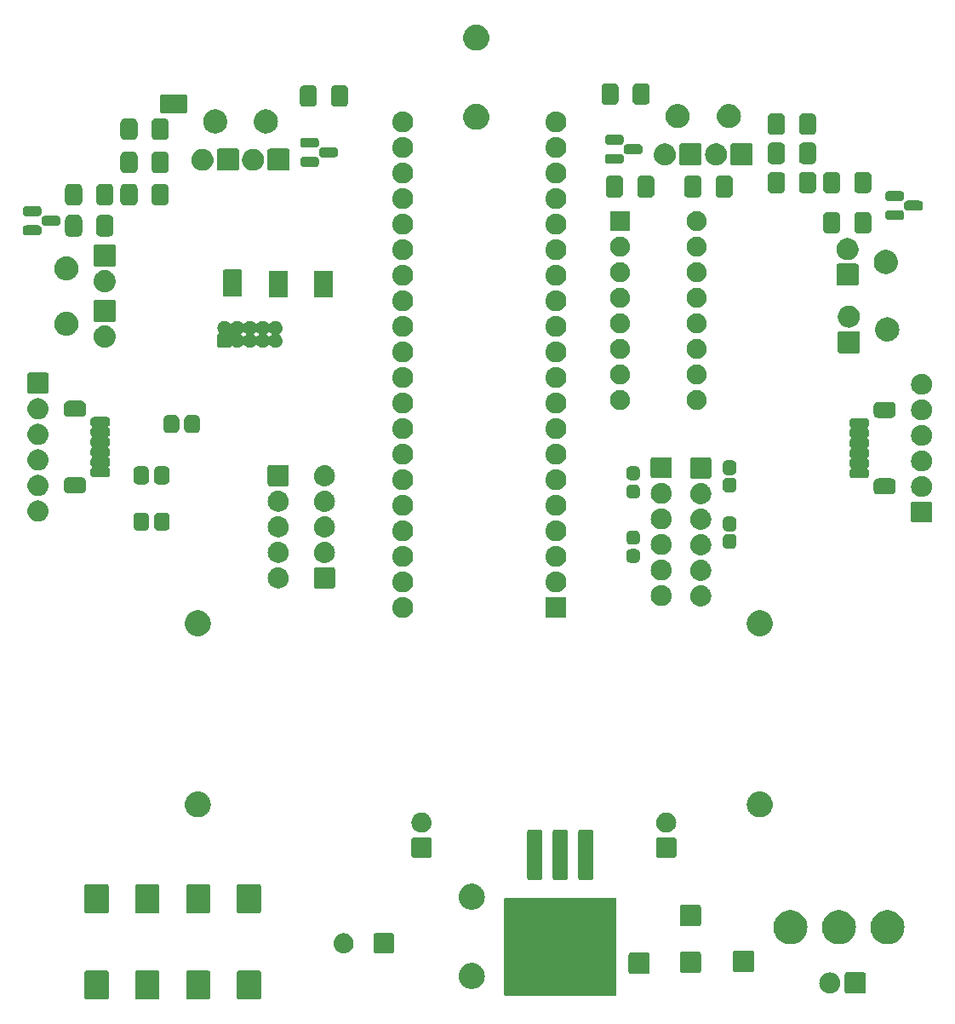
<source format=gts>
G04 #@! TF.GenerationSoftware,KiCad,Pcbnew,8.0.6*
G04 #@! TF.CreationDate,2024-12-06T12:29:16-08:00*
G04 #@! TF.ProjectId,bloo,626c6f6f-2e6b-4696-9361-645f70636258,rev?*
G04 #@! TF.SameCoordinates,Original*
G04 #@! TF.FileFunction,Soldermask,Top*
G04 #@! TF.FilePolarity,Negative*
%FSLAX46Y46*%
G04 Gerber Fmt 4.6, Leading zero omitted, Abs format (unit mm)*
G04 Created by KiCad (PCBNEW 8.0.6) date 2024-12-06 12:29:16*
%MOMM*%
%LPD*%
G01*
G04 APERTURE LIST*
G04 APERTURE END LIST*
G36*
X178546043Y-201713191D02*
G01*
X178578727Y-201717494D01*
X178586948Y-201721327D01*
X178606537Y-201725224D01*
X178632480Y-201742559D01*
X178643608Y-201747748D01*
X178650378Y-201754518D01*
X178671421Y-201768579D01*
X178685481Y-201789621D01*
X178692251Y-201796391D01*
X178697438Y-201807516D01*
X178714776Y-201833463D01*
X178718672Y-201853053D01*
X178722505Y-201861272D01*
X178726806Y-201893945D01*
X178730000Y-201910000D01*
X178730000Y-204410000D01*
X178726805Y-204426058D01*
X178722505Y-204458727D01*
X178718673Y-204466944D01*
X178714776Y-204486537D01*
X178697437Y-204512485D01*
X178692251Y-204523608D01*
X178685483Y-204530375D01*
X178671421Y-204551421D01*
X178650375Y-204565483D01*
X178643608Y-204572251D01*
X178632485Y-204577437D01*
X178606537Y-204594776D01*
X178586944Y-204598673D01*
X178578727Y-204602505D01*
X178546056Y-204606806D01*
X178530000Y-204610000D01*
X176530000Y-204610000D01*
X176513943Y-204606806D01*
X176481272Y-204602505D01*
X176473053Y-204598672D01*
X176453463Y-204594776D01*
X176427516Y-204577438D01*
X176416391Y-204572251D01*
X176409621Y-204565481D01*
X176388579Y-204551421D01*
X176374518Y-204530378D01*
X176367748Y-204523608D01*
X176362559Y-204512480D01*
X176345224Y-204486537D01*
X176341327Y-204466948D01*
X176337494Y-204458727D01*
X176333190Y-204426041D01*
X176330000Y-204410000D01*
X176330000Y-201910000D01*
X176333190Y-201893958D01*
X176337494Y-201861272D01*
X176341327Y-201853049D01*
X176345224Y-201833463D01*
X176362557Y-201807521D01*
X176367748Y-201796391D01*
X176374520Y-201789618D01*
X176388579Y-201768579D01*
X176409618Y-201754520D01*
X176416391Y-201747748D01*
X176427521Y-201742557D01*
X176453463Y-201725224D01*
X176473049Y-201721327D01*
X176481272Y-201717494D01*
X176513960Y-201713190D01*
X176530000Y-201710000D01*
X178530000Y-201710000D01*
X178546043Y-201713191D01*
G37*
G36*
X183596043Y-201713191D02*
G01*
X183628727Y-201717494D01*
X183636948Y-201721327D01*
X183656537Y-201725224D01*
X183682480Y-201742559D01*
X183693608Y-201747748D01*
X183700378Y-201754518D01*
X183721421Y-201768579D01*
X183735481Y-201789621D01*
X183742251Y-201796391D01*
X183747438Y-201807516D01*
X183764776Y-201833463D01*
X183768672Y-201853053D01*
X183772505Y-201861272D01*
X183776806Y-201893945D01*
X183780000Y-201910000D01*
X183780000Y-204410000D01*
X183776805Y-204426058D01*
X183772505Y-204458727D01*
X183768673Y-204466944D01*
X183764776Y-204486537D01*
X183747437Y-204512485D01*
X183742251Y-204523608D01*
X183735483Y-204530375D01*
X183721421Y-204551421D01*
X183700375Y-204565483D01*
X183693608Y-204572251D01*
X183682485Y-204577437D01*
X183656537Y-204594776D01*
X183636944Y-204598673D01*
X183628727Y-204602505D01*
X183596056Y-204606806D01*
X183580000Y-204610000D01*
X181580000Y-204610000D01*
X181563943Y-204606806D01*
X181531272Y-204602505D01*
X181523053Y-204598672D01*
X181503463Y-204594776D01*
X181477516Y-204577438D01*
X181466391Y-204572251D01*
X181459621Y-204565481D01*
X181438579Y-204551421D01*
X181424518Y-204530378D01*
X181417748Y-204523608D01*
X181412559Y-204512480D01*
X181395224Y-204486537D01*
X181391327Y-204466948D01*
X181387494Y-204458727D01*
X181383190Y-204426041D01*
X181380000Y-204410000D01*
X181380000Y-201910000D01*
X181383190Y-201893958D01*
X181387494Y-201861272D01*
X181391327Y-201853049D01*
X181395224Y-201833463D01*
X181412557Y-201807521D01*
X181417748Y-201796391D01*
X181424520Y-201789618D01*
X181438579Y-201768579D01*
X181459618Y-201754520D01*
X181466391Y-201747748D01*
X181477521Y-201742557D01*
X181503463Y-201725224D01*
X181523049Y-201721327D01*
X181531272Y-201717494D01*
X181563960Y-201713190D01*
X181580000Y-201710000D01*
X183580000Y-201710000D01*
X183596043Y-201713191D01*
G37*
G36*
X188646043Y-201713191D02*
G01*
X188678727Y-201717494D01*
X188686948Y-201721327D01*
X188706537Y-201725224D01*
X188732480Y-201742559D01*
X188743608Y-201747748D01*
X188750378Y-201754518D01*
X188771421Y-201768579D01*
X188785481Y-201789621D01*
X188792251Y-201796391D01*
X188797438Y-201807516D01*
X188814776Y-201833463D01*
X188818672Y-201853053D01*
X188822505Y-201861272D01*
X188826806Y-201893945D01*
X188830000Y-201910000D01*
X188830000Y-204410000D01*
X188826805Y-204426058D01*
X188822505Y-204458727D01*
X188818673Y-204466944D01*
X188814776Y-204486537D01*
X188797437Y-204512485D01*
X188792251Y-204523608D01*
X188785483Y-204530375D01*
X188771421Y-204551421D01*
X188750375Y-204565483D01*
X188743608Y-204572251D01*
X188732485Y-204577437D01*
X188706537Y-204594776D01*
X188686944Y-204598673D01*
X188678727Y-204602505D01*
X188646056Y-204606806D01*
X188630000Y-204610000D01*
X186630000Y-204610000D01*
X186613943Y-204606806D01*
X186581272Y-204602505D01*
X186573053Y-204598672D01*
X186553463Y-204594776D01*
X186527516Y-204577438D01*
X186516391Y-204572251D01*
X186509621Y-204565481D01*
X186488579Y-204551421D01*
X186474518Y-204530378D01*
X186467748Y-204523608D01*
X186462559Y-204512480D01*
X186445224Y-204486537D01*
X186441327Y-204466948D01*
X186437494Y-204458727D01*
X186433190Y-204426041D01*
X186430000Y-204410000D01*
X186430000Y-201910000D01*
X186433190Y-201893958D01*
X186437494Y-201861272D01*
X186441327Y-201853049D01*
X186445224Y-201833463D01*
X186462557Y-201807521D01*
X186467748Y-201796391D01*
X186474520Y-201789618D01*
X186488579Y-201768579D01*
X186509618Y-201754520D01*
X186516391Y-201747748D01*
X186527521Y-201742557D01*
X186553463Y-201725224D01*
X186573049Y-201721327D01*
X186581272Y-201717494D01*
X186613960Y-201713190D01*
X186630000Y-201710000D01*
X188630000Y-201710000D01*
X188646043Y-201713191D01*
G37*
G36*
X193696043Y-201713191D02*
G01*
X193728727Y-201717494D01*
X193736948Y-201721327D01*
X193756537Y-201725224D01*
X193782480Y-201742559D01*
X193793608Y-201747748D01*
X193800378Y-201754518D01*
X193821421Y-201768579D01*
X193835481Y-201789621D01*
X193842251Y-201796391D01*
X193847438Y-201807516D01*
X193864776Y-201833463D01*
X193868672Y-201853053D01*
X193872505Y-201861272D01*
X193876806Y-201893945D01*
X193880000Y-201910000D01*
X193880000Y-204410000D01*
X193876805Y-204426058D01*
X193872505Y-204458727D01*
X193868673Y-204466944D01*
X193864776Y-204486537D01*
X193847437Y-204512485D01*
X193842251Y-204523608D01*
X193835483Y-204530375D01*
X193821421Y-204551421D01*
X193800375Y-204565483D01*
X193793608Y-204572251D01*
X193782485Y-204577437D01*
X193756537Y-204594776D01*
X193736944Y-204598673D01*
X193728727Y-204602505D01*
X193696056Y-204606806D01*
X193680000Y-204610000D01*
X191680000Y-204610000D01*
X191663943Y-204606806D01*
X191631272Y-204602505D01*
X191623053Y-204598672D01*
X191603463Y-204594776D01*
X191577516Y-204577438D01*
X191566391Y-204572251D01*
X191559621Y-204565481D01*
X191538579Y-204551421D01*
X191524518Y-204530378D01*
X191517748Y-204523608D01*
X191512559Y-204512480D01*
X191495224Y-204486537D01*
X191491327Y-204466948D01*
X191487494Y-204458727D01*
X191483190Y-204426041D01*
X191480000Y-204410000D01*
X191480000Y-201910000D01*
X191483190Y-201893958D01*
X191487494Y-201861272D01*
X191491327Y-201853049D01*
X191495224Y-201833463D01*
X191512557Y-201807521D01*
X191517748Y-201796391D01*
X191524520Y-201789618D01*
X191538579Y-201768579D01*
X191559618Y-201754520D01*
X191566391Y-201747748D01*
X191577521Y-201742557D01*
X191603463Y-201725224D01*
X191623049Y-201721327D01*
X191631272Y-201717494D01*
X191663960Y-201713190D01*
X191680000Y-201710000D01*
X193680000Y-201710000D01*
X193696043Y-201713191D01*
G37*
G36*
X229072043Y-194474191D02*
G01*
X229104727Y-194478494D01*
X229112948Y-194482327D01*
X229132537Y-194486224D01*
X229158480Y-194503559D01*
X229169608Y-194508748D01*
X229176378Y-194515518D01*
X229197421Y-194529579D01*
X229211481Y-194550621D01*
X229218251Y-194557391D01*
X229223438Y-194568516D01*
X229240776Y-194594463D01*
X229244672Y-194614053D01*
X229248505Y-194622272D01*
X229252806Y-194654945D01*
X229256000Y-194671000D01*
X229256000Y-204071000D01*
X229252805Y-204087058D01*
X229248505Y-204119727D01*
X229244673Y-204127944D01*
X229240776Y-204147537D01*
X229223437Y-204173485D01*
X229218251Y-204184608D01*
X229211483Y-204191375D01*
X229197421Y-204212421D01*
X229176375Y-204226483D01*
X229169608Y-204233251D01*
X229158485Y-204238437D01*
X229132537Y-204255776D01*
X229112944Y-204259673D01*
X229104727Y-204263505D01*
X229072056Y-204267806D01*
X229056000Y-204271000D01*
X218256000Y-204271000D01*
X218239943Y-204267806D01*
X218207272Y-204263505D01*
X218199053Y-204259672D01*
X218179463Y-204255776D01*
X218153516Y-204238438D01*
X218142391Y-204233251D01*
X218135621Y-204226481D01*
X218114579Y-204212421D01*
X218100518Y-204191378D01*
X218093748Y-204184608D01*
X218088559Y-204173480D01*
X218071224Y-204147537D01*
X218067327Y-204127948D01*
X218063494Y-204119727D01*
X218059190Y-204087041D01*
X218056000Y-204071000D01*
X218056000Y-194671000D01*
X218059190Y-194654958D01*
X218063494Y-194622272D01*
X218067327Y-194614049D01*
X218071224Y-194594463D01*
X218088557Y-194568521D01*
X218093748Y-194557391D01*
X218100520Y-194550618D01*
X218114579Y-194529579D01*
X218135618Y-194515520D01*
X218142391Y-194508748D01*
X218153521Y-194503557D01*
X218179463Y-194486224D01*
X218199049Y-194482327D01*
X218207272Y-194478494D01*
X218239960Y-194474190D01*
X218256000Y-194471000D01*
X229056000Y-194471000D01*
X229072043Y-194474191D01*
G37*
G36*
X250510889Y-201905012D02*
G01*
X250556830Y-201905012D01*
X250607988Y-201914575D01*
X250664845Y-201920175D01*
X250708042Y-201933278D01*
X250747202Y-201940599D01*
X250801438Y-201961609D01*
X250861818Y-201979926D01*
X250896315Y-201998365D01*
X250927786Y-202010557D01*
X250982469Y-202044415D01*
X251043349Y-202076957D01*
X251068929Y-202097950D01*
X251092442Y-202112509D01*
X251144546Y-202160008D01*
X251202462Y-202207538D01*
X251219621Y-202228446D01*
X251235564Y-202242980D01*
X251281838Y-202304258D01*
X251333043Y-202366651D01*
X251342947Y-202385180D01*
X251352273Y-202397530D01*
X251389372Y-202472034D01*
X251430074Y-202548182D01*
X251434415Y-202562492D01*
X251438596Y-202570889D01*
X251463295Y-202657697D01*
X251489825Y-202745155D01*
X251490696Y-202754003D01*
X251491594Y-202757158D01*
X251500933Y-202857944D01*
X251510000Y-202950000D01*
X251500932Y-203042063D01*
X251491594Y-203142841D01*
X251490696Y-203145994D01*
X251489825Y-203154845D01*
X251463290Y-203242317D01*
X251438596Y-203329110D01*
X251434415Y-203337504D01*
X251430074Y-203351818D01*
X251389364Y-203427979D01*
X251352273Y-203502469D01*
X251342949Y-203514815D01*
X251333043Y-203533349D01*
X251281829Y-203595752D01*
X251235564Y-203657019D01*
X251219624Y-203671549D01*
X251202462Y-203692462D01*
X251144535Y-203740000D01*
X251092442Y-203787490D01*
X251068934Y-203802045D01*
X251043349Y-203823043D01*
X250982457Y-203855590D01*
X250927786Y-203889442D01*
X250896321Y-203901631D01*
X250861818Y-203920074D01*
X250801426Y-203938393D01*
X250747202Y-203959400D01*
X250708049Y-203966719D01*
X250664845Y-203979825D01*
X250607985Y-203985425D01*
X250556830Y-203994988D01*
X250510889Y-203994988D01*
X250460000Y-204000000D01*
X250409111Y-203994988D01*
X250363170Y-203994988D01*
X250312014Y-203985424D01*
X250255155Y-203979825D01*
X250211952Y-203966719D01*
X250172797Y-203959400D01*
X250118569Y-203938392D01*
X250058182Y-203920074D01*
X250023680Y-203901632D01*
X249992213Y-203889442D01*
X249937535Y-203855586D01*
X249876651Y-203823043D01*
X249851068Y-203802047D01*
X249827557Y-203787490D01*
X249775454Y-203739992D01*
X249717538Y-203692462D01*
X249700378Y-203671553D01*
X249684435Y-203657019D01*
X249638158Y-203595737D01*
X249586957Y-203533349D01*
X249577053Y-203514820D01*
X249567726Y-203502469D01*
X249530620Y-203427951D01*
X249489926Y-203351818D01*
X249485585Y-203337509D01*
X249481403Y-203329110D01*
X249456693Y-203242264D01*
X249430175Y-203154845D01*
X249429303Y-203146000D01*
X249428405Y-203142841D01*
X249419050Y-203041891D01*
X249410000Y-202950000D01*
X249419049Y-202858116D01*
X249428405Y-202757158D01*
X249429304Y-202753998D01*
X249430175Y-202745155D01*
X249456688Y-202657750D01*
X249481403Y-202570889D01*
X249485586Y-202562487D01*
X249489926Y-202548182D01*
X249530613Y-202472061D01*
X249567726Y-202397530D01*
X249577054Y-202385176D01*
X249586957Y-202366651D01*
X249638148Y-202304274D01*
X249684435Y-202242980D01*
X249700381Y-202228442D01*
X249717538Y-202207538D01*
X249775443Y-202160016D01*
X249827557Y-202112509D01*
X249851073Y-202097948D01*
X249876651Y-202076957D01*
X249937523Y-202044419D01*
X249992213Y-202010557D01*
X250023687Y-201998363D01*
X250058182Y-201979926D01*
X250118557Y-201961611D01*
X250172797Y-201940599D01*
X250211959Y-201933278D01*
X250255155Y-201920175D01*
X250312011Y-201914575D01*
X250363170Y-201905012D01*
X250409111Y-201905012D01*
X250460000Y-201900000D01*
X250510889Y-201905012D01*
G37*
G36*
X253866043Y-201903191D02*
G01*
X253898727Y-201907494D01*
X253906948Y-201911327D01*
X253926537Y-201915224D01*
X253952480Y-201932559D01*
X253963608Y-201937748D01*
X253970378Y-201944518D01*
X253991421Y-201958579D01*
X254005481Y-201979621D01*
X254012251Y-201986391D01*
X254017438Y-201997516D01*
X254034776Y-202023463D01*
X254038672Y-202043053D01*
X254042505Y-202051272D01*
X254046806Y-202083945D01*
X254050000Y-202100000D01*
X254050000Y-203800000D01*
X254046805Y-203816058D01*
X254042505Y-203848727D01*
X254038673Y-203856944D01*
X254034776Y-203876537D01*
X254017437Y-203902485D01*
X254012251Y-203913608D01*
X254005483Y-203920375D01*
X253991421Y-203941421D01*
X253970375Y-203955483D01*
X253963608Y-203962251D01*
X253952485Y-203967437D01*
X253926537Y-203984776D01*
X253906944Y-203988673D01*
X253898727Y-203992505D01*
X253866056Y-203996806D01*
X253850000Y-204000000D01*
X252150000Y-204000000D01*
X252133943Y-203996806D01*
X252101272Y-203992505D01*
X252093053Y-203988672D01*
X252073463Y-203984776D01*
X252047516Y-203967438D01*
X252036391Y-203962251D01*
X252029621Y-203955481D01*
X252008579Y-203941421D01*
X251994518Y-203920378D01*
X251987748Y-203913608D01*
X251982559Y-203902480D01*
X251965224Y-203876537D01*
X251961327Y-203856948D01*
X251957494Y-203848727D01*
X251953190Y-203816041D01*
X251950000Y-203800000D01*
X251950000Y-202100000D01*
X251953190Y-202083958D01*
X251957494Y-202051272D01*
X251961327Y-202043049D01*
X251965224Y-202023463D01*
X251982557Y-201997521D01*
X251987748Y-201986391D01*
X251994520Y-201979618D01*
X252008579Y-201958579D01*
X252029618Y-201944520D01*
X252036391Y-201937748D01*
X252047521Y-201932557D01*
X252073463Y-201915224D01*
X252093049Y-201911327D01*
X252101272Y-201907494D01*
X252133960Y-201903190D01*
X252150000Y-201900000D01*
X253850000Y-201900000D01*
X253866043Y-201903191D01*
G37*
G36*
X214905630Y-200954867D02*
G01*
X214957318Y-200954867D01*
X215014284Y-200964373D01*
X215075743Y-200969750D01*
X215124009Y-200982682D01*
X215169026Y-200990195D01*
X215229419Y-201010927D01*
X215294626Y-201028400D01*
X215334564Y-201047023D01*
X215372032Y-201059886D01*
X215433587Y-201093198D01*
X215500000Y-201124167D01*
X215531268Y-201146061D01*
X215560796Y-201162041D01*
X215620903Y-201208824D01*
X215685624Y-201254142D01*
X215708433Y-201276951D01*
X215730177Y-201293875D01*
X215786033Y-201354551D01*
X215845858Y-201414376D01*
X215860958Y-201435942D01*
X215875543Y-201451785D01*
X215924201Y-201526261D01*
X215975833Y-201600000D01*
X215984450Y-201618480D01*
X215992937Y-201631470D01*
X216031459Y-201719292D01*
X216071600Y-201805374D01*
X216075338Y-201819324D01*
X216079158Y-201828033D01*
X216104736Y-201929039D01*
X216130250Y-202024257D01*
X216130989Y-202032711D01*
X216131847Y-202036097D01*
X216141891Y-202157321D01*
X216150000Y-202250000D01*
X216141890Y-202342686D01*
X216131847Y-202463902D01*
X216130989Y-202467286D01*
X216130250Y-202475743D01*
X216104731Y-202570977D01*
X216079158Y-202671966D01*
X216075338Y-202680673D01*
X216071600Y-202694626D01*
X216031452Y-202780723D01*
X215992937Y-202868529D01*
X215984452Y-202881515D01*
X215975833Y-202900000D01*
X215924191Y-202973751D01*
X215875543Y-203048214D01*
X215860961Y-203064053D01*
X215845858Y-203085624D01*
X215786021Y-203145460D01*
X215730177Y-203206124D01*
X215708437Y-203223044D01*
X215685624Y-203245858D01*
X215620890Y-203291184D01*
X215560796Y-203337958D01*
X215531274Y-203353934D01*
X215500000Y-203375833D01*
X215433573Y-203406807D01*
X215372032Y-203440113D01*
X215334573Y-203452972D01*
X215294626Y-203471600D01*
X215229406Y-203489075D01*
X215169026Y-203509804D01*
X215124016Y-203517314D01*
X215075743Y-203530250D01*
X215014280Y-203535627D01*
X214957318Y-203545133D01*
X214905630Y-203545133D01*
X214850000Y-203550000D01*
X214794370Y-203545133D01*
X214742682Y-203545133D01*
X214685718Y-203535627D01*
X214624257Y-203530250D01*
X214575984Y-203517315D01*
X214530973Y-203509804D01*
X214470588Y-203489074D01*
X214405374Y-203471600D01*
X214365429Y-203452973D01*
X214327967Y-203440113D01*
X214266418Y-203406804D01*
X214200000Y-203375833D01*
X214168728Y-203353936D01*
X214139203Y-203337958D01*
X214079099Y-203291177D01*
X214014376Y-203245858D01*
X213991565Y-203223047D01*
X213969822Y-203206124D01*
X213913965Y-203145447D01*
X213854142Y-203085624D01*
X213839041Y-203064057D01*
X213824456Y-203048214D01*
X213775793Y-202973730D01*
X213724167Y-202900000D01*
X213715550Y-202881521D01*
X213707062Y-202868529D01*
X213668530Y-202780687D01*
X213628400Y-202694626D01*
X213624662Y-202680678D01*
X213620841Y-202671966D01*
X213595245Y-202570889D01*
X213569750Y-202475743D01*
X213569010Y-202467293D01*
X213568152Y-202463902D01*
X213558090Y-202342470D01*
X213550000Y-202250000D01*
X213558089Y-202157537D01*
X213568152Y-202036097D01*
X213569010Y-202032705D01*
X213569750Y-202024257D01*
X213595245Y-201929107D01*
X213620841Y-201828033D01*
X213624663Y-201819318D01*
X213628400Y-201805374D01*
X213668523Y-201719328D01*
X213707062Y-201631470D01*
X213715551Y-201618475D01*
X213724167Y-201600000D01*
X213775783Y-201526283D01*
X213824456Y-201451785D01*
X213839044Y-201435937D01*
X213854142Y-201414376D01*
X213913953Y-201354564D01*
X213969822Y-201293875D01*
X213991570Y-201276947D01*
X214014376Y-201254142D01*
X214079086Y-201208831D01*
X214139203Y-201162041D01*
X214168735Y-201146058D01*
X214200000Y-201124167D01*
X214266405Y-201093201D01*
X214327967Y-201059886D01*
X214365437Y-201047022D01*
X214405374Y-201028400D01*
X214470575Y-201010929D01*
X214530973Y-200990195D01*
X214575992Y-200982682D01*
X214624257Y-200969750D01*
X214685715Y-200964373D01*
X214742682Y-200954867D01*
X214794370Y-200954867D01*
X214850000Y-200950000D01*
X214905630Y-200954867D01*
G37*
G36*
X232366043Y-199953191D02*
G01*
X232398727Y-199957494D01*
X232406948Y-199961327D01*
X232426537Y-199965224D01*
X232452480Y-199982559D01*
X232463608Y-199987748D01*
X232470378Y-199994518D01*
X232491421Y-200008579D01*
X232505481Y-200029621D01*
X232512251Y-200036391D01*
X232517438Y-200047516D01*
X232534776Y-200073463D01*
X232538672Y-200093053D01*
X232542505Y-200101272D01*
X232546806Y-200133945D01*
X232550000Y-200150000D01*
X232550000Y-201850000D01*
X232546805Y-201866058D01*
X232542505Y-201898727D01*
X232538673Y-201906944D01*
X232534776Y-201926537D01*
X232517437Y-201952485D01*
X232512251Y-201963608D01*
X232505483Y-201970375D01*
X232491421Y-201991421D01*
X232470375Y-202005483D01*
X232463608Y-202012251D01*
X232452485Y-202017437D01*
X232426537Y-202034776D01*
X232406944Y-202038673D01*
X232398727Y-202042505D01*
X232366056Y-202046806D01*
X232350000Y-202050000D01*
X230650000Y-202050000D01*
X230633943Y-202046806D01*
X230601272Y-202042505D01*
X230593053Y-202038672D01*
X230573463Y-202034776D01*
X230547516Y-202017438D01*
X230536391Y-202012251D01*
X230529621Y-202005481D01*
X230508579Y-201991421D01*
X230494518Y-201970378D01*
X230487748Y-201963608D01*
X230482559Y-201952480D01*
X230465224Y-201926537D01*
X230461327Y-201906948D01*
X230457494Y-201898727D01*
X230453190Y-201866041D01*
X230450000Y-201850000D01*
X230450000Y-200150000D01*
X230453190Y-200133958D01*
X230457494Y-200101272D01*
X230461327Y-200093049D01*
X230465224Y-200073463D01*
X230482557Y-200047521D01*
X230487748Y-200036391D01*
X230494520Y-200029618D01*
X230508579Y-200008579D01*
X230529618Y-199994520D01*
X230536391Y-199987748D01*
X230547521Y-199982557D01*
X230573463Y-199965224D01*
X230593049Y-199961327D01*
X230601272Y-199957494D01*
X230633960Y-199953190D01*
X230650000Y-199950000D01*
X232350000Y-199950000D01*
X232366043Y-199953191D01*
G37*
G36*
X237466043Y-199853191D02*
G01*
X237498727Y-199857494D01*
X237506948Y-199861327D01*
X237526537Y-199865224D01*
X237552480Y-199882559D01*
X237563608Y-199887748D01*
X237570378Y-199894518D01*
X237591421Y-199908579D01*
X237605481Y-199929621D01*
X237612251Y-199936391D01*
X237617438Y-199947516D01*
X237634776Y-199973463D01*
X237638672Y-199993053D01*
X237642505Y-200001272D01*
X237646806Y-200033945D01*
X237650000Y-200050000D01*
X237650000Y-201750000D01*
X237646805Y-201766058D01*
X237642505Y-201798727D01*
X237638673Y-201806944D01*
X237634776Y-201826537D01*
X237617437Y-201852485D01*
X237612251Y-201863608D01*
X237605483Y-201870375D01*
X237591421Y-201891421D01*
X237570375Y-201905483D01*
X237563608Y-201912251D01*
X237552485Y-201917437D01*
X237526537Y-201934776D01*
X237506944Y-201938673D01*
X237498727Y-201942505D01*
X237466056Y-201946806D01*
X237450000Y-201950000D01*
X235750000Y-201950000D01*
X235733943Y-201946806D01*
X235701272Y-201942505D01*
X235693053Y-201938672D01*
X235673463Y-201934776D01*
X235647516Y-201917438D01*
X235636391Y-201912251D01*
X235629621Y-201905481D01*
X235608579Y-201891421D01*
X235594518Y-201870378D01*
X235587748Y-201863608D01*
X235582559Y-201852480D01*
X235565224Y-201826537D01*
X235561327Y-201806948D01*
X235557494Y-201798727D01*
X235553190Y-201766041D01*
X235550000Y-201750000D01*
X235550000Y-200050000D01*
X235553190Y-200033958D01*
X235557494Y-200001272D01*
X235561327Y-199993049D01*
X235565224Y-199973463D01*
X235582557Y-199947521D01*
X235587748Y-199936391D01*
X235594520Y-199929618D01*
X235608579Y-199908579D01*
X235629618Y-199894520D01*
X235636391Y-199887748D01*
X235647521Y-199882557D01*
X235673463Y-199865224D01*
X235693049Y-199861327D01*
X235701272Y-199857494D01*
X235733960Y-199853190D01*
X235750000Y-199850000D01*
X237450000Y-199850000D01*
X237466043Y-199853191D01*
G37*
G36*
X242766043Y-199753191D02*
G01*
X242798727Y-199757494D01*
X242806948Y-199761327D01*
X242826537Y-199765224D01*
X242852480Y-199782559D01*
X242863608Y-199787748D01*
X242870378Y-199794518D01*
X242891421Y-199808579D01*
X242905481Y-199829621D01*
X242912251Y-199836391D01*
X242917438Y-199847516D01*
X242934776Y-199873463D01*
X242938672Y-199893053D01*
X242942505Y-199901272D01*
X242946806Y-199933945D01*
X242950000Y-199950000D01*
X242950000Y-201650000D01*
X242946805Y-201666058D01*
X242942505Y-201698727D01*
X242938673Y-201706944D01*
X242934776Y-201726537D01*
X242917437Y-201752485D01*
X242912251Y-201763608D01*
X242905483Y-201770375D01*
X242891421Y-201791421D01*
X242870375Y-201805483D01*
X242863608Y-201812251D01*
X242852485Y-201817437D01*
X242826537Y-201834776D01*
X242806944Y-201838673D01*
X242798727Y-201842505D01*
X242766056Y-201846806D01*
X242750000Y-201850000D01*
X241050000Y-201850000D01*
X241033943Y-201846806D01*
X241001272Y-201842505D01*
X240993053Y-201838672D01*
X240973463Y-201834776D01*
X240947516Y-201817438D01*
X240936391Y-201812251D01*
X240929621Y-201805481D01*
X240908579Y-201791421D01*
X240894518Y-201770378D01*
X240887748Y-201763608D01*
X240882559Y-201752480D01*
X240865224Y-201726537D01*
X240861327Y-201706948D01*
X240857494Y-201698727D01*
X240853190Y-201666041D01*
X240850000Y-201650000D01*
X240850000Y-199950000D01*
X240853190Y-199933958D01*
X240857494Y-199901272D01*
X240861327Y-199893049D01*
X240865224Y-199873463D01*
X240882557Y-199847521D01*
X240887748Y-199836391D01*
X240894520Y-199829618D01*
X240908579Y-199808579D01*
X240929618Y-199794520D01*
X240936391Y-199787748D01*
X240947521Y-199782557D01*
X240973463Y-199765224D01*
X240993049Y-199761327D01*
X241001272Y-199757494D01*
X241033960Y-199753190D01*
X241050000Y-199750000D01*
X242750000Y-199750000D01*
X242766043Y-199753191D01*
G37*
G36*
X202148724Y-198004799D02*
G01*
X202192218Y-198004799D01*
X202240658Y-198013853D01*
X202295090Y-198019215D01*
X202336438Y-198031757D01*
X202373518Y-198038689D01*
X202424868Y-198058582D01*
X202482683Y-198076120D01*
X202515720Y-198093778D01*
X202545501Y-198105316D01*
X202597245Y-198137354D01*
X202655570Y-198168530D01*
X202680076Y-198188641D01*
X202702311Y-198202409D01*
X202751575Y-198247319D01*
X202807107Y-198292893D01*
X202823563Y-198312945D01*
X202838611Y-198326663D01*
X202882297Y-198384513D01*
X202931470Y-198444430D01*
X202940977Y-198462218D01*
X202949762Y-198473850D01*
X202984713Y-198544040D01*
X203023880Y-198617317D01*
X203028056Y-198631086D01*
X203031972Y-198638949D01*
X203055105Y-198720255D01*
X203080785Y-198804910D01*
X203081628Y-198813473D01*
X203082446Y-198816347D01*
X203090943Y-198908047D01*
X203100000Y-199000000D01*
X203090942Y-199091960D01*
X203082446Y-199183652D01*
X203081628Y-199186524D01*
X203080785Y-199195090D01*
X203055100Y-199279759D01*
X203031972Y-199361050D01*
X203028057Y-199368911D01*
X203023880Y-199382683D01*
X202984705Y-199455972D01*
X202949762Y-199526149D01*
X202940979Y-199537778D01*
X202931470Y-199555570D01*
X202882288Y-199615498D01*
X202838611Y-199673336D01*
X202823566Y-199687050D01*
X202807107Y-199707107D01*
X202751564Y-199752689D01*
X202702311Y-199797590D01*
X202680081Y-199811354D01*
X202655570Y-199831470D01*
X202597233Y-199862651D01*
X202545501Y-199894683D01*
X202515727Y-199906217D01*
X202482683Y-199923880D01*
X202424856Y-199941421D01*
X202373518Y-199961310D01*
X202336445Y-199968240D01*
X202295090Y-199980785D01*
X202240655Y-199986146D01*
X202192218Y-199995201D01*
X202148724Y-199995201D01*
X202100000Y-200000000D01*
X202051276Y-199995201D01*
X202007782Y-199995201D01*
X201959343Y-199986146D01*
X201904910Y-199980785D01*
X201863555Y-199968240D01*
X201826481Y-199961310D01*
X201775139Y-199941419D01*
X201717317Y-199923880D01*
X201684275Y-199906218D01*
X201654498Y-199894683D01*
X201602759Y-199862647D01*
X201544430Y-199831470D01*
X201519921Y-199811356D01*
X201497688Y-199797590D01*
X201448425Y-199752681D01*
X201392893Y-199707107D01*
X201376436Y-199687054D01*
X201361388Y-199673336D01*
X201317699Y-199615482D01*
X201268530Y-199555570D01*
X201259022Y-199537783D01*
X201250237Y-199526149D01*
X201215279Y-199455945D01*
X201176120Y-199382683D01*
X201171943Y-199368916D01*
X201168027Y-199361050D01*
X201144882Y-199279706D01*
X201119215Y-199195090D01*
X201118371Y-199186530D01*
X201117553Y-199183652D01*
X201109040Y-199091788D01*
X201100000Y-199000000D01*
X201109039Y-198908219D01*
X201117553Y-198816347D01*
X201118372Y-198813468D01*
X201119215Y-198804910D01*
X201144878Y-198720308D01*
X201168027Y-198638949D01*
X201171944Y-198631081D01*
X201176120Y-198617317D01*
X201215272Y-198544068D01*
X201250237Y-198473850D01*
X201259024Y-198462213D01*
X201268530Y-198444430D01*
X201317689Y-198384528D01*
X201361388Y-198326663D01*
X201376439Y-198312941D01*
X201392893Y-198292893D01*
X201448414Y-198247327D01*
X201497688Y-198202409D01*
X201519926Y-198188639D01*
X201544430Y-198168530D01*
X201602747Y-198137358D01*
X201654498Y-198105316D01*
X201684282Y-198093777D01*
X201717317Y-198076120D01*
X201775127Y-198058583D01*
X201826481Y-198038689D01*
X201863562Y-198031757D01*
X201904910Y-198019215D01*
X201959340Y-198013853D01*
X202007782Y-198004799D01*
X202051276Y-198004799D01*
X202100000Y-198000000D01*
X202148724Y-198004799D01*
G37*
G36*
X206916043Y-198003191D02*
G01*
X206948727Y-198007494D01*
X206956948Y-198011327D01*
X206976537Y-198015224D01*
X207002480Y-198032559D01*
X207013608Y-198037748D01*
X207020378Y-198044518D01*
X207041421Y-198058579D01*
X207055481Y-198079621D01*
X207062251Y-198086391D01*
X207067438Y-198097516D01*
X207084776Y-198123463D01*
X207088672Y-198143053D01*
X207092505Y-198151272D01*
X207096806Y-198183945D01*
X207100000Y-198200000D01*
X207100000Y-199800000D01*
X207096805Y-199816058D01*
X207092505Y-199848727D01*
X207088673Y-199856944D01*
X207084776Y-199876537D01*
X207067437Y-199902485D01*
X207062251Y-199913608D01*
X207055483Y-199920375D01*
X207041421Y-199941421D01*
X207020375Y-199955483D01*
X207013608Y-199962251D01*
X207002485Y-199967437D01*
X206976537Y-199984776D01*
X206956944Y-199988673D01*
X206948727Y-199992505D01*
X206916056Y-199996806D01*
X206900000Y-200000000D01*
X205300000Y-200000000D01*
X205283943Y-199996806D01*
X205251272Y-199992505D01*
X205243053Y-199988672D01*
X205223463Y-199984776D01*
X205197516Y-199967438D01*
X205186391Y-199962251D01*
X205179621Y-199955481D01*
X205158579Y-199941421D01*
X205144518Y-199920378D01*
X205137748Y-199913608D01*
X205132559Y-199902480D01*
X205115224Y-199876537D01*
X205111327Y-199856948D01*
X205107494Y-199848727D01*
X205103190Y-199816041D01*
X205100000Y-199800000D01*
X205100000Y-198200000D01*
X205103190Y-198183958D01*
X205107494Y-198151272D01*
X205111327Y-198143049D01*
X205115224Y-198123463D01*
X205132557Y-198097521D01*
X205137748Y-198086391D01*
X205144520Y-198079618D01*
X205158579Y-198058579D01*
X205179618Y-198044520D01*
X205186391Y-198037748D01*
X205197521Y-198032557D01*
X205223463Y-198015224D01*
X205243049Y-198011327D01*
X205251272Y-198007494D01*
X205283960Y-198003190D01*
X205300000Y-198000000D01*
X206900000Y-198000000D01*
X206916043Y-198003191D01*
G37*
G36*
X246928286Y-195742623D02*
G01*
X247171080Y-195817515D01*
X247400000Y-195927757D01*
X247609933Y-196070886D01*
X247796188Y-196243706D01*
X247954606Y-196442356D01*
X248081647Y-196662398D01*
X248174474Y-196898916D01*
X248231012Y-197146628D01*
X248250000Y-197400000D01*
X248231012Y-197653372D01*
X248174474Y-197901084D01*
X248081647Y-198137602D01*
X247954606Y-198357644D01*
X247796188Y-198556294D01*
X247609933Y-198729114D01*
X247400000Y-198872243D01*
X247171080Y-198982485D01*
X246928286Y-199057377D01*
X246677041Y-199095246D01*
X246422959Y-199095246D01*
X246171714Y-199057377D01*
X245928920Y-198982485D01*
X245700000Y-198872243D01*
X245490067Y-198729114D01*
X245303812Y-198556294D01*
X245145394Y-198357644D01*
X245018353Y-198137602D01*
X244925526Y-197901084D01*
X244868988Y-197653372D01*
X244850000Y-197400000D01*
X244868988Y-197146628D01*
X244925526Y-196898916D01*
X245018353Y-196662398D01*
X245145394Y-196442356D01*
X245303812Y-196243706D01*
X245490067Y-196070886D01*
X245700000Y-195927757D01*
X245928920Y-195817515D01*
X246171714Y-195742623D01*
X246422959Y-195704754D01*
X246677041Y-195704754D01*
X246928286Y-195742623D01*
G37*
G36*
X251754286Y-195742623D02*
G01*
X251997080Y-195817515D01*
X252226000Y-195927757D01*
X252435933Y-196070886D01*
X252622188Y-196243706D01*
X252780606Y-196442356D01*
X252907647Y-196662398D01*
X253000474Y-196898916D01*
X253057012Y-197146628D01*
X253076000Y-197400000D01*
X253057012Y-197653372D01*
X253000474Y-197901084D01*
X252907647Y-198137602D01*
X252780606Y-198357644D01*
X252622188Y-198556294D01*
X252435933Y-198729114D01*
X252226000Y-198872243D01*
X251997080Y-198982485D01*
X251754286Y-199057377D01*
X251503041Y-199095246D01*
X251248959Y-199095246D01*
X250997714Y-199057377D01*
X250754920Y-198982485D01*
X250526000Y-198872243D01*
X250316067Y-198729114D01*
X250129812Y-198556294D01*
X249971394Y-198357644D01*
X249844353Y-198137602D01*
X249751526Y-197901084D01*
X249694988Y-197653372D01*
X249676000Y-197400000D01*
X249694988Y-197146628D01*
X249751526Y-196898916D01*
X249844353Y-196662398D01*
X249971394Y-196442356D01*
X250129812Y-196243706D01*
X250316067Y-196070886D01*
X250526000Y-195927757D01*
X250754920Y-195817515D01*
X250997714Y-195742623D01*
X251248959Y-195704754D01*
X251503041Y-195704754D01*
X251754286Y-195742623D01*
G37*
G36*
X256580286Y-195742623D02*
G01*
X256823080Y-195817515D01*
X257052000Y-195927757D01*
X257261933Y-196070886D01*
X257448188Y-196243706D01*
X257606606Y-196442356D01*
X257733647Y-196662398D01*
X257826474Y-196898916D01*
X257883012Y-197146628D01*
X257902000Y-197400000D01*
X257883012Y-197653372D01*
X257826474Y-197901084D01*
X257733647Y-198137602D01*
X257606606Y-198357644D01*
X257448188Y-198556294D01*
X257261933Y-198729114D01*
X257052000Y-198872243D01*
X256823080Y-198982485D01*
X256580286Y-199057377D01*
X256329041Y-199095246D01*
X256074959Y-199095246D01*
X255823714Y-199057377D01*
X255580920Y-198982485D01*
X255352000Y-198872243D01*
X255142067Y-198729114D01*
X254955812Y-198556294D01*
X254797394Y-198357644D01*
X254670353Y-198137602D01*
X254577526Y-197901084D01*
X254520988Y-197653372D01*
X254502000Y-197400000D01*
X254520988Y-197146628D01*
X254577526Y-196898916D01*
X254670353Y-196662398D01*
X254797394Y-196442356D01*
X254955812Y-196243706D01*
X255142067Y-196070886D01*
X255352000Y-195927757D01*
X255580920Y-195817515D01*
X255823714Y-195742623D01*
X256074959Y-195704754D01*
X256329041Y-195704754D01*
X256580286Y-195742623D01*
G37*
G36*
X237466043Y-195203191D02*
G01*
X237498727Y-195207494D01*
X237506948Y-195211327D01*
X237526537Y-195215224D01*
X237552480Y-195232559D01*
X237563608Y-195237748D01*
X237570378Y-195244518D01*
X237591421Y-195258579D01*
X237605481Y-195279621D01*
X237612251Y-195286391D01*
X237617438Y-195297516D01*
X237634776Y-195323463D01*
X237638672Y-195343053D01*
X237642505Y-195351272D01*
X237646806Y-195383945D01*
X237650000Y-195400000D01*
X237650000Y-197100000D01*
X237646805Y-197116058D01*
X237642505Y-197148727D01*
X237638673Y-197156944D01*
X237634776Y-197176537D01*
X237617437Y-197202485D01*
X237612251Y-197213608D01*
X237605483Y-197220375D01*
X237591421Y-197241421D01*
X237570375Y-197255483D01*
X237563608Y-197262251D01*
X237552485Y-197267437D01*
X237526537Y-197284776D01*
X237506944Y-197288673D01*
X237498727Y-197292505D01*
X237466056Y-197296806D01*
X237450000Y-197300000D01*
X235750000Y-197300000D01*
X235733943Y-197296806D01*
X235701272Y-197292505D01*
X235693053Y-197288672D01*
X235673463Y-197284776D01*
X235647516Y-197267438D01*
X235636391Y-197262251D01*
X235629621Y-197255481D01*
X235608579Y-197241421D01*
X235594518Y-197220378D01*
X235587748Y-197213608D01*
X235582559Y-197202480D01*
X235565224Y-197176537D01*
X235561327Y-197156948D01*
X235557494Y-197148727D01*
X235553190Y-197116041D01*
X235550000Y-197100000D01*
X235550000Y-195400000D01*
X235553190Y-195383958D01*
X235557494Y-195351272D01*
X235561327Y-195343049D01*
X235565224Y-195323463D01*
X235582557Y-195297521D01*
X235587748Y-195286391D01*
X235594520Y-195279618D01*
X235608579Y-195258579D01*
X235629618Y-195244520D01*
X235636391Y-195237748D01*
X235647521Y-195232557D01*
X235673463Y-195215224D01*
X235693049Y-195211327D01*
X235701272Y-195207494D01*
X235733960Y-195203190D01*
X235750000Y-195200000D01*
X237450000Y-195200000D01*
X237466043Y-195203191D01*
G37*
G36*
X178546043Y-193153191D02*
G01*
X178578727Y-193157494D01*
X178586948Y-193161327D01*
X178606537Y-193165224D01*
X178632480Y-193182559D01*
X178643608Y-193187748D01*
X178650378Y-193194518D01*
X178671421Y-193208579D01*
X178685481Y-193229621D01*
X178692251Y-193236391D01*
X178697438Y-193247516D01*
X178714776Y-193273463D01*
X178718672Y-193293053D01*
X178722505Y-193301272D01*
X178726806Y-193333945D01*
X178730000Y-193350000D01*
X178730000Y-195850000D01*
X178726805Y-195866058D01*
X178722505Y-195898727D01*
X178718673Y-195906944D01*
X178714776Y-195926537D01*
X178697437Y-195952485D01*
X178692251Y-195963608D01*
X178685483Y-195970375D01*
X178671421Y-195991421D01*
X178650375Y-196005483D01*
X178643608Y-196012251D01*
X178632485Y-196017437D01*
X178606537Y-196034776D01*
X178586944Y-196038673D01*
X178578727Y-196042505D01*
X178546056Y-196046806D01*
X178530000Y-196050000D01*
X176530000Y-196050000D01*
X176513943Y-196046806D01*
X176481272Y-196042505D01*
X176473053Y-196038672D01*
X176453463Y-196034776D01*
X176427516Y-196017438D01*
X176416391Y-196012251D01*
X176409621Y-196005481D01*
X176388579Y-195991421D01*
X176374518Y-195970378D01*
X176367748Y-195963608D01*
X176362559Y-195952480D01*
X176345224Y-195926537D01*
X176341327Y-195906948D01*
X176337494Y-195898727D01*
X176333190Y-195866041D01*
X176330000Y-195850000D01*
X176330000Y-193350000D01*
X176333190Y-193333958D01*
X176337494Y-193301272D01*
X176341327Y-193293049D01*
X176345224Y-193273463D01*
X176362557Y-193247521D01*
X176367748Y-193236391D01*
X176374520Y-193229618D01*
X176388579Y-193208579D01*
X176409618Y-193194520D01*
X176416391Y-193187748D01*
X176427521Y-193182557D01*
X176453463Y-193165224D01*
X176473049Y-193161327D01*
X176481272Y-193157494D01*
X176513960Y-193153190D01*
X176530000Y-193150000D01*
X178530000Y-193150000D01*
X178546043Y-193153191D01*
G37*
G36*
X183596043Y-193153191D02*
G01*
X183628727Y-193157494D01*
X183636948Y-193161327D01*
X183656537Y-193165224D01*
X183682480Y-193182559D01*
X183693608Y-193187748D01*
X183700378Y-193194518D01*
X183721421Y-193208579D01*
X183735481Y-193229621D01*
X183742251Y-193236391D01*
X183747438Y-193247516D01*
X183764776Y-193273463D01*
X183768672Y-193293053D01*
X183772505Y-193301272D01*
X183776806Y-193333945D01*
X183780000Y-193350000D01*
X183780000Y-195850000D01*
X183776805Y-195866058D01*
X183772505Y-195898727D01*
X183768673Y-195906944D01*
X183764776Y-195926537D01*
X183747437Y-195952485D01*
X183742251Y-195963608D01*
X183735483Y-195970375D01*
X183721421Y-195991421D01*
X183700375Y-196005483D01*
X183693608Y-196012251D01*
X183682485Y-196017437D01*
X183656537Y-196034776D01*
X183636944Y-196038673D01*
X183628727Y-196042505D01*
X183596056Y-196046806D01*
X183580000Y-196050000D01*
X181580000Y-196050000D01*
X181563943Y-196046806D01*
X181531272Y-196042505D01*
X181523053Y-196038672D01*
X181503463Y-196034776D01*
X181477516Y-196017438D01*
X181466391Y-196012251D01*
X181459621Y-196005481D01*
X181438579Y-195991421D01*
X181424518Y-195970378D01*
X181417748Y-195963608D01*
X181412559Y-195952480D01*
X181395224Y-195926537D01*
X181391327Y-195906948D01*
X181387494Y-195898727D01*
X181383190Y-195866041D01*
X181380000Y-195850000D01*
X181380000Y-193350000D01*
X181383190Y-193333958D01*
X181387494Y-193301272D01*
X181391327Y-193293049D01*
X181395224Y-193273463D01*
X181412557Y-193247521D01*
X181417748Y-193236391D01*
X181424520Y-193229618D01*
X181438579Y-193208579D01*
X181459618Y-193194520D01*
X181466391Y-193187748D01*
X181477521Y-193182557D01*
X181503463Y-193165224D01*
X181523049Y-193161327D01*
X181531272Y-193157494D01*
X181563960Y-193153190D01*
X181580000Y-193150000D01*
X183580000Y-193150000D01*
X183596043Y-193153191D01*
G37*
G36*
X188646043Y-193153191D02*
G01*
X188678727Y-193157494D01*
X188686948Y-193161327D01*
X188706537Y-193165224D01*
X188732480Y-193182559D01*
X188743608Y-193187748D01*
X188750378Y-193194518D01*
X188771421Y-193208579D01*
X188785481Y-193229621D01*
X188792251Y-193236391D01*
X188797438Y-193247516D01*
X188814776Y-193273463D01*
X188818672Y-193293053D01*
X188822505Y-193301272D01*
X188826806Y-193333945D01*
X188830000Y-193350000D01*
X188830000Y-195850000D01*
X188826805Y-195866058D01*
X188822505Y-195898727D01*
X188818673Y-195906944D01*
X188814776Y-195926537D01*
X188797437Y-195952485D01*
X188792251Y-195963608D01*
X188785483Y-195970375D01*
X188771421Y-195991421D01*
X188750375Y-196005483D01*
X188743608Y-196012251D01*
X188732485Y-196017437D01*
X188706537Y-196034776D01*
X188686944Y-196038673D01*
X188678727Y-196042505D01*
X188646056Y-196046806D01*
X188630000Y-196050000D01*
X186630000Y-196050000D01*
X186613943Y-196046806D01*
X186581272Y-196042505D01*
X186573053Y-196038672D01*
X186553463Y-196034776D01*
X186527516Y-196017438D01*
X186516391Y-196012251D01*
X186509621Y-196005481D01*
X186488579Y-195991421D01*
X186474518Y-195970378D01*
X186467748Y-195963608D01*
X186462559Y-195952480D01*
X186445224Y-195926537D01*
X186441327Y-195906948D01*
X186437494Y-195898727D01*
X186433190Y-195866041D01*
X186430000Y-195850000D01*
X186430000Y-193350000D01*
X186433190Y-193333958D01*
X186437494Y-193301272D01*
X186441327Y-193293049D01*
X186445224Y-193273463D01*
X186462557Y-193247521D01*
X186467748Y-193236391D01*
X186474520Y-193229618D01*
X186488579Y-193208579D01*
X186509618Y-193194520D01*
X186516391Y-193187748D01*
X186527521Y-193182557D01*
X186553463Y-193165224D01*
X186573049Y-193161327D01*
X186581272Y-193157494D01*
X186613960Y-193153190D01*
X186630000Y-193150000D01*
X188630000Y-193150000D01*
X188646043Y-193153191D01*
G37*
G36*
X193696043Y-193153191D02*
G01*
X193728727Y-193157494D01*
X193736948Y-193161327D01*
X193756537Y-193165224D01*
X193782480Y-193182559D01*
X193793608Y-193187748D01*
X193800378Y-193194518D01*
X193821421Y-193208579D01*
X193835481Y-193229621D01*
X193842251Y-193236391D01*
X193847438Y-193247516D01*
X193864776Y-193273463D01*
X193868672Y-193293053D01*
X193872505Y-193301272D01*
X193876806Y-193333945D01*
X193880000Y-193350000D01*
X193880000Y-195850000D01*
X193876805Y-195866058D01*
X193872505Y-195898727D01*
X193868673Y-195906944D01*
X193864776Y-195926537D01*
X193847437Y-195952485D01*
X193842251Y-195963608D01*
X193835483Y-195970375D01*
X193821421Y-195991421D01*
X193800375Y-196005483D01*
X193793608Y-196012251D01*
X193782485Y-196017437D01*
X193756537Y-196034776D01*
X193736944Y-196038673D01*
X193728727Y-196042505D01*
X193696056Y-196046806D01*
X193680000Y-196050000D01*
X191680000Y-196050000D01*
X191663943Y-196046806D01*
X191631272Y-196042505D01*
X191623053Y-196038672D01*
X191603463Y-196034776D01*
X191577516Y-196017438D01*
X191566391Y-196012251D01*
X191559621Y-196005481D01*
X191538579Y-195991421D01*
X191524518Y-195970378D01*
X191517748Y-195963608D01*
X191512559Y-195952480D01*
X191495224Y-195926537D01*
X191491327Y-195906948D01*
X191487494Y-195898727D01*
X191483190Y-195866041D01*
X191480000Y-195850000D01*
X191480000Y-193350000D01*
X191483190Y-193333958D01*
X191487494Y-193301272D01*
X191491327Y-193293049D01*
X191495224Y-193273463D01*
X191512557Y-193247521D01*
X191517748Y-193236391D01*
X191524520Y-193229618D01*
X191538579Y-193208579D01*
X191559618Y-193194520D01*
X191566391Y-193187748D01*
X191577521Y-193182557D01*
X191603463Y-193165224D01*
X191623049Y-193161327D01*
X191631272Y-193157494D01*
X191663960Y-193153190D01*
X191680000Y-193150000D01*
X193680000Y-193150000D01*
X193696043Y-193153191D01*
G37*
G36*
X214905630Y-193080867D02*
G01*
X214957318Y-193080867D01*
X215014284Y-193090373D01*
X215075743Y-193095750D01*
X215124009Y-193108682D01*
X215169026Y-193116195D01*
X215229419Y-193136927D01*
X215294626Y-193154400D01*
X215334564Y-193173023D01*
X215372032Y-193185886D01*
X215433587Y-193219198D01*
X215500000Y-193250167D01*
X215531268Y-193272061D01*
X215560796Y-193288041D01*
X215620903Y-193334824D01*
X215685624Y-193380142D01*
X215708433Y-193402951D01*
X215730177Y-193419875D01*
X215786033Y-193480551D01*
X215845858Y-193540376D01*
X215860958Y-193561942D01*
X215875543Y-193577785D01*
X215924201Y-193652261D01*
X215975833Y-193726000D01*
X215984450Y-193744480D01*
X215992937Y-193757470D01*
X216031459Y-193845292D01*
X216071600Y-193931374D01*
X216075338Y-193945324D01*
X216079158Y-193954033D01*
X216104736Y-194055039D01*
X216130250Y-194150257D01*
X216130989Y-194158711D01*
X216131847Y-194162097D01*
X216141891Y-194283321D01*
X216150000Y-194376000D01*
X216141890Y-194468686D01*
X216131847Y-194589902D01*
X216130989Y-194593286D01*
X216130250Y-194601743D01*
X216104731Y-194696977D01*
X216079158Y-194797966D01*
X216075338Y-194806673D01*
X216071600Y-194820626D01*
X216031452Y-194906723D01*
X215992937Y-194994529D01*
X215984452Y-195007515D01*
X215975833Y-195026000D01*
X215924191Y-195099751D01*
X215875543Y-195174214D01*
X215860961Y-195190053D01*
X215845858Y-195211624D01*
X215786021Y-195271460D01*
X215730177Y-195332124D01*
X215708437Y-195349044D01*
X215685624Y-195371858D01*
X215620890Y-195417184D01*
X215560796Y-195463958D01*
X215531274Y-195479934D01*
X215500000Y-195501833D01*
X215433573Y-195532807D01*
X215372032Y-195566113D01*
X215334573Y-195578972D01*
X215294626Y-195597600D01*
X215229406Y-195615075D01*
X215169026Y-195635804D01*
X215124016Y-195643314D01*
X215075743Y-195656250D01*
X215014280Y-195661627D01*
X214957318Y-195671133D01*
X214905630Y-195671133D01*
X214850000Y-195676000D01*
X214794370Y-195671133D01*
X214742682Y-195671133D01*
X214685718Y-195661627D01*
X214624257Y-195656250D01*
X214575984Y-195643315D01*
X214530973Y-195635804D01*
X214470588Y-195615074D01*
X214405374Y-195597600D01*
X214365429Y-195578973D01*
X214327967Y-195566113D01*
X214266418Y-195532804D01*
X214200000Y-195501833D01*
X214168728Y-195479936D01*
X214139203Y-195463958D01*
X214079099Y-195417177D01*
X214014376Y-195371858D01*
X213991565Y-195349047D01*
X213969822Y-195332124D01*
X213913965Y-195271447D01*
X213854142Y-195211624D01*
X213839041Y-195190057D01*
X213824456Y-195174214D01*
X213775793Y-195099730D01*
X213724167Y-195026000D01*
X213715550Y-195007521D01*
X213707062Y-194994529D01*
X213668530Y-194906687D01*
X213628400Y-194820626D01*
X213624662Y-194806678D01*
X213620841Y-194797966D01*
X213595250Y-194696909D01*
X213569750Y-194601743D01*
X213569010Y-194593293D01*
X213568152Y-194589902D01*
X213558090Y-194468470D01*
X213550000Y-194376000D01*
X213558089Y-194283537D01*
X213568152Y-194162097D01*
X213569010Y-194158705D01*
X213569750Y-194150257D01*
X213595245Y-194055107D01*
X213620841Y-193954033D01*
X213624663Y-193945318D01*
X213628400Y-193931374D01*
X213668523Y-193845328D01*
X213707062Y-193757470D01*
X213715551Y-193744475D01*
X213724167Y-193726000D01*
X213775783Y-193652283D01*
X213824456Y-193577785D01*
X213839044Y-193561937D01*
X213854142Y-193540376D01*
X213913953Y-193480564D01*
X213969822Y-193419875D01*
X213991570Y-193402947D01*
X214014376Y-193380142D01*
X214079086Y-193334831D01*
X214139203Y-193288041D01*
X214168735Y-193272058D01*
X214200000Y-193250167D01*
X214266405Y-193219201D01*
X214327967Y-193185886D01*
X214365437Y-193173022D01*
X214405374Y-193154400D01*
X214470575Y-193136929D01*
X214530973Y-193116195D01*
X214575992Y-193108682D01*
X214624257Y-193095750D01*
X214685715Y-193090373D01*
X214742682Y-193080867D01*
X214794370Y-193080867D01*
X214850000Y-193076000D01*
X214905630Y-193080867D01*
G37*
G36*
X221682043Y-187724191D02*
G01*
X221714727Y-187728494D01*
X221722948Y-187732327D01*
X221742537Y-187736224D01*
X221768480Y-187753559D01*
X221779608Y-187758748D01*
X221786378Y-187765518D01*
X221807421Y-187779579D01*
X221821481Y-187800621D01*
X221828251Y-187807391D01*
X221833438Y-187818516D01*
X221850776Y-187844463D01*
X221854672Y-187864053D01*
X221858505Y-187872272D01*
X221862806Y-187904945D01*
X221866000Y-187921000D01*
X221866000Y-192521000D01*
X221862805Y-192537058D01*
X221858505Y-192569727D01*
X221854673Y-192577944D01*
X221850776Y-192597537D01*
X221833437Y-192623485D01*
X221828251Y-192634608D01*
X221821483Y-192641375D01*
X221807421Y-192662421D01*
X221786375Y-192676483D01*
X221779608Y-192683251D01*
X221768485Y-192688437D01*
X221742537Y-192705776D01*
X221722944Y-192709673D01*
X221714727Y-192713505D01*
X221682056Y-192717806D01*
X221666000Y-192721000D01*
X220566000Y-192721000D01*
X220549943Y-192717806D01*
X220517272Y-192713505D01*
X220509053Y-192709672D01*
X220489463Y-192705776D01*
X220463516Y-192688438D01*
X220452391Y-192683251D01*
X220445621Y-192676481D01*
X220424579Y-192662421D01*
X220410518Y-192641378D01*
X220403748Y-192634608D01*
X220398559Y-192623480D01*
X220381224Y-192597537D01*
X220377327Y-192577948D01*
X220373494Y-192569727D01*
X220369190Y-192537041D01*
X220366000Y-192521000D01*
X220366000Y-187921000D01*
X220369190Y-187904958D01*
X220373494Y-187872272D01*
X220377327Y-187864049D01*
X220381224Y-187844463D01*
X220398557Y-187818521D01*
X220403748Y-187807391D01*
X220410520Y-187800618D01*
X220424579Y-187779579D01*
X220445618Y-187765520D01*
X220452391Y-187758748D01*
X220463521Y-187753557D01*
X220489463Y-187736224D01*
X220509049Y-187732327D01*
X220517272Y-187728494D01*
X220549960Y-187724190D01*
X220566000Y-187721000D01*
X221666000Y-187721000D01*
X221682043Y-187724191D01*
G37*
G36*
X224222043Y-187724191D02*
G01*
X224254727Y-187728494D01*
X224262948Y-187732327D01*
X224282537Y-187736224D01*
X224308480Y-187753559D01*
X224319608Y-187758748D01*
X224326378Y-187765518D01*
X224347421Y-187779579D01*
X224361481Y-187800621D01*
X224368251Y-187807391D01*
X224373438Y-187818516D01*
X224390776Y-187844463D01*
X224394672Y-187864053D01*
X224398505Y-187872272D01*
X224402806Y-187904945D01*
X224406000Y-187921000D01*
X224406000Y-192521000D01*
X224402805Y-192537058D01*
X224398505Y-192569727D01*
X224394673Y-192577944D01*
X224390776Y-192597537D01*
X224373437Y-192623485D01*
X224368251Y-192634608D01*
X224361483Y-192641375D01*
X224347421Y-192662421D01*
X224326375Y-192676483D01*
X224319608Y-192683251D01*
X224308485Y-192688437D01*
X224282537Y-192705776D01*
X224262944Y-192709673D01*
X224254727Y-192713505D01*
X224222056Y-192717806D01*
X224206000Y-192721000D01*
X223106000Y-192721000D01*
X223089943Y-192717806D01*
X223057272Y-192713505D01*
X223049053Y-192709672D01*
X223029463Y-192705776D01*
X223003516Y-192688438D01*
X222992391Y-192683251D01*
X222985621Y-192676481D01*
X222964579Y-192662421D01*
X222950518Y-192641378D01*
X222943748Y-192634608D01*
X222938559Y-192623480D01*
X222921224Y-192597537D01*
X222917327Y-192577948D01*
X222913494Y-192569727D01*
X222909190Y-192537041D01*
X222906000Y-192521000D01*
X222906000Y-187921000D01*
X222909190Y-187904958D01*
X222913494Y-187872272D01*
X222917327Y-187864049D01*
X222921224Y-187844463D01*
X222938557Y-187818521D01*
X222943748Y-187807391D01*
X222950520Y-187800618D01*
X222964579Y-187779579D01*
X222985618Y-187765520D01*
X222992391Y-187758748D01*
X223003521Y-187753557D01*
X223029463Y-187736224D01*
X223049049Y-187732327D01*
X223057272Y-187728494D01*
X223089960Y-187724190D01*
X223106000Y-187721000D01*
X224206000Y-187721000D01*
X224222043Y-187724191D01*
G37*
G36*
X226762043Y-187724191D02*
G01*
X226794727Y-187728494D01*
X226802948Y-187732327D01*
X226822537Y-187736224D01*
X226848480Y-187753559D01*
X226859608Y-187758748D01*
X226866378Y-187765518D01*
X226887421Y-187779579D01*
X226901481Y-187800621D01*
X226908251Y-187807391D01*
X226913438Y-187818516D01*
X226930776Y-187844463D01*
X226934672Y-187864053D01*
X226938505Y-187872272D01*
X226942806Y-187904945D01*
X226946000Y-187921000D01*
X226946000Y-192521000D01*
X226942805Y-192537058D01*
X226938505Y-192569727D01*
X226934673Y-192577944D01*
X226930776Y-192597537D01*
X226913437Y-192623485D01*
X226908251Y-192634608D01*
X226901483Y-192641375D01*
X226887421Y-192662421D01*
X226866375Y-192676483D01*
X226859608Y-192683251D01*
X226848485Y-192688437D01*
X226822537Y-192705776D01*
X226802944Y-192709673D01*
X226794727Y-192713505D01*
X226762056Y-192717806D01*
X226746000Y-192721000D01*
X225646000Y-192721000D01*
X225629943Y-192717806D01*
X225597272Y-192713505D01*
X225589053Y-192709672D01*
X225569463Y-192705776D01*
X225543516Y-192688438D01*
X225532391Y-192683251D01*
X225525621Y-192676481D01*
X225504579Y-192662421D01*
X225490518Y-192641378D01*
X225483748Y-192634608D01*
X225478559Y-192623480D01*
X225461224Y-192597537D01*
X225457327Y-192577948D01*
X225453494Y-192569727D01*
X225449190Y-192537041D01*
X225446000Y-192521000D01*
X225446000Y-187921000D01*
X225449190Y-187904958D01*
X225453494Y-187872272D01*
X225457327Y-187864049D01*
X225461224Y-187844463D01*
X225478557Y-187818521D01*
X225483748Y-187807391D01*
X225490520Y-187800618D01*
X225504579Y-187779579D01*
X225525618Y-187765520D01*
X225532391Y-187758748D01*
X225543521Y-187753557D01*
X225569463Y-187736224D01*
X225589049Y-187732327D01*
X225597272Y-187728494D01*
X225629960Y-187724190D01*
X225646000Y-187721000D01*
X226746000Y-187721000D01*
X226762043Y-187724191D01*
G37*
G36*
X210666043Y-188503191D02*
G01*
X210698727Y-188507494D01*
X210706948Y-188511327D01*
X210726537Y-188515224D01*
X210752480Y-188532559D01*
X210763608Y-188537748D01*
X210770378Y-188544518D01*
X210791421Y-188558579D01*
X210805481Y-188579621D01*
X210812251Y-188586391D01*
X210817438Y-188597516D01*
X210834776Y-188623463D01*
X210838672Y-188643053D01*
X210842505Y-188651272D01*
X210846806Y-188683945D01*
X210850000Y-188700000D01*
X210850000Y-190300000D01*
X210846805Y-190316058D01*
X210842505Y-190348727D01*
X210838673Y-190356944D01*
X210834776Y-190376537D01*
X210817437Y-190402485D01*
X210812251Y-190413608D01*
X210805483Y-190420375D01*
X210791421Y-190441421D01*
X210770375Y-190455483D01*
X210763608Y-190462251D01*
X210752485Y-190467437D01*
X210726537Y-190484776D01*
X210706944Y-190488673D01*
X210698727Y-190492505D01*
X210666056Y-190496806D01*
X210650000Y-190500000D01*
X209050000Y-190500000D01*
X209033943Y-190496806D01*
X209001272Y-190492505D01*
X208993053Y-190488672D01*
X208973463Y-190484776D01*
X208947516Y-190467438D01*
X208936391Y-190462251D01*
X208929621Y-190455481D01*
X208908579Y-190441421D01*
X208894518Y-190420378D01*
X208887748Y-190413608D01*
X208882559Y-190402480D01*
X208865224Y-190376537D01*
X208861327Y-190356948D01*
X208857494Y-190348727D01*
X208853190Y-190316041D01*
X208850000Y-190300000D01*
X208850000Y-188700000D01*
X208853190Y-188683958D01*
X208857494Y-188651272D01*
X208861327Y-188643049D01*
X208865224Y-188623463D01*
X208882557Y-188597521D01*
X208887748Y-188586391D01*
X208894520Y-188579618D01*
X208908579Y-188558579D01*
X208929618Y-188544520D01*
X208936391Y-188537748D01*
X208947521Y-188532557D01*
X208973463Y-188515224D01*
X208993049Y-188511327D01*
X209001272Y-188507494D01*
X209033960Y-188503190D01*
X209050000Y-188500000D01*
X210650000Y-188500000D01*
X210666043Y-188503191D01*
G37*
G36*
X235016043Y-188503191D02*
G01*
X235048727Y-188507494D01*
X235056948Y-188511327D01*
X235076537Y-188515224D01*
X235102480Y-188532559D01*
X235113608Y-188537748D01*
X235120378Y-188544518D01*
X235141421Y-188558579D01*
X235155481Y-188579621D01*
X235162251Y-188586391D01*
X235167438Y-188597516D01*
X235184776Y-188623463D01*
X235188672Y-188643053D01*
X235192505Y-188651272D01*
X235196806Y-188683945D01*
X235200000Y-188700000D01*
X235200000Y-190300000D01*
X235196805Y-190316058D01*
X235192505Y-190348727D01*
X235188673Y-190356944D01*
X235184776Y-190376537D01*
X235167437Y-190402485D01*
X235162251Y-190413608D01*
X235155483Y-190420375D01*
X235141421Y-190441421D01*
X235120375Y-190455483D01*
X235113608Y-190462251D01*
X235102485Y-190467437D01*
X235076537Y-190484776D01*
X235056944Y-190488673D01*
X235048727Y-190492505D01*
X235016056Y-190496806D01*
X235000000Y-190500000D01*
X233400000Y-190500000D01*
X233383943Y-190496806D01*
X233351272Y-190492505D01*
X233343053Y-190488672D01*
X233323463Y-190484776D01*
X233297516Y-190467438D01*
X233286391Y-190462251D01*
X233279621Y-190455481D01*
X233258579Y-190441421D01*
X233244518Y-190420378D01*
X233237748Y-190413608D01*
X233232559Y-190402480D01*
X233215224Y-190376537D01*
X233211327Y-190356948D01*
X233207494Y-190348727D01*
X233203190Y-190316041D01*
X233200000Y-190300000D01*
X233200000Y-188700000D01*
X233203190Y-188683958D01*
X233207494Y-188651272D01*
X233211327Y-188643049D01*
X233215224Y-188623463D01*
X233232557Y-188597521D01*
X233237748Y-188586391D01*
X233244520Y-188579618D01*
X233258579Y-188558579D01*
X233279618Y-188544520D01*
X233286391Y-188537748D01*
X233297521Y-188532557D01*
X233323463Y-188515224D01*
X233343049Y-188511327D01*
X233351272Y-188507494D01*
X233383960Y-188503190D01*
X233400000Y-188500000D01*
X235000000Y-188500000D01*
X235016043Y-188503191D01*
G37*
G36*
X209898724Y-186004799D02*
G01*
X209942218Y-186004799D01*
X209990658Y-186013853D01*
X210045090Y-186019215D01*
X210086438Y-186031757D01*
X210123518Y-186038689D01*
X210174868Y-186058582D01*
X210232683Y-186076120D01*
X210265720Y-186093778D01*
X210295501Y-186105316D01*
X210347245Y-186137354D01*
X210405570Y-186168530D01*
X210430076Y-186188641D01*
X210452311Y-186202409D01*
X210501575Y-186247319D01*
X210557107Y-186292893D01*
X210573563Y-186312945D01*
X210588611Y-186326663D01*
X210632297Y-186384513D01*
X210681470Y-186444430D01*
X210690977Y-186462218D01*
X210699762Y-186473850D01*
X210734713Y-186544040D01*
X210773880Y-186617317D01*
X210778056Y-186631086D01*
X210781972Y-186638949D01*
X210805105Y-186720255D01*
X210830785Y-186804910D01*
X210831628Y-186813473D01*
X210832446Y-186816347D01*
X210840943Y-186908047D01*
X210850000Y-187000000D01*
X210840942Y-187091960D01*
X210832446Y-187183652D01*
X210831628Y-187186524D01*
X210830785Y-187195090D01*
X210805100Y-187279759D01*
X210781972Y-187361050D01*
X210778057Y-187368911D01*
X210773880Y-187382683D01*
X210734705Y-187455972D01*
X210699762Y-187526149D01*
X210690979Y-187537778D01*
X210681470Y-187555570D01*
X210632288Y-187615498D01*
X210588611Y-187673336D01*
X210573566Y-187687050D01*
X210557107Y-187707107D01*
X210501564Y-187752689D01*
X210452311Y-187797590D01*
X210430081Y-187811354D01*
X210405570Y-187831470D01*
X210347233Y-187862651D01*
X210295501Y-187894683D01*
X210265727Y-187906217D01*
X210232683Y-187923880D01*
X210174856Y-187941421D01*
X210123518Y-187961310D01*
X210086445Y-187968240D01*
X210045090Y-187980785D01*
X209990655Y-187986146D01*
X209942218Y-187995201D01*
X209898724Y-187995201D01*
X209850000Y-188000000D01*
X209801276Y-187995201D01*
X209757782Y-187995201D01*
X209709343Y-187986146D01*
X209654910Y-187980785D01*
X209613555Y-187968240D01*
X209576481Y-187961310D01*
X209525139Y-187941419D01*
X209467317Y-187923880D01*
X209434275Y-187906218D01*
X209404498Y-187894683D01*
X209352759Y-187862647D01*
X209294430Y-187831470D01*
X209269921Y-187811356D01*
X209247688Y-187797590D01*
X209198425Y-187752681D01*
X209142893Y-187707107D01*
X209126436Y-187687054D01*
X209111388Y-187673336D01*
X209067699Y-187615482D01*
X209018530Y-187555570D01*
X209009022Y-187537783D01*
X209000237Y-187526149D01*
X208965279Y-187455945D01*
X208926120Y-187382683D01*
X208921943Y-187368916D01*
X208918027Y-187361050D01*
X208894882Y-187279706D01*
X208869215Y-187195090D01*
X208868371Y-187186530D01*
X208867553Y-187183652D01*
X208859040Y-187091788D01*
X208850000Y-187000000D01*
X208859039Y-186908219D01*
X208867553Y-186816347D01*
X208868372Y-186813468D01*
X208869215Y-186804910D01*
X208894878Y-186720308D01*
X208918027Y-186638949D01*
X208921944Y-186631081D01*
X208926120Y-186617317D01*
X208965272Y-186544068D01*
X209000237Y-186473850D01*
X209009024Y-186462213D01*
X209018530Y-186444430D01*
X209067689Y-186384528D01*
X209111388Y-186326663D01*
X209126439Y-186312941D01*
X209142893Y-186292893D01*
X209198414Y-186247327D01*
X209247688Y-186202409D01*
X209269926Y-186188639D01*
X209294430Y-186168530D01*
X209352747Y-186137358D01*
X209404498Y-186105316D01*
X209434282Y-186093777D01*
X209467317Y-186076120D01*
X209525127Y-186058583D01*
X209576481Y-186038689D01*
X209613562Y-186031757D01*
X209654910Y-186019215D01*
X209709340Y-186013853D01*
X209757782Y-186004799D01*
X209801276Y-186004799D01*
X209850000Y-186000000D01*
X209898724Y-186004799D01*
G37*
G36*
X234248724Y-186004799D02*
G01*
X234292218Y-186004799D01*
X234340658Y-186013853D01*
X234395090Y-186019215D01*
X234436438Y-186031757D01*
X234473518Y-186038689D01*
X234524868Y-186058582D01*
X234582683Y-186076120D01*
X234615720Y-186093778D01*
X234645501Y-186105316D01*
X234697245Y-186137354D01*
X234755570Y-186168530D01*
X234780076Y-186188641D01*
X234802311Y-186202409D01*
X234851575Y-186247319D01*
X234907107Y-186292893D01*
X234923563Y-186312945D01*
X234938611Y-186326663D01*
X234982297Y-186384513D01*
X235031470Y-186444430D01*
X235040977Y-186462218D01*
X235049762Y-186473850D01*
X235084713Y-186544040D01*
X235123880Y-186617317D01*
X235128056Y-186631086D01*
X235131972Y-186638949D01*
X235155105Y-186720255D01*
X235180785Y-186804910D01*
X235181628Y-186813473D01*
X235182446Y-186816347D01*
X235190943Y-186908047D01*
X235200000Y-187000000D01*
X235190942Y-187091960D01*
X235182446Y-187183652D01*
X235181628Y-187186524D01*
X235180785Y-187195090D01*
X235155100Y-187279759D01*
X235131972Y-187361050D01*
X235128057Y-187368911D01*
X235123880Y-187382683D01*
X235084705Y-187455972D01*
X235049762Y-187526149D01*
X235040979Y-187537778D01*
X235031470Y-187555570D01*
X234982288Y-187615498D01*
X234938611Y-187673336D01*
X234923566Y-187687050D01*
X234907107Y-187707107D01*
X234851564Y-187752689D01*
X234802311Y-187797590D01*
X234780081Y-187811354D01*
X234755570Y-187831470D01*
X234697233Y-187862651D01*
X234645501Y-187894683D01*
X234615727Y-187906217D01*
X234582683Y-187923880D01*
X234524856Y-187941421D01*
X234473518Y-187961310D01*
X234436445Y-187968240D01*
X234395090Y-187980785D01*
X234340655Y-187986146D01*
X234292218Y-187995201D01*
X234248724Y-187995201D01*
X234200000Y-188000000D01*
X234151276Y-187995201D01*
X234107782Y-187995201D01*
X234059343Y-187986146D01*
X234004910Y-187980785D01*
X233963555Y-187968240D01*
X233926481Y-187961310D01*
X233875139Y-187941419D01*
X233817317Y-187923880D01*
X233784275Y-187906218D01*
X233754498Y-187894683D01*
X233702759Y-187862647D01*
X233644430Y-187831470D01*
X233619921Y-187811356D01*
X233597688Y-187797590D01*
X233548425Y-187752681D01*
X233492893Y-187707107D01*
X233476436Y-187687054D01*
X233461388Y-187673336D01*
X233417699Y-187615482D01*
X233368530Y-187555570D01*
X233359022Y-187537783D01*
X233350237Y-187526149D01*
X233315279Y-187455945D01*
X233276120Y-187382683D01*
X233271943Y-187368916D01*
X233268027Y-187361050D01*
X233244882Y-187279706D01*
X233219215Y-187195090D01*
X233218371Y-187186530D01*
X233217553Y-187183652D01*
X233209040Y-187091788D01*
X233200000Y-187000000D01*
X233209039Y-186908219D01*
X233217553Y-186816347D01*
X233218372Y-186813468D01*
X233219215Y-186804910D01*
X233244878Y-186720308D01*
X233268027Y-186638949D01*
X233271944Y-186631081D01*
X233276120Y-186617317D01*
X233315272Y-186544068D01*
X233350237Y-186473850D01*
X233359024Y-186462213D01*
X233368530Y-186444430D01*
X233417689Y-186384528D01*
X233461388Y-186326663D01*
X233476439Y-186312941D01*
X233492893Y-186292893D01*
X233548414Y-186247327D01*
X233597688Y-186202409D01*
X233619926Y-186188639D01*
X233644430Y-186168530D01*
X233702747Y-186137358D01*
X233754498Y-186105316D01*
X233784282Y-186093777D01*
X233817317Y-186076120D01*
X233875127Y-186058583D01*
X233926481Y-186038689D01*
X233963562Y-186031757D01*
X234004910Y-186019215D01*
X234059340Y-186013853D01*
X234107782Y-186004799D01*
X234151276Y-186004799D01*
X234200000Y-186000000D01*
X234248724Y-186004799D01*
G37*
G36*
X187655323Y-183912640D02*
G01*
X187706674Y-183912640D01*
X187763266Y-183922083D01*
X187824388Y-183927431D01*
X187872391Y-183940293D01*
X187917111Y-183947756D01*
X187977102Y-183968350D01*
X188041958Y-183985729D01*
X188081683Y-184004253D01*
X188118898Y-184017029D01*
X188180039Y-184050117D01*
X188246100Y-184080922D01*
X188277202Y-184102699D01*
X188306529Y-184118571D01*
X188366226Y-184165035D01*
X188430610Y-184210117D01*
X188453300Y-184232807D01*
X188474891Y-184249612D01*
X188530358Y-184309865D01*
X188589883Y-184369390D01*
X188604906Y-184390845D01*
X188619390Y-184406579D01*
X188667713Y-184480543D01*
X188719078Y-184553900D01*
X188727651Y-184572285D01*
X188736077Y-184585182D01*
X188774317Y-184672361D01*
X188814271Y-184758042D01*
X188817992Y-184771929D01*
X188821780Y-184780565D01*
X188847144Y-184880726D01*
X188872569Y-184975612D01*
X188873306Y-184984036D01*
X188874153Y-184987381D01*
X188884085Y-185107243D01*
X188892200Y-185200000D01*
X188884084Y-185292764D01*
X188874153Y-185412618D01*
X188873306Y-185415962D01*
X188872569Y-185424388D01*
X188847139Y-185519291D01*
X188821780Y-185619434D01*
X188817992Y-185628067D01*
X188814271Y-185641958D01*
X188774309Y-185727654D01*
X188736077Y-185814817D01*
X188727652Y-185827711D01*
X188719078Y-185846100D01*
X188667703Y-185919470D01*
X188619390Y-185993420D01*
X188604909Y-186009150D01*
X188589883Y-186030610D01*
X188530347Y-186090145D01*
X188474891Y-186150387D01*
X188453304Y-186167188D01*
X188430610Y-186189883D01*
X188366213Y-186234973D01*
X188306529Y-186281428D01*
X188277208Y-186297295D01*
X188246100Y-186319078D01*
X188180025Y-186349888D01*
X188118898Y-186382970D01*
X188081691Y-186395742D01*
X188041958Y-186414271D01*
X187977089Y-186431652D01*
X187917111Y-186452243D01*
X187872399Y-186459704D01*
X187824388Y-186472569D01*
X187763262Y-186477916D01*
X187706674Y-186487360D01*
X187655323Y-186487360D01*
X187600000Y-186492200D01*
X187544677Y-186487360D01*
X187493326Y-186487360D01*
X187436736Y-186477916D01*
X187375612Y-186472569D01*
X187327601Y-186459704D01*
X187282888Y-186452243D01*
X187222906Y-186431651D01*
X187158042Y-186414271D01*
X187118310Y-186395744D01*
X187081101Y-186382970D01*
X187019967Y-186349885D01*
X186953900Y-186319078D01*
X186922794Y-186297298D01*
X186893470Y-186281428D01*
X186833776Y-186234966D01*
X186769390Y-186189883D01*
X186746698Y-186167191D01*
X186725108Y-186150387D01*
X186669640Y-186090133D01*
X186610117Y-186030610D01*
X186595093Y-186009154D01*
X186580609Y-185993420D01*
X186532281Y-185919448D01*
X186480922Y-185846100D01*
X186472349Y-185827716D01*
X186463922Y-185814817D01*
X186425673Y-185727618D01*
X186385729Y-185641958D01*
X186382008Y-185628073D01*
X186378219Y-185619434D01*
X186352842Y-185519223D01*
X186327431Y-185424388D01*
X186326694Y-185415968D01*
X186325846Y-185412618D01*
X186315896Y-185292547D01*
X186307800Y-185200000D01*
X186315896Y-185107459D01*
X186325846Y-184987381D01*
X186326694Y-184984030D01*
X186327431Y-184975612D01*
X186352837Y-184880794D01*
X186378219Y-184780565D01*
X186382009Y-184771923D01*
X186385729Y-184758042D01*
X186425665Y-184672397D01*
X186463922Y-184585182D01*
X186472351Y-184572280D01*
X186480922Y-184553900D01*
X186532271Y-184480565D01*
X186580609Y-184406579D01*
X186595096Y-184390841D01*
X186610117Y-184369390D01*
X186669628Y-184309878D01*
X186725108Y-184249612D01*
X186746703Y-184232803D01*
X186769390Y-184210117D01*
X186833763Y-184165042D01*
X186893470Y-184118571D01*
X186922801Y-184102697D01*
X186953900Y-184080922D01*
X187019953Y-184050120D01*
X187081101Y-184017029D01*
X187118318Y-184004252D01*
X187158042Y-183985729D01*
X187222893Y-183968352D01*
X187282888Y-183947756D01*
X187327609Y-183940293D01*
X187375612Y-183927431D01*
X187436733Y-183922083D01*
X187493326Y-183912640D01*
X187544677Y-183912640D01*
X187600000Y-183907800D01*
X187655323Y-183912640D01*
G37*
G36*
X243555323Y-183912640D02*
G01*
X243606674Y-183912640D01*
X243663266Y-183922083D01*
X243724388Y-183927431D01*
X243772391Y-183940293D01*
X243817111Y-183947756D01*
X243877102Y-183968350D01*
X243941958Y-183985729D01*
X243981683Y-184004253D01*
X244018898Y-184017029D01*
X244080039Y-184050117D01*
X244146100Y-184080922D01*
X244177202Y-184102699D01*
X244206529Y-184118571D01*
X244266226Y-184165035D01*
X244330610Y-184210117D01*
X244353300Y-184232807D01*
X244374891Y-184249612D01*
X244430358Y-184309865D01*
X244489883Y-184369390D01*
X244504906Y-184390845D01*
X244519390Y-184406579D01*
X244567713Y-184480543D01*
X244619078Y-184553900D01*
X244627651Y-184572285D01*
X244636077Y-184585182D01*
X244674317Y-184672361D01*
X244714271Y-184758042D01*
X244717992Y-184771929D01*
X244721780Y-184780565D01*
X244747144Y-184880726D01*
X244772569Y-184975612D01*
X244773306Y-184984036D01*
X244774153Y-184987381D01*
X244784085Y-185107243D01*
X244792200Y-185200000D01*
X244784084Y-185292764D01*
X244774153Y-185412618D01*
X244773306Y-185415962D01*
X244772569Y-185424388D01*
X244747139Y-185519291D01*
X244721780Y-185619434D01*
X244717992Y-185628067D01*
X244714271Y-185641958D01*
X244674309Y-185727654D01*
X244636077Y-185814817D01*
X244627652Y-185827711D01*
X244619078Y-185846100D01*
X244567703Y-185919470D01*
X244519390Y-185993420D01*
X244504909Y-186009150D01*
X244489883Y-186030610D01*
X244430347Y-186090145D01*
X244374891Y-186150387D01*
X244353304Y-186167188D01*
X244330610Y-186189883D01*
X244266213Y-186234973D01*
X244206529Y-186281428D01*
X244177208Y-186297295D01*
X244146100Y-186319078D01*
X244080025Y-186349888D01*
X244018898Y-186382970D01*
X243981691Y-186395742D01*
X243941958Y-186414271D01*
X243877089Y-186431652D01*
X243817111Y-186452243D01*
X243772399Y-186459704D01*
X243724388Y-186472569D01*
X243663262Y-186477916D01*
X243606674Y-186487360D01*
X243555323Y-186487360D01*
X243500000Y-186492200D01*
X243444677Y-186487360D01*
X243393326Y-186487360D01*
X243336736Y-186477916D01*
X243275612Y-186472569D01*
X243227601Y-186459704D01*
X243182888Y-186452243D01*
X243122906Y-186431651D01*
X243058042Y-186414271D01*
X243018310Y-186395744D01*
X242981101Y-186382970D01*
X242919967Y-186349885D01*
X242853900Y-186319078D01*
X242822794Y-186297298D01*
X242793470Y-186281428D01*
X242733776Y-186234966D01*
X242669390Y-186189883D01*
X242646698Y-186167191D01*
X242625108Y-186150387D01*
X242569640Y-186090133D01*
X242510117Y-186030610D01*
X242495093Y-186009154D01*
X242480609Y-185993420D01*
X242432281Y-185919448D01*
X242380922Y-185846100D01*
X242372349Y-185827716D01*
X242363922Y-185814817D01*
X242325673Y-185727618D01*
X242285729Y-185641958D01*
X242282008Y-185628073D01*
X242278219Y-185619434D01*
X242252842Y-185519223D01*
X242227431Y-185424388D01*
X242226694Y-185415968D01*
X242225846Y-185412618D01*
X242215896Y-185292547D01*
X242207800Y-185200000D01*
X242215896Y-185107459D01*
X242225846Y-184987381D01*
X242226694Y-184984030D01*
X242227431Y-184975612D01*
X242252837Y-184880794D01*
X242278219Y-184780565D01*
X242282009Y-184771923D01*
X242285729Y-184758042D01*
X242325665Y-184672397D01*
X242363922Y-184585182D01*
X242372351Y-184572280D01*
X242380922Y-184553900D01*
X242432271Y-184480565D01*
X242480609Y-184406579D01*
X242495096Y-184390841D01*
X242510117Y-184369390D01*
X242569628Y-184309878D01*
X242625108Y-184249612D01*
X242646703Y-184232803D01*
X242669390Y-184210117D01*
X242733763Y-184165042D01*
X242793470Y-184118571D01*
X242822801Y-184102697D01*
X242853900Y-184080922D01*
X242919953Y-184050120D01*
X242981101Y-184017029D01*
X243018318Y-184004252D01*
X243058042Y-183985729D01*
X243122893Y-183968352D01*
X243182888Y-183947756D01*
X243227609Y-183940293D01*
X243275612Y-183927431D01*
X243336733Y-183922083D01*
X243393326Y-183912640D01*
X243444677Y-183912640D01*
X243500000Y-183907800D01*
X243555323Y-183912640D01*
G37*
G36*
X187655323Y-165912640D02*
G01*
X187706674Y-165912640D01*
X187763266Y-165922083D01*
X187824388Y-165927431D01*
X187872391Y-165940293D01*
X187917111Y-165947756D01*
X187977102Y-165968350D01*
X188041958Y-165985729D01*
X188081683Y-166004253D01*
X188118898Y-166017029D01*
X188180039Y-166050117D01*
X188246100Y-166080922D01*
X188277202Y-166102699D01*
X188306529Y-166118571D01*
X188366226Y-166165035D01*
X188430610Y-166210117D01*
X188453300Y-166232807D01*
X188474891Y-166249612D01*
X188530358Y-166309865D01*
X188589883Y-166369390D01*
X188604906Y-166390845D01*
X188619390Y-166406579D01*
X188667713Y-166480543D01*
X188719078Y-166553900D01*
X188727651Y-166572285D01*
X188736077Y-166585182D01*
X188774317Y-166672361D01*
X188814271Y-166758042D01*
X188817992Y-166771929D01*
X188821780Y-166780565D01*
X188847144Y-166880726D01*
X188872569Y-166975612D01*
X188873306Y-166984036D01*
X188874153Y-166987381D01*
X188884085Y-167107243D01*
X188892200Y-167200000D01*
X188884084Y-167292764D01*
X188874153Y-167412618D01*
X188873306Y-167415962D01*
X188872569Y-167424388D01*
X188847139Y-167519291D01*
X188821780Y-167619434D01*
X188817992Y-167628067D01*
X188814271Y-167641958D01*
X188774309Y-167727654D01*
X188736077Y-167814817D01*
X188727652Y-167827711D01*
X188719078Y-167846100D01*
X188667703Y-167919470D01*
X188619390Y-167993420D01*
X188604909Y-168009150D01*
X188589883Y-168030610D01*
X188530347Y-168090145D01*
X188474891Y-168150387D01*
X188453304Y-168167188D01*
X188430610Y-168189883D01*
X188366213Y-168234973D01*
X188306529Y-168281428D01*
X188277208Y-168297295D01*
X188246100Y-168319078D01*
X188180025Y-168349888D01*
X188118898Y-168382970D01*
X188081691Y-168395742D01*
X188041958Y-168414271D01*
X187977089Y-168431652D01*
X187917111Y-168452243D01*
X187872399Y-168459704D01*
X187824388Y-168472569D01*
X187763262Y-168477916D01*
X187706674Y-168487360D01*
X187655323Y-168487360D01*
X187600000Y-168492200D01*
X187544677Y-168487360D01*
X187493326Y-168487360D01*
X187436736Y-168477916D01*
X187375612Y-168472569D01*
X187327601Y-168459704D01*
X187282888Y-168452243D01*
X187222906Y-168431651D01*
X187158042Y-168414271D01*
X187118310Y-168395744D01*
X187081101Y-168382970D01*
X187019967Y-168349885D01*
X186953900Y-168319078D01*
X186922794Y-168297298D01*
X186893470Y-168281428D01*
X186833776Y-168234966D01*
X186769390Y-168189883D01*
X186746698Y-168167191D01*
X186725108Y-168150387D01*
X186669640Y-168090133D01*
X186610117Y-168030610D01*
X186595093Y-168009154D01*
X186580609Y-167993420D01*
X186532281Y-167919448D01*
X186480922Y-167846100D01*
X186472349Y-167827716D01*
X186463922Y-167814817D01*
X186425673Y-167727618D01*
X186385729Y-167641958D01*
X186382008Y-167628073D01*
X186378219Y-167619434D01*
X186352842Y-167519223D01*
X186327431Y-167424388D01*
X186326694Y-167415968D01*
X186325846Y-167412618D01*
X186315896Y-167292547D01*
X186307800Y-167200000D01*
X186315896Y-167107459D01*
X186325846Y-166987381D01*
X186326694Y-166984030D01*
X186327431Y-166975612D01*
X186352837Y-166880794D01*
X186378219Y-166780565D01*
X186382009Y-166771923D01*
X186385729Y-166758042D01*
X186425665Y-166672397D01*
X186463922Y-166585182D01*
X186472351Y-166572280D01*
X186480922Y-166553900D01*
X186532271Y-166480565D01*
X186580609Y-166406579D01*
X186595096Y-166390841D01*
X186610117Y-166369390D01*
X186669628Y-166309878D01*
X186725108Y-166249612D01*
X186746703Y-166232803D01*
X186769390Y-166210117D01*
X186833763Y-166165042D01*
X186893470Y-166118571D01*
X186922801Y-166102697D01*
X186953900Y-166080922D01*
X187019953Y-166050120D01*
X187081101Y-166017029D01*
X187118318Y-166004252D01*
X187158042Y-165985729D01*
X187222893Y-165968352D01*
X187282888Y-165947756D01*
X187327609Y-165940293D01*
X187375612Y-165927431D01*
X187436733Y-165922083D01*
X187493326Y-165912640D01*
X187544677Y-165912640D01*
X187600000Y-165907800D01*
X187655323Y-165912640D01*
G37*
G36*
X243555323Y-165912640D02*
G01*
X243606674Y-165912640D01*
X243663266Y-165922083D01*
X243724388Y-165927431D01*
X243772391Y-165940293D01*
X243817111Y-165947756D01*
X243877102Y-165968350D01*
X243941958Y-165985729D01*
X243981683Y-166004253D01*
X244018898Y-166017029D01*
X244080039Y-166050117D01*
X244146100Y-166080922D01*
X244177202Y-166102699D01*
X244206529Y-166118571D01*
X244266226Y-166165035D01*
X244330610Y-166210117D01*
X244353300Y-166232807D01*
X244374891Y-166249612D01*
X244430358Y-166309865D01*
X244489883Y-166369390D01*
X244504906Y-166390845D01*
X244519390Y-166406579D01*
X244567713Y-166480543D01*
X244619078Y-166553900D01*
X244627651Y-166572285D01*
X244636077Y-166585182D01*
X244674317Y-166672361D01*
X244714271Y-166758042D01*
X244717992Y-166771929D01*
X244721780Y-166780565D01*
X244747144Y-166880726D01*
X244772569Y-166975612D01*
X244773306Y-166984036D01*
X244774153Y-166987381D01*
X244784085Y-167107243D01*
X244792200Y-167200000D01*
X244784084Y-167292764D01*
X244774153Y-167412618D01*
X244773306Y-167415962D01*
X244772569Y-167424388D01*
X244747139Y-167519291D01*
X244721780Y-167619434D01*
X244717992Y-167628067D01*
X244714271Y-167641958D01*
X244674309Y-167727654D01*
X244636077Y-167814817D01*
X244627652Y-167827711D01*
X244619078Y-167846100D01*
X244567703Y-167919470D01*
X244519390Y-167993420D01*
X244504909Y-168009150D01*
X244489883Y-168030610D01*
X244430347Y-168090145D01*
X244374891Y-168150387D01*
X244353304Y-168167188D01*
X244330610Y-168189883D01*
X244266213Y-168234973D01*
X244206529Y-168281428D01*
X244177208Y-168297295D01*
X244146100Y-168319078D01*
X244080025Y-168349888D01*
X244018898Y-168382970D01*
X243981691Y-168395742D01*
X243941958Y-168414271D01*
X243877089Y-168431652D01*
X243817111Y-168452243D01*
X243772399Y-168459704D01*
X243724388Y-168472569D01*
X243663262Y-168477916D01*
X243606674Y-168487360D01*
X243555323Y-168487360D01*
X243500000Y-168492200D01*
X243444677Y-168487360D01*
X243393326Y-168487360D01*
X243336736Y-168477916D01*
X243275612Y-168472569D01*
X243227601Y-168459704D01*
X243182888Y-168452243D01*
X243122906Y-168431651D01*
X243058042Y-168414271D01*
X243018310Y-168395744D01*
X242981101Y-168382970D01*
X242919967Y-168349885D01*
X242853900Y-168319078D01*
X242822794Y-168297298D01*
X242793470Y-168281428D01*
X242733776Y-168234966D01*
X242669390Y-168189883D01*
X242646698Y-168167191D01*
X242625108Y-168150387D01*
X242569640Y-168090133D01*
X242510117Y-168030610D01*
X242495093Y-168009154D01*
X242480609Y-167993420D01*
X242432281Y-167919448D01*
X242380922Y-167846100D01*
X242372349Y-167827716D01*
X242363922Y-167814817D01*
X242325673Y-167727618D01*
X242285729Y-167641958D01*
X242282008Y-167628073D01*
X242278219Y-167619434D01*
X242252842Y-167519223D01*
X242227431Y-167424388D01*
X242226694Y-167415968D01*
X242225846Y-167412618D01*
X242215896Y-167292547D01*
X242207800Y-167200000D01*
X242215896Y-167107459D01*
X242225846Y-166987381D01*
X242226694Y-166984030D01*
X242227431Y-166975612D01*
X242252837Y-166880794D01*
X242278219Y-166780565D01*
X242282009Y-166771923D01*
X242285729Y-166758042D01*
X242325665Y-166672397D01*
X242363922Y-166585182D01*
X242372351Y-166572280D01*
X242380922Y-166553900D01*
X242432271Y-166480565D01*
X242480609Y-166406579D01*
X242495096Y-166390841D01*
X242510117Y-166369390D01*
X242569628Y-166309878D01*
X242625108Y-166249612D01*
X242646703Y-166232803D01*
X242669390Y-166210117D01*
X242733763Y-166165042D01*
X242793470Y-166118571D01*
X242822801Y-166102697D01*
X242853900Y-166080922D01*
X242919953Y-166050120D01*
X242981101Y-166017029D01*
X243018318Y-166004252D01*
X243058042Y-165985729D01*
X243122893Y-165968352D01*
X243182888Y-165947756D01*
X243227609Y-165940293D01*
X243275612Y-165927431D01*
X243336733Y-165922083D01*
X243393326Y-165912640D01*
X243444677Y-165912640D01*
X243500000Y-165907800D01*
X243555323Y-165912640D01*
G37*
G36*
X208030889Y-164585012D02*
G01*
X208076830Y-164585012D01*
X208127988Y-164594575D01*
X208184845Y-164600175D01*
X208228042Y-164613278D01*
X208267202Y-164620599D01*
X208321438Y-164641609D01*
X208381818Y-164659926D01*
X208416315Y-164678365D01*
X208447786Y-164690557D01*
X208502469Y-164724415D01*
X208563349Y-164756957D01*
X208588929Y-164777950D01*
X208612442Y-164792509D01*
X208664546Y-164840008D01*
X208722462Y-164887538D01*
X208739621Y-164908446D01*
X208755564Y-164922980D01*
X208801838Y-164984258D01*
X208853043Y-165046651D01*
X208862947Y-165065180D01*
X208872273Y-165077530D01*
X208909372Y-165152034D01*
X208950074Y-165228182D01*
X208954415Y-165242492D01*
X208958596Y-165250889D01*
X208983295Y-165337697D01*
X209009825Y-165425155D01*
X209010696Y-165434003D01*
X209011594Y-165437158D01*
X209020933Y-165537944D01*
X209030000Y-165630000D01*
X209020932Y-165722063D01*
X209011594Y-165822841D01*
X209010696Y-165825994D01*
X209009825Y-165834845D01*
X208983290Y-165922317D01*
X208958596Y-166009110D01*
X208954415Y-166017504D01*
X208950074Y-166031818D01*
X208909364Y-166107979D01*
X208872273Y-166182469D01*
X208862949Y-166194815D01*
X208853043Y-166213349D01*
X208801829Y-166275752D01*
X208755564Y-166337019D01*
X208739624Y-166351549D01*
X208722462Y-166372462D01*
X208664535Y-166420000D01*
X208612442Y-166467490D01*
X208588934Y-166482045D01*
X208563349Y-166503043D01*
X208502457Y-166535590D01*
X208447786Y-166569442D01*
X208416321Y-166581631D01*
X208381818Y-166600074D01*
X208321426Y-166618393D01*
X208267202Y-166639400D01*
X208228049Y-166646719D01*
X208184845Y-166659825D01*
X208127985Y-166665425D01*
X208076830Y-166674988D01*
X208030889Y-166674988D01*
X207980000Y-166680000D01*
X207929111Y-166674988D01*
X207883170Y-166674988D01*
X207832014Y-166665424D01*
X207775155Y-166659825D01*
X207731952Y-166646719D01*
X207692797Y-166639400D01*
X207638569Y-166618392D01*
X207578182Y-166600074D01*
X207543680Y-166581632D01*
X207512213Y-166569442D01*
X207457535Y-166535586D01*
X207396651Y-166503043D01*
X207371068Y-166482047D01*
X207347557Y-166467490D01*
X207295454Y-166419992D01*
X207237538Y-166372462D01*
X207220378Y-166351553D01*
X207204435Y-166337019D01*
X207158158Y-166275737D01*
X207106957Y-166213349D01*
X207097053Y-166194820D01*
X207087726Y-166182469D01*
X207050620Y-166107951D01*
X207009926Y-166031818D01*
X207005585Y-166017509D01*
X207001403Y-166009110D01*
X206976693Y-165922264D01*
X206950175Y-165834845D01*
X206949303Y-165826000D01*
X206948405Y-165822841D01*
X206939050Y-165721891D01*
X206930000Y-165630000D01*
X206939049Y-165538116D01*
X206948405Y-165437158D01*
X206949304Y-165433998D01*
X206950175Y-165425155D01*
X206976688Y-165337750D01*
X207001403Y-165250889D01*
X207005586Y-165242487D01*
X207009926Y-165228182D01*
X207050613Y-165152061D01*
X207087726Y-165077530D01*
X207097054Y-165065176D01*
X207106957Y-165046651D01*
X207158148Y-164984274D01*
X207204435Y-164922980D01*
X207220381Y-164908442D01*
X207237538Y-164887538D01*
X207295443Y-164840016D01*
X207347557Y-164792509D01*
X207371073Y-164777948D01*
X207396651Y-164756957D01*
X207457523Y-164724419D01*
X207512213Y-164690557D01*
X207543687Y-164678363D01*
X207578182Y-164659926D01*
X207638557Y-164641611D01*
X207692797Y-164620599D01*
X207731959Y-164613278D01*
X207775155Y-164600175D01*
X207832011Y-164594575D01*
X207883170Y-164585012D01*
X207929111Y-164585012D01*
X207980000Y-164580000D01*
X208030889Y-164585012D01*
G37*
G36*
X224086043Y-164583191D02*
G01*
X224118727Y-164587494D01*
X224126948Y-164591327D01*
X224146537Y-164595224D01*
X224172480Y-164612559D01*
X224183608Y-164617748D01*
X224190378Y-164624518D01*
X224211421Y-164638579D01*
X224225481Y-164659621D01*
X224232251Y-164666391D01*
X224237438Y-164677516D01*
X224254776Y-164703463D01*
X224258672Y-164723053D01*
X224262505Y-164731272D01*
X224266806Y-164763945D01*
X224270000Y-164780000D01*
X224270000Y-166480000D01*
X224266805Y-166496058D01*
X224262505Y-166528727D01*
X224258673Y-166536944D01*
X224254776Y-166556537D01*
X224237437Y-166582485D01*
X224232251Y-166593608D01*
X224225483Y-166600375D01*
X224211421Y-166621421D01*
X224190375Y-166635483D01*
X224183608Y-166642251D01*
X224172485Y-166647437D01*
X224146537Y-166664776D01*
X224126944Y-166668673D01*
X224118727Y-166672505D01*
X224086056Y-166676806D01*
X224070000Y-166680000D01*
X222370000Y-166680000D01*
X222353943Y-166676806D01*
X222321272Y-166672505D01*
X222313053Y-166668672D01*
X222293463Y-166664776D01*
X222267516Y-166647438D01*
X222256391Y-166642251D01*
X222249621Y-166635481D01*
X222228579Y-166621421D01*
X222214518Y-166600378D01*
X222207748Y-166593608D01*
X222202559Y-166582480D01*
X222185224Y-166556537D01*
X222181327Y-166536948D01*
X222177494Y-166528727D01*
X222173190Y-166496041D01*
X222170000Y-166480000D01*
X222170000Y-164780000D01*
X222173190Y-164763958D01*
X222177494Y-164731272D01*
X222181327Y-164723049D01*
X222185224Y-164703463D01*
X222202557Y-164677521D01*
X222207748Y-164666391D01*
X222214520Y-164659618D01*
X222228579Y-164638579D01*
X222249618Y-164624520D01*
X222256391Y-164617748D01*
X222267521Y-164612557D01*
X222293463Y-164595224D01*
X222313049Y-164591327D01*
X222321272Y-164587494D01*
X222353960Y-164583190D01*
X222370000Y-164580000D01*
X224070000Y-164580000D01*
X224086043Y-164583191D01*
G37*
G36*
X237675889Y-163430012D02*
G01*
X237721830Y-163430012D01*
X237772988Y-163439575D01*
X237829845Y-163445175D01*
X237873042Y-163458278D01*
X237912202Y-163465599D01*
X237966438Y-163486609D01*
X238026818Y-163504926D01*
X238061315Y-163523365D01*
X238092786Y-163535557D01*
X238147469Y-163569415D01*
X238208349Y-163601957D01*
X238233929Y-163622950D01*
X238257442Y-163637509D01*
X238309546Y-163685008D01*
X238367462Y-163732538D01*
X238384621Y-163753446D01*
X238400564Y-163767980D01*
X238446838Y-163829258D01*
X238498043Y-163891651D01*
X238507947Y-163910180D01*
X238517273Y-163922530D01*
X238554372Y-163997034D01*
X238595074Y-164073182D01*
X238599415Y-164087492D01*
X238603596Y-164095889D01*
X238628295Y-164182697D01*
X238654825Y-164270155D01*
X238655696Y-164279003D01*
X238656594Y-164282158D01*
X238665933Y-164382944D01*
X238675000Y-164475000D01*
X238665932Y-164567063D01*
X238656594Y-164667841D01*
X238655696Y-164670994D01*
X238654825Y-164679845D01*
X238628290Y-164767317D01*
X238603596Y-164854110D01*
X238599415Y-164862504D01*
X238595074Y-164876818D01*
X238554364Y-164952979D01*
X238517273Y-165027469D01*
X238507949Y-165039815D01*
X238498043Y-165058349D01*
X238446829Y-165120752D01*
X238400564Y-165182019D01*
X238384624Y-165196549D01*
X238367462Y-165217462D01*
X238309535Y-165265000D01*
X238257442Y-165312490D01*
X238233934Y-165327045D01*
X238208349Y-165348043D01*
X238147457Y-165380590D01*
X238092786Y-165414442D01*
X238061321Y-165426631D01*
X238026818Y-165445074D01*
X237966426Y-165463393D01*
X237912202Y-165484400D01*
X237873049Y-165491719D01*
X237829845Y-165504825D01*
X237772985Y-165510425D01*
X237721830Y-165519988D01*
X237675889Y-165519988D01*
X237625000Y-165525000D01*
X237574111Y-165519988D01*
X237528170Y-165519988D01*
X237477014Y-165510424D01*
X237420155Y-165504825D01*
X237376952Y-165491719D01*
X237337797Y-165484400D01*
X237283569Y-165463392D01*
X237223182Y-165445074D01*
X237188680Y-165426632D01*
X237157213Y-165414442D01*
X237102535Y-165380586D01*
X237041651Y-165348043D01*
X237016068Y-165327047D01*
X236992557Y-165312490D01*
X236940454Y-165264992D01*
X236882538Y-165217462D01*
X236865378Y-165196553D01*
X236849435Y-165182019D01*
X236803158Y-165120737D01*
X236751957Y-165058349D01*
X236742053Y-165039820D01*
X236732726Y-165027469D01*
X236695620Y-164952951D01*
X236654926Y-164876818D01*
X236650585Y-164862509D01*
X236646403Y-164854110D01*
X236621693Y-164767264D01*
X236595175Y-164679845D01*
X236594303Y-164671000D01*
X236593405Y-164667841D01*
X236584050Y-164566891D01*
X236575000Y-164475000D01*
X236584049Y-164383116D01*
X236593405Y-164282158D01*
X236594304Y-164278998D01*
X236595175Y-164270155D01*
X236621688Y-164182750D01*
X236646403Y-164095889D01*
X236650586Y-164087487D01*
X236654926Y-164073182D01*
X236695613Y-163997061D01*
X236732726Y-163922530D01*
X236742054Y-163910176D01*
X236751957Y-163891651D01*
X236803148Y-163829274D01*
X236849435Y-163767980D01*
X236865381Y-163753442D01*
X236882538Y-163732538D01*
X236940443Y-163685016D01*
X236992557Y-163637509D01*
X237016073Y-163622948D01*
X237041651Y-163601957D01*
X237102523Y-163569419D01*
X237157213Y-163535557D01*
X237188687Y-163523363D01*
X237223182Y-163504926D01*
X237283557Y-163486611D01*
X237337797Y-163465599D01*
X237376959Y-163458278D01*
X237420155Y-163445175D01*
X237477011Y-163439575D01*
X237528170Y-163430012D01*
X237574111Y-163430012D01*
X237625000Y-163425000D01*
X237675889Y-163430012D01*
G37*
G36*
X233750889Y-163405012D02*
G01*
X233796830Y-163405012D01*
X233847988Y-163414575D01*
X233904845Y-163420175D01*
X233948042Y-163433278D01*
X233987202Y-163440599D01*
X234041438Y-163461609D01*
X234101818Y-163479926D01*
X234136315Y-163498365D01*
X234167786Y-163510557D01*
X234222469Y-163544415D01*
X234283349Y-163576957D01*
X234308929Y-163597950D01*
X234332442Y-163612509D01*
X234384546Y-163660008D01*
X234442462Y-163707538D01*
X234459621Y-163728446D01*
X234475564Y-163742980D01*
X234521838Y-163804258D01*
X234573043Y-163866651D01*
X234582947Y-163885180D01*
X234592273Y-163897530D01*
X234629372Y-163972034D01*
X234670074Y-164048182D01*
X234674415Y-164062492D01*
X234678596Y-164070889D01*
X234703295Y-164157697D01*
X234729825Y-164245155D01*
X234730696Y-164254003D01*
X234731594Y-164257158D01*
X234740933Y-164357944D01*
X234750000Y-164450000D01*
X234740932Y-164542063D01*
X234731594Y-164642841D01*
X234730696Y-164645994D01*
X234729825Y-164654845D01*
X234703290Y-164742317D01*
X234678596Y-164829110D01*
X234674415Y-164837504D01*
X234670074Y-164851818D01*
X234629364Y-164927979D01*
X234592273Y-165002469D01*
X234582949Y-165014815D01*
X234573043Y-165033349D01*
X234521829Y-165095752D01*
X234475564Y-165157019D01*
X234459624Y-165171549D01*
X234442462Y-165192462D01*
X234384535Y-165240000D01*
X234332442Y-165287490D01*
X234308934Y-165302045D01*
X234283349Y-165323043D01*
X234222457Y-165355590D01*
X234167786Y-165389442D01*
X234136321Y-165401631D01*
X234101818Y-165420074D01*
X234041426Y-165438393D01*
X233987202Y-165459400D01*
X233948049Y-165466719D01*
X233904845Y-165479825D01*
X233847985Y-165485425D01*
X233796830Y-165494988D01*
X233750889Y-165494988D01*
X233700000Y-165500000D01*
X233649111Y-165494988D01*
X233603170Y-165494988D01*
X233552014Y-165485424D01*
X233495155Y-165479825D01*
X233451952Y-165466719D01*
X233412797Y-165459400D01*
X233358569Y-165438392D01*
X233298182Y-165420074D01*
X233263680Y-165401632D01*
X233232213Y-165389442D01*
X233177535Y-165355586D01*
X233116651Y-165323043D01*
X233091068Y-165302047D01*
X233067557Y-165287490D01*
X233015454Y-165239992D01*
X232957538Y-165192462D01*
X232940378Y-165171553D01*
X232924435Y-165157019D01*
X232878158Y-165095737D01*
X232826957Y-165033349D01*
X232817053Y-165014820D01*
X232807726Y-165002469D01*
X232770620Y-164927951D01*
X232729926Y-164851818D01*
X232725585Y-164837509D01*
X232721403Y-164829110D01*
X232696693Y-164742264D01*
X232670175Y-164654845D01*
X232669303Y-164646000D01*
X232668405Y-164642841D01*
X232659050Y-164541891D01*
X232650000Y-164450000D01*
X232659049Y-164358116D01*
X232668405Y-164257158D01*
X232669304Y-164253998D01*
X232670175Y-164245155D01*
X232696688Y-164157750D01*
X232721403Y-164070889D01*
X232725586Y-164062487D01*
X232729926Y-164048182D01*
X232770613Y-163972061D01*
X232807726Y-163897530D01*
X232817054Y-163885176D01*
X232826957Y-163866651D01*
X232878148Y-163804274D01*
X232924435Y-163742980D01*
X232940381Y-163728442D01*
X232957538Y-163707538D01*
X233015443Y-163660016D01*
X233067557Y-163612509D01*
X233091073Y-163597948D01*
X233116651Y-163576957D01*
X233177523Y-163544419D01*
X233232213Y-163510557D01*
X233263687Y-163498363D01*
X233298182Y-163479926D01*
X233358557Y-163461611D01*
X233412797Y-163440599D01*
X233451959Y-163433278D01*
X233495155Y-163420175D01*
X233552011Y-163414575D01*
X233603170Y-163405012D01*
X233649111Y-163405012D01*
X233700000Y-163400000D01*
X233750889Y-163405012D01*
G37*
G36*
X208030889Y-162045012D02*
G01*
X208076830Y-162045012D01*
X208127988Y-162054575D01*
X208184845Y-162060175D01*
X208228042Y-162073278D01*
X208267202Y-162080599D01*
X208321438Y-162101609D01*
X208381818Y-162119926D01*
X208416315Y-162138365D01*
X208447786Y-162150557D01*
X208502469Y-162184415D01*
X208563349Y-162216957D01*
X208588929Y-162237950D01*
X208612442Y-162252509D01*
X208664546Y-162300008D01*
X208722462Y-162347538D01*
X208739621Y-162368446D01*
X208755564Y-162382980D01*
X208801838Y-162444258D01*
X208853043Y-162506651D01*
X208862947Y-162525180D01*
X208872273Y-162537530D01*
X208909372Y-162612034D01*
X208950074Y-162688182D01*
X208954415Y-162702492D01*
X208958596Y-162710889D01*
X208983295Y-162797697D01*
X209009825Y-162885155D01*
X209010696Y-162894003D01*
X209011594Y-162897158D01*
X209020933Y-162997944D01*
X209030000Y-163090000D01*
X209020932Y-163182063D01*
X209011594Y-163282841D01*
X209010696Y-163285994D01*
X209009825Y-163294845D01*
X208983290Y-163382317D01*
X208958596Y-163469110D01*
X208954415Y-163477504D01*
X208950074Y-163491818D01*
X208909364Y-163567979D01*
X208872273Y-163642469D01*
X208862949Y-163654815D01*
X208853043Y-163673349D01*
X208801829Y-163735752D01*
X208755564Y-163797019D01*
X208739624Y-163811549D01*
X208722462Y-163832462D01*
X208664535Y-163880000D01*
X208612442Y-163927490D01*
X208588934Y-163942045D01*
X208563349Y-163963043D01*
X208502457Y-163995590D01*
X208447786Y-164029442D01*
X208416321Y-164041631D01*
X208381818Y-164060074D01*
X208321426Y-164078393D01*
X208267202Y-164099400D01*
X208228049Y-164106719D01*
X208184845Y-164119825D01*
X208127985Y-164125425D01*
X208076830Y-164134988D01*
X208030889Y-164134988D01*
X207980000Y-164140000D01*
X207929111Y-164134988D01*
X207883170Y-164134988D01*
X207832014Y-164125424D01*
X207775155Y-164119825D01*
X207731952Y-164106719D01*
X207692797Y-164099400D01*
X207638569Y-164078392D01*
X207578182Y-164060074D01*
X207543680Y-164041632D01*
X207512213Y-164029442D01*
X207457535Y-163995586D01*
X207396651Y-163963043D01*
X207371068Y-163942047D01*
X207347557Y-163927490D01*
X207295454Y-163879992D01*
X207237538Y-163832462D01*
X207220378Y-163811553D01*
X207204435Y-163797019D01*
X207158158Y-163735737D01*
X207106957Y-163673349D01*
X207097053Y-163654820D01*
X207087726Y-163642469D01*
X207050620Y-163567951D01*
X207009926Y-163491818D01*
X207005585Y-163477509D01*
X207001403Y-163469110D01*
X206976693Y-163382264D01*
X206950175Y-163294845D01*
X206949303Y-163286000D01*
X206948405Y-163282841D01*
X206939050Y-163181891D01*
X206930000Y-163090000D01*
X206939049Y-162998116D01*
X206948405Y-162897158D01*
X206949304Y-162893998D01*
X206950175Y-162885155D01*
X206976688Y-162797750D01*
X207001403Y-162710889D01*
X207005586Y-162702487D01*
X207009926Y-162688182D01*
X207050613Y-162612061D01*
X207087726Y-162537530D01*
X207097054Y-162525176D01*
X207106957Y-162506651D01*
X207158148Y-162444274D01*
X207204435Y-162382980D01*
X207220381Y-162368442D01*
X207237538Y-162347538D01*
X207295443Y-162300016D01*
X207347557Y-162252509D01*
X207371073Y-162237948D01*
X207396651Y-162216957D01*
X207457523Y-162184419D01*
X207512213Y-162150557D01*
X207543687Y-162138363D01*
X207578182Y-162119926D01*
X207638557Y-162101611D01*
X207692797Y-162080599D01*
X207731959Y-162073278D01*
X207775155Y-162060175D01*
X207832011Y-162054575D01*
X207883170Y-162045012D01*
X207929111Y-162045012D01*
X207980000Y-162040000D01*
X208030889Y-162045012D01*
G37*
G36*
X223270889Y-162045012D02*
G01*
X223316830Y-162045012D01*
X223367988Y-162054575D01*
X223424845Y-162060175D01*
X223468042Y-162073278D01*
X223507202Y-162080599D01*
X223561438Y-162101609D01*
X223621818Y-162119926D01*
X223656315Y-162138365D01*
X223687786Y-162150557D01*
X223742469Y-162184415D01*
X223803349Y-162216957D01*
X223828929Y-162237950D01*
X223852442Y-162252509D01*
X223904546Y-162300008D01*
X223962462Y-162347538D01*
X223979621Y-162368446D01*
X223995564Y-162382980D01*
X224041838Y-162444258D01*
X224093043Y-162506651D01*
X224102947Y-162525180D01*
X224112273Y-162537530D01*
X224149372Y-162612034D01*
X224190074Y-162688182D01*
X224194415Y-162702492D01*
X224198596Y-162710889D01*
X224223295Y-162797697D01*
X224249825Y-162885155D01*
X224250696Y-162894003D01*
X224251594Y-162897158D01*
X224260933Y-162997944D01*
X224270000Y-163090000D01*
X224260932Y-163182063D01*
X224251594Y-163282841D01*
X224250696Y-163285994D01*
X224249825Y-163294845D01*
X224223290Y-163382317D01*
X224198596Y-163469110D01*
X224194415Y-163477504D01*
X224190074Y-163491818D01*
X224149364Y-163567979D01*
X224112273Y-163642469D01*
X224102949Y-163654815D01*
X224093043Y-163673349D01*
X224041829Y-163735752D01*
X223995564Y-163797019D01*
X223979624Y-163811549D01*
X223962462Y-163832462D01*
X223904535Y-163880000D01*
X223852442Y-163927490D01*
X223828934Y-163942045D01*
X223803349Y-163963043D01*
X223742457Y-163995590D01*
X223687786Y-164029442D01*
X223656321Y-164041631D01*
X223621818Y-164060074D01*
X223561426Y-164078393D01*
X223507202Y-164099400D01*
X223468049Y-164106719D01*
X223424845Y-164119825D01*
X223367985Y-164125425D01*
X223316830Y-164134988D01*
X223270889Y-164134988D01*
X223220000Y-164140000D01*
X223169111Y-164134988D01*
X223123170Y-164134988D01*
X223072014Y-164125424D01*
X223015155Y-164119825D01*
X222971952Y-164106719D01*
X222932797Y-164099400D01*
X222878569Y-164078392D01*
X222818182Y-164060074D01*
X222783680Y-164041632D01*
X222752213Y-164029442D01*
X222697535Y-163995586D01*
X222636651Y-163963043D01*
X222611068Y-163942047D01*
X222587557Y-163927490D01*
X222535454Y-163879992D01*
X222477538Y-163832462D01*
X222460378Y-163811553D01*
X222444435Y-163797019D01*
X222398158Y-163735737D01*
X222346957Y-163673349D01*
X222337053Y-163654820D01*
X222327726Y-163642469D01*
X222290620Y-163567951D01*
X222249926Y-163491818D01*
X222245585Y-163477509D01*
X222241403Y-163469110D01*
X222216693Y-163382264D01*
X222190175Y-163294845D01*
X222189303Y-163286000D01*
X222188405Y-163282841D01*
X222179050Y-163181891D01*
X222170000Y-163090000D01*
X222179049Y-162998116D01*
X222188405Y-162897158D01*
X222189304Y-162893998D01*
X222190175Y-162885155D01*
X222216688Y-162797750D01*
X222241403Y-162710889D01*
X222245586Y-162702487D01*
X222249926Y-162688182D01*
X222290613Y-162612061D01*
X222327726Y-162537530D01*
X222337054Y-162525176D01*
X222346957Y-162506651D01*
X222398148Y-162444274D01*
X222444435Y-162382980D01*
X222460381Y-162368442D01*
X222477538Y-162347538D01*
X222535443Y-162300016D01*
X222587557Y-162252509D01*
X222611073Y-162237948D01*
X222636651Y-162216957D01*
X222697523Y-162184419D01*
X222752213Y-162150557D01*
X222783687Y-162138363D01*
X222818182Y-162119926D01*
X222878557Y-162101611D01*
X222932797Y-162080599D01*
X222971959Y-162073278D01*
X223015155Y-162060175D01*
X223072011Y-162054575D01*
X223123170Y-162045012D01*
X223169111Y-162045012D01*
X223220000Y-162040000D01*
X223270889Y-162045012D01*
G37*
G36*
X201066043Y-161653191D02*
G01*
X201098727Y-161657494D01*
X201106948Y-161661327D01*
X201126537Y-161665224D01*
X201152480Y-161682559D01*
X201163608Y-161687748D01*
X201170378Y-161694518D01*
X201191421Y-161708579D01*
X201205481Y-161729621D01*
X201212251Y-161736391D01*
X201217438Y-161747516D01*
X201234776Y-161773463D01*
X201238672Y-161793053D01*
X201242505Y-161801272D01*
X201246806Y-161833945D01*
X201250000Y-161850000D01*
X201250000Y-163550000D01*
X201246805Y-163566058D01*
X201242505Y-163598727D01*
X201238673Y-163606944D01*
X201234776Y-163626537D01*
X201217437Y-163652485D01*
X201212251Y-163663608D01*
X201205483Y-163670375D01*
X201191421Y-163691421D01*
X201170375Y-163705483D01*
X201163608Y-163712251D01*
X201152485Y-163717437D01*
X201126537Y-163734776D01*
X201106944Y-163738673D01*
X201098727Y-163742505D01*
X201066056Y-163746806D01*
X201050000Y-163750000D01*
X199350000Y-163750000D01*
X199333943Y-163746806D01*
X199301272Y-163742505D01*
X199293053Y-163738672D01*
X199273463Y-163734776D01*
X199247516Y-163717438D01*
X199236391Y-163712251D01*
X199229621Y-163705481D01*
X199208579Y-163691421D01*
X199194518Y-163670378D01*
X199187748Y-163663608D01*
X199182559Y-163652480D01*
X199165224Y-163626537D01*
X199161327Y-163606948D01*
X199157494Y-163598727D01*
X199153190Y-163566041D01*
X199150000Y-163550000D01*
X199150000Y-161850000D01*
X199153190Y-161833958D01*
X199157494Y-161801272D01*
X199161327Y-161793049D01*
X199165224Y-161773463D01*
X199182557Y-161747521D01*
X199187748Y-161736391D01*
X199194520Y-161729618D01*
X199208579Y-161708579D01*
X199229618Y-161694520D01*
X199236391Y-161687748D01*
X199247521Y-161682557D01*
X199273463Y-161665224D01*
X199293049Y-161661327D01*
X199301272Y-161657494D01*
X199333960Y-161653190D01*
X199350000Y-161650000D01*
X201050000Y-161650000D01*
X201066043Y-161653191D01*
G37*
G36*
X195650889Y-161640012D02*
G01*
X195696830Y-161640012D01*
X195747988Y-161649575D01*
X195804845Y-161655175D01*
X195848042Y-161668278D01*
X195887202Y-161675599D01*
X195941438Y-161696609D01*
X196001818Y-161714926D01*
X196036315Y-161733365D01*
X196067786Y-161745557D01*
X196122469Y-161779415D01*
X196183349Y-161811957D01*
X196208929Y-161832950D01*
X196232442Y-161847509D01*
X196284546Y-161895008D01*
X196342462Y-161942538D01*
X196359621Y-161963446D01*
X196375564Y-161977980D01*
X196421838Y-162039258D01*
X196473043Y-162101651D01*
X196482947Y-162120180D01*
X196492273Y-162132530D01*
X196529372Y-162207034D01*
X196570074Y-162283182D01*
X196574415Y-162297492D01*
X196578596Y-162305889D01*
X196603295Y-162392697D01*
X196629825Y-162480155D01*
X196630696Y-162489003D01*
X196631594Y-162492158D01*
X196640933Y-162592944D01*
X196650000Y-162685000D01*
X196640932Y-162777063D01*
X196631594Y-162877841D01*
X196630696Y-162880994D01*
X196629825Y-162889845D01*
X196603290Y-162977317D01*
X196578596Y-163064110D01*
X196574415Y-163072504D01*
X196570074Y-163086818D01*
X196529364Y-163162979D01*
X196492273Y-163237469D01*
X196482949Y-163249815D01*
X196473043Y-163268349D01*
X196421829Y-163330752D01*
X196375564Y-163392019D01*
X196359624Y-163406549D01*
X196342462Y-163427462D01*
X196284535Y-163475000D01*
X196232442Y-163522490D01*
X196208934Y-163537045D01*
X196183349Y-163558043D01*
X196122457Y-163590590D01*
X196067786Y-163624442D01*
X196036321Y-163636631D01*
X196001818Y-163655074D01*
X195941426Y-163673393D01*
X195887202Y-163694400D01*
X195848049Y-163701719D01*
X195804845Y-163714825D01*
X195747985Y-163720425D01*
X195696830Y-163729988D01*
X195650889Y-163729988D01*
X195600000Y-163735000D01*
X195549111Y-163729988D01*
X195503170Y-163729988D01*
X195452014Y-163720424D01*
X195395155Y-163714825D01*
X195351952Y-163701719D01*
X195312797Y-163694400D01*
X195258569Y-163673392D01*
X195198182Y-163655074D01*
X195163680Y-163636632D01*
X195132213Y-163624442D01*
X195077535Y-163590586D01*
X195016651Y-163558043D01*
X194991068Y-163537047D01*
X194967557Y-163522490D01*
X194915454Y-163474992D01*
X194857538Y-163427462D01*
X194840378Y-163406553D01*
X194824435Y-163392019D01*
X194778158Y-163330737D01*
X194726957Y-163268349D01*
X194717053Y-163249820D01*
X194707726Y-163237469D01*
X194670620Y-163162951D01*
X194629926Y-163086818D01*
X194625585Y-163072509D01*
X194621403Y-163064110D01*
X194596693Y-162977264D01*
X194570175Y-162889845D01*
X194569303Y-162881000D01*
X194568405Y-162877841D01*
X194559050Y-162776891D01*
X194550000Y-162685000D01*
X194559049Y-162593116D01*
X194568405Y-162492158D01*
X194569304Y-162488998D01*
X194570175Y-162480155D01*
X194596688Y-162392750D01*
X194621403Y-162305889D01*
X194625586Y-162297487D01*
X194629926Y-162283182D01*
X194670613Y-162207061D01*
X194707726Y-162132530D01*
X194717054Y-162120176D01*
X194726957Y-162101651D01*
X194778148Y-162039274D01*
X194824435Y-161977980D01*
X194840381Y-161963442D01*
X194857538Y-161942538D01*
X194915443Y-161895016D01*
X194967557Y-161847509D01*
X194991073Y-161832948D01*
X195016651Y-161811957D01*
X195077523Y-161779419D01*
X195132213Y-161745557D01*
X195163687Y-161733363D01*
X195198182Y-161714926D01*
X195258557Y-161696611D01*
X195312797Y-161675599D01*
X195351959Y-161668278D01*
X195395155Y-161655175D01*
X195452011Y-161649575D01*
X195503170Y-161640012D01*
X195549111Y-161640012D01*
X195600000Y-161635000D01*
X195650889Y-161640012D01*
G37*
G36*
X237675889Y-160890012D02*
G01*
X237721830Y-160890012D01*
X237772988Y-160899575D01*
X237829845Y-160905175D01*
X237873042Y-160918278D01*
X237912202Y-160925599D01*
X237966438Y-160946609D01*
X238026818Y-160964926D01*
X238061315Y-160983365D01*
X238092786Y-160995557D01*
X238147469Y-161029415D01*
X238208349Y-161061957D01*
X238233929Y-161082950D01*
X238257442Y-161097509D01*
X238309546Y-161145008D01*
X238367462Y-161192538D01*
X238384621Y-161213446D01*
X238400564Y-161227980D01*
X238446838Y-161289258D01*
X238498043Y-161351651D01*
X238507947Y-161370180D01*
X238517273Y-161382530D01*
X238554372Y-161457034D01*
X238595074Y-161533182D01*
X238599415Y-161547492D01*
X238603596Y-161555889D01*
X238628295Y-161642697D01*
X238654825Y-161730155D01*
X238655696Y-161739003D01*
X238656594Y-161742158D01*
X238665933Y-161842944D01*
X238675000Y-161935000D01*
X238665932Y-162027063D01*
X238656594Y-162127841D01*
X238655696Y-162130994D01*
X238654825Y-162139845D01*
X238628290Y-162227317D01*
X238603596Y-162314110D01*
X238599415Y-162322504D01*
X238595074Y-162336818D01*
X238554364Y-162412979D01*
X238517273Y-162487469D01*
X238507949Y-162499815D01*
X238498043Y-162518349D01*
X238446829Y-162580752D01*
X238400564Y-162642019D01*
X238384624Y-162656549D01*
X238367462Y-162677462D01*
X238309535Y-162725000D01*
X238257442Y-162772490D01*
X238233934Y-162787045D01*
X238208349Y-162808043D01*
X238147457Y-162840590D01*
X238092786Y-162874442D01*
X238061321Y-162886631D01*
X238026818Y-162905074D01*
X237966426Y-162923393D01*
X237912202Y-162944400D01*
X237873049Y-162951719D01*
X237829845Y-162964825D01*
X237772985Y-162970425D01*
X237721830Y-162979988D01*
X237675889Y-162979988D01*
X237625000Y-162985000D01*
X237574111Y-162979988D01*
X237528170Y-162979988D01*
X237477014Y-162970424D01*
X237420155Y-162964825D01*
X237376952Y-162951719D01*
X237337797Y-162944400D01*
X237283569Y-162923392D01*
X237223182Y-162905074D01*
X237188680Y-162886632D01*
X237157213Y-162874442D01*
X237102535Y-162840586D01*
X237041651Y-162808043D01*
X237016068Y-162787047D01*
X236992557Y-162772490D01*
X236940454Y-162724992D01*
X236882538Y-162677462D01*
X236865378Y-162656553D01*
X236849435Y-162642019D01*
X236803158Y-162580737D01*
X236751957Y-162518349D01*
X236742053Y-162499820D01*
X236732726Y-162487469D01*
X236695620Y-162412951D01*
X236654926Y-162336818D01*
X236650585Y-162322509D01*
X236646403Y-162314110D01*
X236621693Y-162227264D01*
X236595175Y-162139845D01*
X236594303Y-162131000D01*
X236593405Y-162127841D01*
X236584050Y-162026891D01*
X236575000Y-161935000D01*
X236584049Y-161843116D01*
X236593405Y-161742158D01*
X236594304Y-161738998D01*
X236595175Y-161730155D01*
X236621688Y-161642750D01*
X236646403Y-161555889D01*
X236650586Y-161547487D01*
X236654926Y-161533182D01*
X236695613Y-161457061D01*
X236732726Y-161382530D01*
X236742054Y-161370176D01*
X236751957Y-161351651D01*
X236803148Y-161289274D01*
X236849435Y-161227980D01*
X236865381Y-161213442D01*
X236882538Y-161192538D01*
X236940443Y-161145016D01*
X236992557Y-161097509D01*
X237016073Y-161082948D01*
X237041651Y-161061957D01*
X237102523Y-161029419D01*
X237157213Y-160995557D01*
X237188687Y-160983363D01*
X237223182Y-160964926D01*
X237283557Y-160946611D01*
X237337797Y-160925599D01*
X237376959Y-160918278D01*
X237420155Y-160905175D01*
X237477011Y-160899575D01*
X237528170Y-160890012D01*
X237574111Y-160890012D01*
X237625000Y-160885000D01*
X237675889Y-160890012D01*
G37*
G36*
X233750889Y-160865012D02*
G01*
X233796830Y-160865012D01*
X233847988Y-160874575D01*
X233904845Y-160880175D01*
X233948042Y-160893278D01*
X233987202Y-160900599D01*
X234041438Y-160921609D01*
X234101818Y-160939926D01*
X234136315Y-160958365D01*
X234167786Y-160970557D01*
X234222469Y-161004415D01*
X234283349Y-161036957D01*
X234308929Y-161057950D01*
X234332442Y-161072509D01*
X234384546Y-161120008D01*
X234442462Y-161167538D01*
X234459621Y-161188446D01*
X234475564Y-161202980D01*
X234521838Y-161264258D01*
X234573043Y-161326651D01*
X234582947Y-161345180D01*
X234592273Y-161357530D01*
X234629372Y-161432034D01*
X234670074Y-161508182D01*
X234674415Y-161522492D01*
X234678596Y-161530889D01*
X234703295Y-161617697D01*
X234729825Y-161705155D01*
X234730696Y-161714003D01*
X234731594Y-161717158D01*
X234740933Y-161817944D01*
X234750000Y-161910000D01*
X234740932Y-162002063D01*
X234731594Y-162102841D01*
X234730696Y-162105994D01*
X234729825Y-162114845D01*
X234703290Y-162202317D01*
X234678596Y-162289110D01*
X234674415Y-162297504D01*
X234670074Y-162311818D01*
X234629364Y-162387979D01*
X234592273Y-162462469D01*
X234582949Y-162474815D01*
X234573043Y-162493349D01*
X234521829Y-162555752D01*
X234475564Y-162617019D01*
X234459624Y-162631549D01*
X234442462Y-162652462D01*
X234384535Y-162700000D01*
X234332442Y-162747490D01*
X234308934Y-162762045D01*
X234283349Y-162783043D01*
X234222457Y-162815590D01*
X234167786Y-162849442D01*
X234136321Y-162861631D01*
X234101818Y-162880074D01*
X234041426Y-162898393D01*
X233987202Y-162919400D01*
X233948049Y-162926719D01*
X233904845Y-162939825D01*
X233847985Y-162945425D01*
X233796830Y-162954988D01*
X233750889Y-162954988D01*
X233700000Y-162960000D01*
X233649111Y-162954988D01*
X233603170Y-162954988D01*
X233552014Y-162945424D01*
X233495155Y-162939825D01*
X233451952Y-162926719D01*
X233412797Y-162919400D01*
X233358569Y-162898392D01*
X233298182Y-162880074D01*
X233263680Y-162861632D01*
X233232213Y-162849442D01*
X233177535Y-162815586D01*
X233116651Y-162783043D01*
X233091068Y-162762047D01*
X233067557Y-162747490D01*
X233015454Y-162699992D01*
X232957538Y-162652462D01*
X232940378Y-162631553D01*
X232924435Y-162617019D01*
X232878158Y-162555737D01*
X232826957Y-162493349D01*
X232817053Y-162474820D01*
X232807726Y-162462469D01*
X232770620Y-162387951D01*
X232729926Y-162311818D01*
X232725585Y-162297509D01*
X232721403Y-162289110D01*
X232696693Y-162202264D01*
X232670175Y-162114845D01*
X232669303Y-162106000D01*
X232668405Y-162102841D01*
X232659050Y-162001891D01*
X232650000Y-161910000D01*
X232659049Y-161818116D01*
X232668405Y-161717158D01*
X232669304Y-161713998D01*
X232670175Y-161705155D01*
X232696688Y-161617750D01*
X232721403Y-161530889D01*
X232725586Y-161522487D01*
X232729926Y-161508182D01*
X232770613Y-161432061D01*
X232807726Y-161357530D01*
X232817054Y-161345176D01*
X232826957Y-161326651D01*
X232878148Y-161264274D01*
X232924435Y-161202980D01*
X232940381Y-161188442D01*
X232957538Y-161167538D01*
X233015443Y-161120016D01*
X233067557Y-161072509D01*
X233091073Y-161057948D01*
X233116651Y-161036957D01*
X233177523Y-161004419D01*
X233232213Y-160970557D01*
X233263687Y-160958363D01*
X233298182Y-160939926D01*
X233358557Y-160921611D01*
X233412797Y-160900599D01*
X233451959Y-160893278D01*
X233495155Y-160880175D01*
X233552011Y-160874575D01*
X233603170Y-160865012D01*
X233649111Y-160865012D01*
X233700000Y-160860000D01*
X233750889Y-160865012D01*
G37*
G36*
X208030889Y-159505012D02*
G01*
X208076830Y-159505012D01*
X208127988Y-159514575D01*
X208184845Y-159520175D01*
X208228042Y-159533278D01*
X208267202Y-159540599D01*
X208321438Y-159561609D01*
X208381818Y-159579926D01*
X208416315Y-159598365D01*
X208447786Y-159610557D01*
X208502469Y-159644415D01*
X208563349Y-159676957D01*
X208588929Y-159697950D01*
X208612442Y-159712509D01*
X208664546Y-159760008D01*
X208722462Y-159807538D01*
X208739621Y-159828446D01*
X208755564Y-159842980D01*
X208801838Y-159904258D01*
X208853043Y-159966651D01*
X208862947Y-159985180D01*
X208872273Y-159997530D01*
X208909372Y-160072034D01*
X208950074Y-160148182D01*
X208954415Y-160162492D01*
X208958596Y-160170889D01*
X208983295Y-160257697D01*
X209009825Y-160345155D01*
X209010696Y-160354003D01*
X209011594Y-160357158D01*
X209020933Y-160457944D01*
X209030000Y-160550000D01*
X209020932Y-160642063D01*
X209011594Y-160742841D01*
X209010696Y-160745994D01*
X209009825Y-160754845D01*
X208983290Y-160842317D01*
X208958596Y-160929110D01*
X208954415Y-160937504D01*
X208950074Y-160951818D01*
X208909364Y-161027979D01*
X208872273Y-161102469D01*
X208862949Y-161114815D01*
X208853043Y-161133349D01*
X208801829Y-161195752D01*
X208755564Y-161257019D01*
X208739624Y-161271549D01*
X208722462Y-161292462D01*
X208664535Y-161340000D01*
X208612442Y-161387490D01*
X208588934Y-161402045D01*
X208563349Y-161423043D01*
X208502457Y-161455590D01*
X208447786Y-161489442D01*
X208416321Y-161501631D01*
X208381818Y-161520074D01*
X208321426Y-161538393D01*
X208267202Y-161559400D01*
X208228049Y-161566719D01*
X208184845Y-161579825D01*
X208127985Y-161585425D01*
X208076830Y-161594988D01*
X208030889Y-161594988D01*
X207980000Y-161600000D01*
X207929111Y-161594988D01*
X207883170Y-161594988D01*
X207832014Y-161585424D01*
X207775155Y-161579825D01*
X207731952Y-161566719D01*
X207692797Y-161559400D01*
X207638569Y-161538392D01*
X207578182Y-161520074D01*
X207543680Y-161501632D01*
X207512213Y-161489442D01*
X207457535Y-161455586D01*
X207396651Y-161423043D01*
X207371068Y-161402047D01*
X207347557Y-161387490D01*
X207295454Y-161339992D01*
X207237538Y-161292462D01*
X207220378Y-161271553D01*
X207204435Y-161257019D01*
X207158158Y-161195737D01*
X207106957Y-161133349D01*
X207097053Y-161114820D01*
X207087726Y-161102469D01*
X207050620Y-161027951D01*
X207009926Y-160951818D01*
X207005585Y-160937509D01*
X207001403Y-160929110D01*
X206976693Y-160842264D01*
X206950175Y-160754845D01*
X206949303Y-160746000D01*
X206948405Y-160742841D01*
X206939050Y-160641891D01*
X206930000Y-160550000D01*
X206939049Y-160458116D01*
X206948405Y-160357158D01*
X206949304Y-160353998D01*
X206950175Y-160345155D01*
X206976688Y-160257750D01*
X207001403Y-160170889D01*
X207005586Y-160162487D01*
X207009926Y-160148182D01*
X207050613Y-160072061D01*
X207087726Y-159997530D01*
X207097054Y-159985176D01*
X207106957Y-159966651D01*
X207158148Y-159904274D01*
X207204435Y-159842980D01*
X207220381Y-159828442D01*
X207237538Y-159807538D01*
X207295443Y-159760016D01*
X207347557Y-159712509D01*
X207371073Y-159697948D01*
X207396651Y-159676957D01*
X207457523Y-159644419D01*
X207512213Y-159610557D01*
X207543687Y-159598363D01*
X207578182Y-159579926D01*
X207638557Y-159561611D01*
X207692797Y-159540599D01*
X207731959Y-159533278D01*
X207775155Y-159520175D01*
X207832011Y-159514575D01*
X207883170Y-159505012D01*
X207929111Y-159505012D01*
X207980000Y-159500000D01*
X208030889Y-159505012D01*
G37*
G36*
X223270889Y-159505012D02*
G01*
X223316830Y-159505012D01*
X223367988Y-159514575D01*
X223424845Y-159520175D01*
X223468042Y-159533278D01*
X223507202Y-159540599D01*
X223561438Y-159561609D01*
X223621818Y-159579926D01*
X223656315Y-159598365D01*
X223687786Y-159610557D01*
X223742469Y-159644415D01*
X223803349Y-159676957D01*
X223828929Y-159697950D01*
X223852442Y-159712509D01*
X223904546Y-159760008D01*
X223962462Y-159807538D01*
X223979621Y-159828446D01*
X223995564Y-159842980D01*
X224041838Y-159904258D01*
X224093043Y-159966651D01*
X224102947Y-159985180D01*
X224112273Y-159997530D01*
X224149372Y-160072034D01*
X224190074Y-160148182D01*
X224194415Y-160162492D01*
X224198596Y-160170889D01*
X224223295Y-160257697D01*
X224249825Y-160345155D01*
X224250696Y-160354003D01*
X224251594Y-160357158D01*
X224260933Y-160457944D01*
X224270000Y-160550000D01*
X224260932Y-160642063D01*
X224251594Y-160742841D01*
X224250696Y-160745994D01*
X224249825Y-160754845D01*
X224223290Y-160842317D01*
X224198596Y-160929110D01*
X224194415Y-160937504D01*
X224190074Y-160951818D01*
X224149364Y-161027979D01*
X224112273Y-161102469D01*
X224102949Y-161114815D01*
X224093043Y-161133349D01*
X224041829Y-161195752D01*
X223995564Y-161257019D01*
X223979624Y-161271549D01*
X223962462Y-161292462D01*
X223904535Y-161340000D01*
X223852442Y-161387490D01*
X223828934Y-161402045D01*
X223803349Y-161423043D01*
X223742457Y-161455590D01*
X223687786Y-161489442D01*
X223656321Y-161501631D01*
X223621818Y-161520074D01*
X223561426Y-161538393D01*
X223507202Y-161559400D01*
X223468049Y-161566719D01*
X223424845Y-161579825D01*
X223367985Y-161585425D01*
X223316830Y-161594988D01*
X223270889Y-161594988D01*
X223220000Y-161600000D01*
X223169111Y-161594988D01*
X223123170Y-161594988D01*
X223072014Y-161585424D01*
X223015155Y-161579825D01*
X222971952Y-161566719D01*
X222932797Y-161559400D01*
X222878569Y-161538392D01*
X222818182Y-161520074D01*
X222783680Y-161501632D01*
X222752213Y-161489442D01*
X222697535Y-161455586D01*
X222636651Y-161423043D01*
X222611068Y-161402047D01*
X222587557Y-161387490D01*
X222535454Y-161339992D01*
X222477538Y-161292462D01*
X222460378Y-161271553D01*
X222444435Y-161257019D01*
X222398158Y-161195737D01*
X222346957Y-161133349D01*
X222337053Y-161114820D01*
X222327726Y-161102469D01*
X222290620Y-161027951D01*
X222249926Y-160951818D01*
X222245585Y-160937509D01*
X222241403Y-160929110D01*
X222216693Y-160842264D01*
X222190175Y-160754845D01*
X222189303Y-160746000D01*
X222188405Y-160742841D01*
X222179050Y-160641891D01*
X222170000Y-160550000D01*
X222179049Y-160458116D01*
X222188405Y-160357158D01*
X222189304Y-160353998D01*
X222190175Y-160345155D01*
X222216688Y-160257750D01*
X222241403Y-160170889D01*
X222245586Y-160162487D01*
X222249926Y-160148182D01*
X222290613Y-160072061D01*
X222327726Y-159997530D01*
X222337054Y-159985176D01*
X222346957Y-159966651D01*
X222398148Y-159904274D01*
X222444435Y-159842980D01*
X222460381Y-159828442D01*
X222477538Y-159807538D01*
X222535443Y-159760016D01*
X222587557Y-159712509D01*
X222611073Y-159697948D01*
X222636651Y-159676957D01*
X222697523Y-159644419D01*
X222752213Y-159610557D01*
X222783687Y-159598363D01*
X222818182Y-159579926D01*
X222878557Y-159561611D01*
X222932797Y-159540599D01*
X222971959Y-159533278D01*
X223015155Y-159520175D01*
X223072011Y-159514575D01*
X223123170Y-159505012D01*
X223169111Y-159505012D01*
X223220000Y-159500000D01*
X223270889Y-159505012D01*
G37*
G36*
X200250889Y-159115012D02*
G01*
X200296830Y-159115012D01*
X200347988Y-159124575D01*
X200404845Y-159130175D01*
X200448042Y-159143278D01*
X200487202Y-159150599D01*
X200541438Y-159171609D01*
X200601818Y-159189926D01*
X200636315Y-159208365D01*
X200667786Y-159220557D01*
X200722469Y-159254415D01*
X200783349Y-159286957D01*
X200808929Y-159307950D01*
X200832442Y-159322509D01*
X200884546Y-159370008D01*
X200942462Y-159417538D01*
X200959621Y-159438446D01*
X200975564Y-159452980D01*
X201021838Y-159514258D01*
X201073043Y-159576651D01*
X201082947Y-159595180D01*
X201092273Y-159607530D01*
X201129372Y-159682034D01*
X201170074Y-159758182D01*
X201174415Y-159772492D01*
X201178596Y-159780889D01*
X201203295Y-159867697D01*
X201229825Y-159955155D01*
X201230696Y-159964003D01*
X201231594Y-159967158D01*
X201240933Y-160067944D01*
X201250000Y-160160000D01*
X201240932Y-160252063D01*
X201231594Y-160352841D01*
X201230696Y-160355994D01*
X201229825Y-160364845D01*
X201203290Y-160452317D01*
X201178596Y-160539110D01*
X201174415Y-160547504D01*
X201170074Y-160561818D01*
X201129364Y-160637979D01*
X201092273Y-160712469D01*
X201082949Y-160724815D01*
X201073043Y-160743349D01*
X201021829Y-160805752D01*
X200975564Y-160867019D01*
X200959624Y-160881549D01*
X200942462Y-160902462D01*
X200884535Y-160950000D01*
X200832442Y-160997490D01*
X200808934Y-161012045D01*
X200783349Y-161033043D01*
X200722457Y-161065590D01*
X200667786Y-161099442D01*
X200636321Y-161111631D01*
X200601818Y-161130074D01*
X200541426Y-161148393D01*
X200487202Y-161169400D01*
X200448049Y-161176719D01*
X200404845Y-161189825D01*
X200347985Y-161195425D01*
X200296830Y-161204988D01*
X200250889Y-161204988D01*
X200200000Y-161210000D01*
X200149111Y-161204988D01*
X200103170Y-161204988D01*
X200052014Y-161195424D01*
X199995155Y-161189825D01*
X199951952Y-161176719D01*
X199912797Y-161169400D01*
X199858569Y-161148392D01*
X199798182Y-161130074D01*
X199763680Y-161111632D01*
X199732213Y-161099442D01*
X199677535Y-161065586D01*
X199616651Y-161033043D01*
X199591068Y-161012047D01*
X199567557Y-160997490D01*
X199515454Y-160949992D01*
X199457538Y-160902462D01*
X199440378Y-160881553D01*
X199424435Y-160867019D01*
X199378158Y-160805737D01*
X199326957Y-160743349D01*
X199317053Y-160724820D01*
X199307726Y-160712469D01*
X199270620Y-160637951D01*
X199229926Y-160561818D01*
X199225585Y-160547509D01*
X199221403Y-160539110D01*
X199196693Y-160452264D01*
X199170175Y-160364845D01*
X199169303Y-160356000D01*
X199168405Y-160352841D01*
X199159050Y-160251891D01*
X199150000Y-160160000D01*
X199159049Y-160068116D01*
X199168405Y-159967158D01*
X199169304Y-159963998D01*
X199170175Y-159955155D01*
X199196688Y-159867750D01*
X199221403Y-159780889D01*
X199225586Y-159772487D01*
X199229926Y-159758182D01*
X199270613Y-159682061D01*
X199307726Y-159607530D01*
X199317054Y-159595176D01*
X199326957Y-159576651D01*
X199378148Y-159514274D01*
X199424435Y-159452980D01*
X199440381Y-159438442D01*
X199457538Y-159417538D01*
X199515443Y-159370016D01*
X199567557Y-159322509D01*
X199591073Y-159307948D01*
X199616651Y-159286957D01*
X199677523Y-159254419D01*
X199732213Y-159220557D01*
X199763687Y-159208363D01*
X199798182Y-159189926D01*
X199858557Y-159171611D01*
X199912797Y-159150599D01*
X199951959Y-159143278D01*
X199995155Y-159130175D01*
X200052011Y-159124575D01*
X200103170Y-159115012D01*
X200149111Y-159115012D01*
X200200000Y-159110000D01*
X200250889Y-159115012D01*
G37*
G36*
X231218836Y-159832627D02*
G01*
X231237896Y-159839296D01*
X231250455Y-159840950D01*
X231293090Y-159858610D01*
X231341930Y-159875700D01*
X231351626Y-159882856D01*
X231355713Y-159884549D01*
X231400903Y-159919224D01*
X231446859Y-159953141D01*
X231480781Y-159999104D01*
X231515450Y-160044286D01*
X231517142Y-160048371D01*
X231524300Y-160058070D01*
X231541392Y-160106918D01*
X231559049Y-160149544D01*
X231560701Y-160162099D01*
X231567373Y-160181164D01*
X231575000Y-160262500D01*
X231575000Y-160762500D01*
X231567373Y-160843836D01*
X231560701Y-160862901D01*
X231559049Y-160875455D01*
X231541395Y-160918075D01*
X231524300Y-160966930D01*
X231517141Y-160976629D01*
X231515450Y-160980713D01*
X231480800Y-161025869D01*
X231446859Y-161071859D01*
X231400869Y-161105800D01*
X231355713Y-161140450D01*
X231351629Y-161142141D01*
X231341930Y-161149300D01*
X231293075Y-161166395D01*
X231250455Y-161184049D01*
X231237901Y-161185701D01*
X231218836Y-161192373D01*
X231137500Y-161200000D01*
X230662500Y-161200000D01*
X230581164Y-161192373D01*
X230562099Y-161185701D01*
X230549544Y-161184049D01*
X230506918Y-161166392D01*
X230458070Y-161149300D01*
X230448371Y-161142142D01*
X230444286Y-161140450D01*
X230399104Y-161105781D01*
X230353141Y-161071859D01*
X230319224Y-161025903D01*
X230284549Y-160980713D01*
X230282856Y-160976626D01*
X230275700Y-160966930D01*
X230258610Y-160918090D01*
X230240950Y-160875455D01*
X230239296Y-160862896D01*
X230232627Y-160843836D01*
X230225000Y-160762500D01*
X230225000Y-160262500D01*
X230232627Y-160181164D01*
X230239296Y-160162104D01*
X230240950Y-160149544D01*
X230258612Y-160106902D01*
X230275700Y-160058070D01*
X230282855Y-160048374D01*
X230284549Y-160044286D01*
X230319243Y-159999070D01*
X230353141Y-159953141D01*
X230399070Y-159919243D01*
X230444286Y-159884549D01*
X230448374Y-159882855D01*
X230458070Y-159875700D01*
X230506902Y-159858612D01*
X230549544Y-159840950D01*
X230562104Y-159839296D01*
X230581164Y-159832627D01*
X230662500Y-159825000D01*
X231137500Y-159825000D01*
X231218836Y-159832627D01*
G37*
G36*
X195650889Y-159100012D02*
G01*
X195696830Y-159100012D01*
X195747988Y-159109575D01*
X195804845Y-159115175D01*
X195848042Y-159128278D01*
X195887202Y-159135599D01*
X195941438Y-159156609D01*
X196001818Y-159174926D01*
X196036315Y-159193365D01*
X196067786Y-159205557D01*
X196122469Y-159239415D01*
X196183349Y-159271957D01*
X196208929Y-159292950D01*
X196232442Y-159307509D01*
X196284546Y-159355008D01*
X196342462Y-159402538D01*
X196359621Y-159423446D01*
X196375564Y-159437980D01*
X196421838Y-159499258D01*
X196473043Y-159561651D01*
X196482947Y-159580180D01*
X196492273Y-159592530D01*
X196529372Y-159667034D01*
X196570074Y-159743182D01*
X196574415Y-159757492D01*
X196578596Y-159765889D01*
X196603295Y-159852697D01*
X196629825Y-159940155D01*
X196630696Y-159949003D01*
X196631594Y-159952158D01*
X196640933Y-160052944D01*
X196650000Y-160145000D01*
X196640932Y-160237063D01*
X196631594Y-160337841D01*
X196630696Y-160340994D01*
X196629825Y-160349845D01*
X196603290Y-160437317D01*
X196578596Y-160524110D01*
X196574415Y-160532504D01*
X196570074Y-160546818D01*
X196529364Y-160622979D01*
X196492273Y-160697469D01*
X196482949Y-160709815D01*
X196473043Y-160728349D01*
X196421829Y-160790752D01*
X196375564Y-160852019D01*
X196359624Y-160866549D01*
X196342462Y-160887462D01*
X196284535Y-160935000D01*
X196232442Y-160982490D01*
X196208934Y-160997045D01*
X196183349Y-161018043D01*
X196122457Y-161050590D01*
X196067786Y-161084442D01*
X196036321Y-161096631D01*
X196001818Y-161115074D01*
X195941426Y-161133393D01*
X195887202Y-161154400D01*
X195848049Y-161161719D01*
X195804845Y-161174825D01*
X195747985Y-161180425D01*
X195696830Y-161189988D01*
X195650889Y-161189988D01*
X195600000Y-161195000D01*
X195549111Y-161189988D01*
X195503170Y-161189988D01*
X195452014Y-161180424D01*
X195395155Y-161174825D01*
X195351952Y-161161719D01*
X195312797Y-161154400D01*
X195258569Y-161133392D01*
X195198182Y-161115074D01*
X195163680Y-161096632D01*
X195132213Y-161084442D01*
X195077535Y-161050586D01*
X195016651Y-161018043D01*
X194991068Y-160997047D01*
X194967557Y-160982490D01*
X194915454Y-160934992D01*
X194857538Y-160887462D01*
X194840378Y-160866553D01*
X194824435Y-160852019D01*
X194778158Y-160790737D01*
X194726957Y-160728349D01*
X194717053Y-160709820D01*
X194707726Y-160697469D01*
X194670620Y-160622951D01*
X194629926Y-160546818D01*
X194625585Y-160532509D01*
X194621403Y-160524110D01*
X194596693Y-160437264D01*
X194570175Y-160349845D01*
X194569303Y-160341000D01*
X194568405Y-160337841D01*
X194559050Y-160236891D01*
X194550000Y-160145000D01*
X194559049Y-160053116D01*
X194568405Y-159952158D01*
X194569304Y-159948998D01*
X194570175Y-159940155D01*
X194596688Y-159852750D01*
X194621403Y-159765889D01*
X194625586Y-159757487D01*
X194629926Y-159743182D01*
X194670613Y-159667061D01*
X194707726Y-159592530D01*
X194717054Y-159580176D01*
X194726957Y-159561651D01*
X194778148Y-159499274D01*
X194824435Y-159437980D01*
X194840381Y-159423442D01*
X194857538Y-159402538D01*
X194915443Y-159355016D01*
X194967557Y-159307509D01*
X194991073Y-159292948D01*
X195016651Y-159271957D01*
X195077523Y-159239419D01*
X195132213Y-159205557D01*
X195163687Y-159193363D01*
X195198182Y-159174926D01*
X195258557Y-159156611D01*
X195312797Y-159135599D01*
X195351959Y-159128278D01*
X195395155Y-159115175D01*
X195452011Y-159109575D01*
X195503170Y-159100012D01*
X195549111Y-159100012D01*
X195600000Y-159095000D01*
X195650889Y-159100012D01*
G37*
G36*
X237675889Y-158350012D02*
G01*
X237721830Y-158350012D01*
X237772988Y-158359575D01*
X237829845Y-158365175D01*
X237873042Y-158378278D01*
X237912202Y-158385599D01*
X237966438Y-158406609D01*
X238026818Y-158424926D01*
X238061315Y-158443365D01*
X238092786Y-158455557D01*
X238147469Y-158489415D01*
X238208349Y-158521957D01*
X238233929Y-158542950D01*
X238257442Y-158557509D01*
X238309546Y-158605008D01*
X238367462Y-158652538D01*
X238384621Y-158673446D01*
X238400564Y-158687980D01*
X238446838Y-158749258D01*
X238498043Y-158811651D01*
X238507947Y-158830180D01*
X238517273Y-158842530D01*
X238554372Y-158917034D01*
X238595074Y-158993182D01*
X238599415Y-159007492D01*
X238603596Y-159015889D01*
X238628295Y-159102697D01*
X238654825Y-159190155D01*
X238655696Y-159199003D01*
X238656594Y-159202158D01*
X238665933Y-159302944D01*
X238675000Y-159395000D01*
X238665932Y-159487063D01*
X238656594Y-159587841D01*
X238655696Y-159590994D01*
X238654825Y-159599845D01*
X238628290Y-159687317D01*
X238603596Y-159774110D01*
X238599415Y-159782504D01*
X238595074Y-159796818D01*
X238554364Y-159872979D01*
X238517273Y-159947469D01*
X238507949Y-159959815D01*
X238498043Y-159978349D01*
X238446829Y-160040752D01*
X238400564Y-160102019D01*
X238384624Y-160116549D01*
X238367462Y-160137462D01*
X238309535Y-160185000D01*
X238257442Y-160232490D01*
X238233934Y-160247045D01*
X238208349Y-160268043D01*
X238147457Y-160300590D01*
X238092786Y-160334442D01*
X238061321Y-160346631D01*
X238026818Y-160365074D01*
X237966426Y-160383393D01*
X237912202Y-160404400D01*
X237873049Y-160411719D01*
X237829845Y-160424825D01*
X237772985Y-160430425D01*
X237721830Y-160439988D01*
X237675889Y-160439988D01*
X237625000Y-160445000D01*
X237574111Y-160439988D01*
X237528170Y-160439988D01*
X237477014Y-160430424D01*
X237420155Y-160424825D01*
X237376952Y-160411719D01*
X237337797Y-160404400D01*
X237283569Y-160383392D01*
X237223182Y-160365074D01*
X237188680Y-160346632D01*
X237157213Y-160334442D01*
X237102535Y-160300586D01*
X237041651Y-160268043D01*
X237016068Y-160247047D01*
X236992557Y-160232490D01*
X236940454Y-160184992D01*
X236882538Y-160137462D01*
X236865378Y-160116553D01*
X236849435Y-160102019D01*
X236803158Y-160040737D01*
X236751957Y-159978349D01*
X236742053Y-159959820D01*
X236732726Y-159947469D01*
X236695620Y-159872951D01*
X236654926Y-159796818D01*
X236650585Y-159782509D01*
X236646403Y-159774110D01*
X236621693Y-159687264D01*
X236595175Y-159599845D01*
X236594303Y-159591000D01*
X236593405Y-159587841D01*
X236584050Y-159486891D01*
X236575000Y-159395000D01*
X236584049Y-159303116D01*
X236593405Y-159202158D01*
X236594304Y-159198998D01*
X236595175Y-159190155D01*
X236621688Y-159102750D01*
X236646403Y-159015889D01*
X236650586Y-159007487D01*
X236654926Y-158993182D01*
X236695613Y-158917061D01*
X236732726Y-158842530D01*
X236742054Y-158830176D01*
X236751957Y-158811651D01*
X236803148Y-158749274D01*
X236849435Y-158687980D01*
X236865381Y-158673442D01*
X236882538Y-158652538D01*
X236940443Y-158605016D01*
X236992557Y-158557509D01*
X237016073Y-158542948D01*
X237041651Y-158521957D01*
X237102523Y-158489419D01*
X237157213Y-158455557D01*
X237188687Y-158443363D01*
X237223182Y-158424926D01*
X237283557Y-158406611D01*
X237337797Y-158385599D01*
X237376959Y-158378278D01*
X237420155Y-158365175D01*
X237477011Y-158359575D01*
X237528170Y-158350012D01*
X237574111Y-158350012D01*
X237625000Y-158345000D01*
X237675889Y-158350012D01*
G37*
G36*
X233750889Y-158325012D02*
G01*
X233796830Y-158325012D01*
X233847988Y-158334575D01*
X233904845Y-158340175D01*
X233948042Y-158353278D01*
X233987202Y-158360599D01*
X234041438Y-158381609D01*
X234101818Y-158399926D01*
X234136315Y-158418365D01*
X234167786Y-158430557D01*
X234222469Y-158464415D01*
X234283349Y-158496957D01*
X234308929Y-158517950D01*
X234332442Y-158532509D01*
X234384546Y-158580008D01*
X234442462Y-158627538D01*
X234459621Y-158648446D01*
X234475564Y-158662980D01*
X234521838Y-158724258D01*
X234573043Y-158786651D01*
X234582947Y-158805180D01*
X234592273Y-158817530D01*
X234629372Y-158892034D01*
X234670074Y-158968182D01*
X234674415Y-158982492D01*
X234678596Y-158990889D01*
X234703295Y-159077697D01*
X234729825Y-159165155D01*
X234730696Y-159174003D01*
X234731594Y-159177158D01*
X234740933Y-159277944D01*
X234750000Y-159370000D01*
X234740932Y-159462063D01*
X234731594Y-159562841D01*
X234730696Y-159565994D01*
X234729825Y-159574845D01*
X234703290Y-159662317D01*
X234678596Y-159749110D01*
X234674415Y-159757504D01*
X234670074Y-159771818D01*
X234629364Y-159847979D01*
X234592273Y-159922469D01*
X234582949Y-159934815D01*
X234573043Y-159953349D01*
X234521829Y-160015752D01*
X234475564Y-160077019D01*
X234459624Y-160091549D01*
X234442462Y-160112462D01*
X234384535Y-160160000D01*
X234332442Y-160207490D01*
X234308934Y-160222045D01*
X234283349Y-160243043D01*
X234222457Y-160275590D01*
X234167786Y-160309442D01*
X234136321Y-160321631D01*
X234101818Y-160340074D01*
X234041426Y-160358393D01*
X233987202Y-160379400D01*
X233948049Y-160386719D01*
X233904845Y-160399825D01*
X233847985Y-160405425D01*
X233796830Y-160414988D01*
X233750889Y-160414988D01*
X233700000Y-160420000D01*
X233649111Y-160414988D01*
X233603170Y-160414988D01*
X233552014Y-160405424D01*
X233495155Y-160399825D01*
X233451952Y-160386719D01*
X233412797Y-160379400D01*
X233358569Y-160358392D01*
X233298182Y-160340074D01*
X233263680Y-160321632D01*
X233232213Y-160309442D01*
X233177535Y-160275586D01*
X233116651Y-160243043D01*
X233091068Y-160222047D01*
X233067557Y-160207490D01*
X233015454Y-160159992D01*
X232957538Y-160112462D01*
X232940378Y-160091553D01*
X232924435Y-160077019D01*
X232878158Y-160015737D01*
X232826957Y-159953349D01*
X232817053Y-159934820D01*
X232807726Y-159922469D01*
X232770620Y-159847951D01*
X232729926Y-159771818D01*
X232725585Y-159757509D01*
X232721403Y-159749110D01*
X232696693Y-159662264D01*
X232670175Y-159574845D01*
X232669303Y-159566000D01*
X232668405Y-159562841D01*
X232659050Y-159461891D01*
X232650000Y-159370000D01*
X232659049Y-159278116D01*
X232668405Y-159177158D01*
X232669304Y-159173998D01*
X232670175Y-159165155D01*
X232696688Y-159077750D01*
X232721403Y-158990889D01*
X232725586Y-158982487D01*
X232729926Y-158968182D01*
X232770613Y-158892061D01*
X232807726Y-158817530D01*
X232817054Y-158805176D01*
X232826957Y-158786651D01*
X232878148Y-158724274D01*
X232924435Y-158662980D01*
X232940381Y-158648442D01*
X232957538Y-158627538D01*
X233015443Y-158580016D01*
X233067557Y-158532509D01*
X233091073Y-158517948D01*
X233116651Y-158496957D01*
X233177523Y-158464419D01*
X233232213Y-158430557D01*
X233263687Y-158418363D01*
X233298182Y-158399926D01*
X233358557Y-158381611D01*
X233412797Y-158360599D01*
X233451959Y-158353278D01*
X233495155Y-158340175D01*
X233552011Y-158334575D01*
X233603170Y-158325012D01*
X233649111Y-158325012D01*
X233700000Y-158320000D01*
X233750889Y-158325012D01*
G37*
G36*
X240818836Y-158332627D02*
G01*
X240837896Y-158339296D01*
X240850455Y-158340950D01*
X240893090Y-158358610D01*
X240941930Y-158375700D01*
X240951626Y-158382856D01*
X240955713Y-158384549D01*
X241000903Y-158419224D01*
X241046859Y-158453141D01*
X241080781Y-158499104D01*
X241115450Y-158544286D01*
X241117142Y-158548371D01*
X241124300Y-158558070D01*
X241141392Y-158606918D01*
X241159049Y-158649544D01*
X241160701Y-158662099D01*
X241167373Y-158681164D01*
X241175000Y-158762500D01*
X241175000Y-159362500D01*
X241167373Y-159443836D01*
X241160701Y-159462901D01*
X241159049Y-159475455D01*
X241141395Y-159518075D01*
X241124300Y-159566930D01*
X241117141Y-159576629D01*
X241115450Y-159580713D01*
X241080800Y-159625869D01*
X241046859Y-159671859D01*
X241000869Y-159705800D01*
X240955713Y-159740450D01*
X240951629Y-159742141D01*
X240941930Y-159749300D01*
X240893075Y-159766395D01*
X240850455Y-159784049D01*
X240837901Y-159785701D01*
X240818836Y-159792373D01*
X240737500Y-159800000D01*
X240262500Y-159800000D01*
X240181164Y-159792373D01*
X240162099Y-159785701D01*
X240149544Y-159784049D01*
X240106918Y-159766392D01*
X240058070Y-159749300D01*
X240048371Y-159742142D01*
X240044286Y-159740450D01*
X239999104Y-159705781D01*
X239953141Y-159671859D01*
X239919224Y-159625903D01*
X239884549Y-159580713D01*
X239882856Y-159576626D01*
X239875700Y-159566930D01*
X239858610Y-159518090D01*
X239840950Y-159475455D01*
X239839296Y-159462896D01*
X239832627Y-159443836D01*
X239825000Y-159362500D01*
X239825000Y-158762500D01*
X239832627Y-158681164D01*
X239839296Y-158662104D01*
X239840950Y-158649544D01*
X239858612Y-158606902D01*
X239875700Y-158558070D01*
X239882855Y-158548374D01*
X239884549Y-158544286D01*
X239919243Y-158499070D01*
X239953141Y-158453141D01*
X239999070Y-158419243D01*
X240044286Y-158384549D01*
X240048374Y-158382855D01*
X240058070Y-158375700D01*
X240106902Y-158358612D01*
X240149544Y-158340950D01*
X240162104Y-158339296D01*
X240181164Y-158332627D01*
X240262500Y-158325000D01*
X240737500Y-158325000D01*
X240818836Y-158332627D01*
G37*
G36*
X231218836Y-158007627D02*
G01*
X231237896Y-158014296D01*
X231250455Y-158015950D01*
X231293090Y-158033610D01*
X231341930Y-158050700D01*
X231351626Y-158057856D01*
X231355713Y-158059549D01*
X231400903Y-158094224D01*
X231446859Y-158128141D01*
X231480781Y-158174104D01*
X231515450Y-158219286D01*
X231517142Y-158223371D01*
X231524300Y-158233070D01*
X231541392Y-158281918D01*
X231559049Y-158324544D01*
X231560701Y-158337099D01*
X231567373Y-158356164D01*
X231575000Y-158437500D01*
X231575000Y-158937500D01*
X231567373Y-159018836D01*
X231560701Y-159037901D01*
X231559049Y-159050455D01*
X231541395Y-159093075D01*
X231524300Y-159141930D01*
X231517141Y-159151629D01*
X231515450Y-159155713D01*
X231480800Y-159200869D01*
X231446859Y-159246859D01*
X231400869Y-159280800D01*
X231355713Y-159315450D01*
X231351629Y-159317141D01*
X231341930Y-159324300D01*
X231293075Y-159341395D01*
X231250455Y-159359049D01*
X231237901Y-159360701D01*
X231218836Y-159367373D01*
X231137500Y-159375000D01*
X230662500Y-159375000D01*
X230581164Y-159367373D01*
X230562099Y-159360701D01*
X230549544Y-159359049D01*
X230506918Y-159341392D01*
X230458070Y-159324300D01*
X230448371Y-159317142D01*
X230444286Y-159315450D01*
X230399104Y-159280781D01*
X230353141Y-159246859D01*
X230319224Y-159200903D01*
X230284549Y-159155713D01*
X230282856Y-159151626D01*
X230275700Y-159141930D01*
X230258610Y-159093090D01*
X230240950Y-159050455D01*
X230239296Y-159037896D01*
X230232627Y-159018836D01*
X230225000Y-158937500D01*
X230225000Y-158437500D01*
X230232627Y-158356164D01*
X230239296Y-158337104D01*
X230240950Y-158324544D01*
X230258612Y-158281902D01*
X230275700Y-158233070D01*
X230282855Y-158223374D01*
X230284549Y-158219286D01*
X230319243Y-158174070D01*
X230353141Y-158128141D01*
X230399070Y-158094243D01*
X230444286Y-158059549D01*
X230448374Y-158057855D01*
X230458070Y-158050700D01*
X230506902Y-158033612D01*
X230549544Y-158015950D01*
X230562104Y-158014296D01*
X230581164Y-158007627D01*
X230662500Y-158000000D01*
X231137500Y-158000000D01*
X231218836Y-158007627D01*
G37*
G36*
X208030889Y-156965012D02*
G01*
X208076830Y-156965012D01*
X208127988Y-156974575D01*
X208184845Y-156980175D01*
X208228042Y-156993278D01*
X208267202Y-157000599D01*
X208321438Y-157021609D01*
X208381818Y-157039926D01*
X208416315Y-157058365D01*
X208447786Y-157070557D01*
X208502469Y-157104415D01*
X208563349Y-157136957D01*
X208588929Y-157157950D01*
X208612442Y-157172509D01*
X208664546Y-157220008D01*
X208722462Y-157267538D01*
X208739621Y-157288446D01*
X208755564Y-157302980D01*
X208801838Y-157364258D01*
X208853043Y-157426651D01*
X208862947Y-157445180D01*
X208872273Y-157457530D01*
X208909372Y-157532034D01*
X208950074Y-157608182D01*
X208954415Y-157622492D01*
X208958596Y-157630889D01*
X208983295Y-157717697D01*
X209009825Y-157805155D01*
X209010696Y-157814003D01*
X209011594Y-157817158D01*
X209020933Y-157917944D01*
X209030000Y-158010000D01*
X209020932Y-158102063D01*
X209011594Y-158202841D01*
X209010696Y-158205994D01*
X209009825Y-158214845D01*
X208983290Y-158302317D01*
X208958596Y-158389110D01*
X208954415Y-158397504D01*
X208950074Y-158411818D01*
X208909364Y-158487979D01*
X208872273Y-158562469D01*
X208862949Y-158574815D01*
X208853043Y-158593349D01*
X208801829Y-158655752D01*
X208755564Y-158717019D01*
X208739624Y-158731549D01*
X208722462Y-158752462D01*
X208664535Y-158800000D01*
X208612442Y-158847490D01*
X208588934Y-158862045D01*
X208563349Y-158883043D01*
X208502457Y-158915590D01*
X208447786Y-158949442D01*
X208416321Y-158961631D01*
X208381818Y-158980074D01*
X208321426Y-158998393D01*
X208267202Y-159019400D01*
X208228049Y-159026719D01*
X208184845Y-159039825D01*
X208127985Y-159045425D01*
X208076830Y-159054988D01*
X208030889Y-159054988D01*
X207980000Y-159060000D01*
X207929111Y-159054988D01*
X207883170Y-159054988D01*
X207832014Y-159045424D01*
X207775155Y-159039825D01*
X207731952Y-159026719D01*
X207692797Y-159019400D01*
X207638569Y-158998392D01*
X207578182Y-158980074D01*
X207543680Y-158961632D01*
X207512213Y-158949442D01*
X207457535Y-158915586D01*
X207396651Y-158883043D01*
X207371068Y-158862047D01*
X207347557Y-158847490D01*
X207295454Y-158799992D01*
X207237538Y-158752462D01*
X207220378Y-158731553D01*
X207204435Y-158717019D01*
X207158158Y-158655737D01*
X207106957Y-158593349D01*
X207097053Y-158574820D01*
X207087726Y-158562469D01*
X207050620Y-158487951D01*
X207009926Y-158411818D01*
X207005585Y-158397509D01*
X207001403Y-158389110D01*
X206976693Y-158302264D01*
X206950175Y-158214845D01*
X206949303Y-158206000D01*
X206948405Y-158202841D01*
X206939050Y-158101891D01*
X206930000Y-158010000D01*
X206939049Y-157918116D01*
X206948405Y-157817158D01*
X206949304Y-157813998D01*
X206950175Y-157805155D01*
X206976688Y-157717750D01*
X207001403Y-157630889D01*
X207005586Y-157622487D01*
X207009926Y-157608182D01*
X207050613Y-157532061D01*
X207087726Y-157457530D01*
X207097054Y-157445176D01*
X207106957Y-157426651D01*
X207158148Y-157364274D01*
X207204435Y-157302980D01*
X207220381Y-157288442D01*
X207237538Y-157267538D01*
X207295443Y-157220016D01*
X207347557Y-157172509D01*
X207371073Y-157157948D01*
X207396651Y-157136957D01*
X207457523Y-157104419D01*
X207512213Y-157070557D01*
X207543687Y-157058363D01*
X207578182Y-157039926D01*
X207638557Y-157021611D01*
X207692797Y-157000599D01*
X207731959Y-156993278D01*
X207775155Y-156980175D01*
X207832011Y-156974575D01*
X207883170Y-156965012D01*
X207929111Y-156965012D01*
X207980000Y-156960000D01*
X208030889Y-156965012D01*
G37*
G36*
X223270889Y-156965012D02*
G01*
X223316830Y-156965012D01*
X223367988Y-156974575D01*
X223424845Y-156980175D01*
X223468042Y-156993278D01*
X223507202Y-157000599D01*
X223561438Y-157021609D01*
X223621818Y-157039926D01*
X223656315Y-157058365D01*
X223687786Y-157070557D01*
X223742469Y-157104415D01*
X223803349Y-157136957D01*
X223828929Y-157157950D01*
X223852442Y-157172509D01*
X223904546Y-157220008D01*
X223962462Y-157267538D01*
X223979621Y-157288446D01*
X223995564Y-157302980D01*
X224041838Y-157364258D01*
X224093043Y-157426651D01*
X224102947Y-157445180D01*
X224112273Y-157457530D01*
X224149372Y-157532034D01*
X224190074Y-157608182D01*
X224194415Y-157622492D01*
X224198596Y-157630889D01*
X224223295Y-157717697D01*
X224249825Y-157805155D01*
X224250696Y-157814003D01*
X224251594Y-157817158D01*
X224260933Y-157917944D01*
X224270000Y-158010000D01*
X224260932Y-158102063D01*
X224251594Y-158202841D01*
X224250696Y-158205994D01*
X224249825Y-158214845D01*
X224223290Y-158302317D01*
X224198596Y-158389110D01*
X224194415Y-158397504D01*
X224190074Y-158411818D01*
X224149364Y-158487979D01*
X224112273Y-158562469D01*
X224102949Y-158574815D01*
X224093043Y-158593349D01*
X224041829Y-158655752D01*
X223995564Y-158717019D01*
X223979624Y-158731549D01*
X223962462Y-158752462D01*
X223904535Y-158800000D01*
X223852442Y-158847490D01*
X223828934Y-158862045D01*
X223803349Y-158883043D01*
X223742457Y-158915590D01*
X223687786Y-158949442D01*
X223656321Y-158961631D01*
X223621818Y-158980074D01*
X223561426Y-158998393D01*
X223507202Y-159019400D01*
X223468049Y-159026719D01*
X223424845Y-159039825D01*
X223367985Y-159045425D01*
X223316830Y-159054988D01*
X223270889Y-159054988D01*
X223220000Y-159060000D01*
X223169111Y-159054988D01*
X223123170Y-159054988D01*
X223072014Y-159045424D01*
X223015155Y-159039825D01*
X222971952Y-159026719D01*
X222932797Y-159019400D01*
X222878569Y-158998392D01*
X222818182Y-158980074D01*
X222783680Y-158961632D01*
X222752213Y-158949442D01*
X222697535Y-158915586D01*
X222636651Y-158883043D01*
X222611068Y-158862047D01*
X222587557Y-158847490D01*
X222535454Y-158799992D01*
X222477538Y-158752462D01*
X222460378Y-158731553D01*
X222444435Y-158717019D01*
X222398158Y-158655737D01*
X222346957Y-158593349D01*
X222337053Y-158574820D01*
X222327726Y-158562469D01*
X222290620Y-158487951D01*
X222249926Y-158411818D01*
X222245585Y-158397509D01*
X222241403Y-158389110D01*
X222216693Y-158302264D01*
X222190175Y-158214845D01*
X222189303Y-158206000D01*
X222188405Y-158202841D01*
X222179050Y-158101891D01*
X222170000Y-158010000D01*
X222179049Y-157918116D01*
X222188405Y-157817158D01*
X222189304Y-157813998D01*
X222190175Y-157805155D01*
X222216688Y-157717750D01*
X222241403Y-157630889D01*
X222245586Y-157622487D01*
X222249926Y-157608182D01*
X222290613Y-157532061D01*
X222327726Y-157457530D01*
X222337054Y-157445176D01*
X222346957Y-157426651D01*
X222398148Y-157364274D01*
X222444435Y-157302980D01*
X222460381Y-157288442D01*
X222477538Y-157267538D01*
X222535443Y-157220016D01*
X222587557Y-157172509D01*
X222611073Y-157157948D01*
X222636651Y-157136957D01*
X222697523Y-157104419D01*
X222752213Y-157070557D01*
X222783687Y-157058363D01*
X222818182Y-157039926D01*
X222878557Y-157021611D01*
X222932797Y-157000599D01*
X222971959Y-156993278D01*
X223015155Y-156980175D01*
X223072011Y-156974575D01*
X223123170Y-156965012D01*
X223169111Y-156965012D01*
X223220000Y-156960000D01*
X223270889Y-156965012D01*
G37*
G36*
X200250889Y-156575012D02*
G01*
X200296830Y-156575012D01*
X200347988Y-156584575D01*
X200404845Y-156590175D01*
X200448042Y-156603278D01*
X200487202Y-156610599D01*
X200541438Y-156631609D01*
X200601818Y-156649926D01*
X200636315Y-156668365D01*
X200667786Y-156680557D01*
X200722469Y-156714415D01*
X200783349Y-156746957D01*
X200808929Y-156767950D01*
X200832442Y-156782509D01*
X200884546Y-156830008D01*
X200942462Y-156877538D01*
X200959621Y-156898446D01*
X200975564Y-156912980D01*
X201021838Y-156974258D01*
X201073043Y-157036651D01*
X201082947Y-157055180D01*
X201092273Y-157067530D01*
X201129372Y-157142034D01*
X201170074Y-157218182D01*
X201174415Y-157232492D01*
X201178596Y-157240889D01*
X201203295Y-157327697D01*
X201229825Y-157415155D01*
X201230696Y-157424003D01*
X201231594Y-157427158D01*
X201240933Y-157527944D01*
X201250000Y-157620000D01*
X201240932Y-157712063D01*
X201231594Y-157812841D01*
X201230696Y-157815994D01*
X201229825Y-157824845D01*
X201203290Y-157912317D01*
X201178596Y-157999110D01*
X201174415Y-158007504D01*
X201170074Y-158021818D01*
X201129364Y-158097979D01*
X201092273Y-158172469D01*
X201082949Y-158184815D01*
X201073043Y-158203349D01*
X201021829Y-158265752D01*
X200975564Y-158327019D01*
X200959624Y-158341549D01*
X200942462Y-158362462D01*
X200884535Y-158410000D01*
X200832442Y-158457490D01*
X200808934Y-158472045D01*
X200783349Y-158493043D01*
X200722457Y-158525590D01*
X200667786Y-158559442D01*
X200636321Y-158571631D01*
X200601818Y-158590074D01*
X200541426Y-158608393D01*
X200487202Y-158629400D01*
X200448049Y-158636719D01*
X200404845Y-158649825D01*
X200347985Y-158655425D01*
X200296830Y-158664988D01*
X200250889Y-158664988D01*
X200200000Y-158670000D01*
X200149111Y-158664988D01*
X200103170Y-158664988D01*
X200052014Y-158655424D01*
X199995155Y-158649825D01*
X199951952Y-158636719D01*
X199912797Y-158629400D01*
X199858569Y-158608392D01*
X199798182Y-158590074D01*
X199763680Y-158571632D01*
X199732213Y-158559442D01*
X199677535Y-158525586D01*
X199616651Y-158493043D01*
X199591068Y-158472047D01*
X199567557Y-158457490D01*
X199515454Y-158409992D01*
X199457538Y-158362462D01*
X199440378Y-158341553D01*
X199424435Y-158327019D01*
X199378158Y-158265737D01*
X199326957Y-158203349D01*
X199317053Y-158184820D01*
X199307726Y-158172469D01*
X199270620Y-158097951D01*
X199229926Y-158021818D01*
X199225585Y-158007509D01*
X199221403Y-157999110D01*
X199196693Y-157912264D01*
X199170175Y-157824845D01*
X199169303Y-157816000D01*
X199168405Y-157812841D01*
X199159050Y-157711891D01*
X199150000Y-157620000D01*
X199159049Y-157528116D01*
X199168405Y-157427158D01*
X199169304Y-157423998D01*
X199170175Y-157415155D01*
X199196688Y-157327750D01*
X199221403Y-157240889D01*
X199225586Y-157232487D01*
X199229926Y-157218182D01*
X199270613Y-157142061D01*
X199307726Y-157067530D01*
X199317054Y-157055176D01*
X199326957Y-157036651D01*
X199378148Y-156974274D01*
X199424435Y-156912980D01*
X199440381Y-156898442D01*
X199457538Y-156877538D01*
X199515443Y-156830016D01*
X199567557Y-156782509D01*
X199591073Y-156767948D01*
X199616651Y-156746957D01*
X199677523Y-156714419D01*
X199732213Y-156680557D01*
X199763687Y-156668363D01*
X199798182Y-156649926D01*
X199858557Y-156631611D01*
X199912797Y-156610599D01*
X199951959Y-156603278D01*
X199995155Y-156590175D01*
X200052011Y-156584575D01*
X200103170Y-156575012D01*
X200149111Y-156575012D01*
X200200000Y-156570000D01*
X200250889Y-156575012D01*
G37*
G36*
X195650889Y-156560012D02*
G01*
X195696830Y-156560012D01*
X195747988Y-156569575D01*
X195804845Y-156575175D01*
X195848042Y-156588278D01*
X195887202Y-156595599D01*
X195941438Y-156616609D01*
X196001818Y-156634926D01*
X196036315Y-156653365D01*
X196067786Y-156665557D01*
X196122469Y-156699415D01*
X196183349Y-156731957D01*
X196208929Y-156752950D01*
X196232442Y-156767509D01*
X196284546Y-156815008D01*
X196342462Y-156862538D01*
X196359621Y-156883446D01*
X196375564Y-156897980D01*
X196421838Y-156959258D01*
X196473043Y-157021651D01*
X196482947Y-157040180D01*
X196492273Y-157052530D01*
X196529372Y-157127034D01*
X196570074Y-157203182D01*
X196574415Y-157217492D01*
X196578596Y-157225889D01*
X196603295Y-157312697D01*
X196629825Y-157400155D01*
X196630696Y-157409003D01*
X196631594Y-157412158D01*
X196640933Y-157512944D01*
X196650000Y-157605000D01*
X196640932Y-157697063D01*
X196631594Y-157797841D01*
X196630696Y-157800994D01*
X196629825Y-157809845D01*
X196603290Y-157897317D01*
X196578596Y-157984110D01*
X196574415Y-157992504D01*
X196570074Y-158006818D01*
X196529364Y-158082979D01*
X196492273Y-158157469D01*
X196482949Y-158169815D01*
X196473043Y-158188349D01*
X196421829Y-158250752D01*
X196375564Y-158312019D01*
X196359624Y-158326549D01*
X196342462Y-158347462D01*
X196284535Y-158395000D01*
X196232442Y-158442490D01*
X196208934Y-158457045D01*
X196183349Y-158478043D01*
X196122457Y-158510590D01*
X196067786Y-158544442D01*
X196036321Y-158556631D01*
X196001818Y-158575074D01*
X195941426Y-158593393D01*
X195887202Y-158614400D01*
X195848049Y-158621719D01*
X195804845Y-158634825D01*
X195747985Y-158640425D01*
X195696830Y-158649988D01*
X195650889Y-158649988D01*
X195600000Y-158655000D01*
X195549111Y-158649988D01*
X195503170Y-158649988D01*
X195452014Y-158640424D01*
X195395155Y-158634825D01*
X195351952Y-158621719D01*
X195312797Y-158614400D01*
X195258569Y-158593392D01*
X195198182Y-158575074D01*
X195163680Y-158556632D01*
X195132213Y-158544442D01*
X195077535Y-158510586D01*
X195016651Y-158478043D01*
X194991068Y-158457047D01*
X194967557Y-158442490D01*
X194915454Y-158394992D01*
X194857538Y-158347462D01*
X194840378Y-158326553D01*
X194824435Y-158312019D01*
X194778158Y-158250737D01*
X194726957Y-158188349D01*
X194717053Y-158169820D01*
X194707726Y-158157469D01*
X194670620Y-158082951D01*
X194629926Y-158006818D01*
X194625585Y-157992509D01*
X194621403Y-157984110D01*
X194596693Y-157897264D01*
X194570175Y-157809845D01*
X194569303Y-157801000D01*
X194568405Y-157797841D01*
X194559050Y-157696891D01*
X194550000Y-157605000D01*
X194559049Y-157513116D01*
X194568405Y-157412158D01*
X194569304Y-157408998D01*
X194570175Y-157400155D01*
X194596688Y-157312750D01*
X194621403Y-157225889D01*
X194625586Y-157217487D01*
X194629926Y-157203182D01*
X194670613Y-157127061D01*
X194707726Y-157052530D01*
X194717054Y-157040176D01*
X194726957Y-157021651D01*
X194778148Y-156959274D01*
X194824435Y-156897980D01*
X194840381Y-156883442D01*
X194857538Y-156862538D01*
X194915443Y-156815016D01*
X194967557Y-156767509D01*
X194991073Y-156752948D01*
X195016651Y-156731957D01*
X195077523Y-156699419D01*
X195132213Y-156665557D01*
X195163687Y-156653363D01*
X195198182Y-156634926D01*
X195258557Y-156616611D01*
X195312797Y-156595599D01*
X195351959Y-156588278D01*
X195395155Y-156575175D01*
X195452011Y-156569575D01*
X195503170Y-156560012D01*
X195549111Y-156560012D01*
X195600000Y-156555000D01*
X195650889Y-156560012D01*
G37*
G36*
X240818836Y-156607627D02*
G01*
X240837896Y-156614296D01*
X240850455Y-156615950D01*
X240893090Y-156633610D01*
X240941930Y-156650700D01*
X240951626Y-156657856D01*
X240955713Y-156659549D01*
X241000903Y-156694224D01*
X241046859Y-156728141D01*
X241080781Y-156774104D01*
X241115450Y-156819286D01*
X241117142Y-156823371D01*
X241124300Y-156833070D01*
X241141392Y-156881918D01*
X241159049Y-156924544D01*
X241160701Y-156937099D01*
X241167373Y-156956164D01*
X241175000Y-157037500D01*
X241175000Y-157637500D01*
X241167373Y-157718836D01*
X241160701Y-157737901D01*
X241159049Y-157750455D01*
X241141395Y-157793075D01*
X241124300Y-157841930D01*
X241117141Y-157851629D01*
X241115450Y-157855713D01*
X241080800Y-157900869D01*
X241046859Y-157946859D01*
X241000869Y-157980800D01*
X240955713Y-158015450D01*
X240951629Y-158017141D01*
X240941930Y-158024300D01*
X240893075Y-158041395D01*
X240850455Y-158059049D01*
X240837901Y-158060701D01*
X240818836Y-158067373D01*
X240737500Y-158075000D01*
X240262500Y-158075000D01*
X240181164Y-158067373D01*
X240162099Y-158060701D01*
X240149544Y-158059049D01*
X240106918Y-158041392D01*
X240058070Y-158024300D01*
X240048371Y-158017142D01*
X240044286Y-158015450D01*
X239999104Y-157980781D01*
X239953141Y-157946859D01*
X239919224Y-157900903D01*
X239884549Y-157855713D01*
X239882856Y-157851626D01*
X239875700Y-157841930D01*
X239858610Y-157793090D01*
X239840950Y-157750455D01*
X239839296Y-157737896D01*
X239832627Y-157718836D01*
X239825000Y-157637500D01*
X239825000Y-157037500D01*
X239832627Y-156956164D01*
X239839296Y-156937104D01*
X239840950Y-156924544D01*
X239858612Y-156881902D01*
X239875700Y-156833070D01*
X239882855Y-156823374D01*
X239884549Y-156819286D01*
X239919243Y-156774070D01*
X239953141Y-156728141D01*
X239999070Y-156694243D01*
X240044286Y-156659549D01*
X240048374Y-156657855D01*
X240058070Y-156650700D01*
X240106902Y-156633612D01*
X240149544Y-156615950D01*
X240162104Y-156614296D01*
X240181164Y-156607627D01*
X240262500Y-156600000D01*
X240737500Y-156600000D01*
X240818836Y-156607627D01*
G37*
G36*
X182383660Y-156207845D02*
G01*
X182403123Y-156214655D01*
X182416191Y-156216376D01*
X182460552Y-156234750D01*
X182510271Y-156252148D01*
X182520141Y-156259432D01*
X182524461Y-156261222D01*
X182572204Y-156297856D01*
X182618198Y-156331802D01*
X182652148Y-156377803D01*
X182688777Y-156425538D01*
X182690565Y-156429856D01*
X182697852Y-156439729D01*
X182715252Y-156489456D01*
X182733623Y-156533808D01*
X182735342Y-156546872D01*
X182742155Y-156566340D01*
X182750000Y-156650000D01*
X182750000Y-157550000D01*
X182742155Y-157633660D01*
X182735342Y-157653128D01*
X182733623Y-157666191D01*
X182715254Y-157710537D01*
X182697852Y-157760271D01*
X182690564Y-157770144D01*
X182688777Y-157774461D01*
X182652168Y-157822170D01*
X182618198Y-157868198D01*
X182572170Y-157902168D01*
X182524461Y-157938777D01*
X182520144Y-157940564D01*
X182510271Y-157947852D01*
X182460537Y-157965254D01*
X182416191Y-157983623D01*
X182403128Y-157985342D01*
X182383660Y-157992155D01*
X182300000Y-158000000D01*
X181650000Y-158000000D01*
X181566340Y-157992155D01*
X181546872Y-157985342D01*
X181533808Y-157983623D01*
X181489456Y-157965252D01*
X181439729Y-157947852D01*
X181429856Y-157940565D01*
X181425538Y-157938777D01*
X181377803Y-157902148D01*
X181331802Y-157868198D01*
X181297856Y-157822204D01*
X181261222Y-157774461D01*
X181259432Y-157770141D01*
X181252148Y-157760271D01*
X181234750Y-157710552D01*
X181216376Y-157666191D01*
X181214655Y-157653123D01*
X181207845Y-157633660D01*
X181200000Y-157550000D01*
X181200000Y-156650000D01*
X181207845Y-156566340D01*
X181214655Y-156546876D01*
X181216376Y-156533808D01*
X181234753Y-156489440D01*
X181252148Y-156439729D01*
X181259431Y-156429859D01*
X181261222Y-156425538D01*
X181297876Y-156377769D01*
X181331802Y-156331802D01*
X181377769Y-156297876D01*
X181425538Y-156261222D01*
X181429859Y-156259431D01*
X181439729Y-156252148D01*
X181489440Y-156234753D01*
X181533808Y-156216376D01*
X181546876Y-156214655D01*
X181566340Y-156207845D01*
X181650000Y-156200000D01*
X182300000Y-156200000D01*
X182383660Y-156207845D01*
G37*
G36*
X184433660Y-156207845D02*
G01*
X184453123Y-156214655D01*
X184466191Y-156216376D01*
X184510552Y-156234750D01*
X184560271Y-156252148D01*
X184570141Y-156259432D01*
X184574461Y-156261222D01*
X184622204Y-156297856D01*
X184668198Y-156331802D01*
X184702148Y-156377803D01*
X184738777Y-156425538D01*
X184740565Y-156429856D01*
X184747852Y-156439729D01*
X184765252Y-156489456D01*
X184783623Y-156533808D01*
X184785342Y-156546872D01*
X184792155Y-156566340D01*
X184800000Y-156650000D01*
X184800000Y-157550000D01*
X184792155Y-157633660D01*
X184785342Y-157653128D01*
X184783623Y-157666191D01*
X184765254Y-157710537D01*
X184747852Y-157760271D01*
X184740564Y-157770144D01*
X184738777Y-157774461D01*
X184702168Y-157822170D01*
X184668198Y-157868198D01*
X184622170Y-157902168D01*
X184574461Y-157938777D01*
X184570144Y-157940564D01*
X184560271Y-157947852D01*
X184510537Y-157965254D01*
X184466191Y-157983623D01*
X184453128Y-157985342D01*
X184433660Y-157992155D01*
X184350000Y-158000000D01*
X183700000Y-158000000D01*
X183616340Y-157992155D01*
X183596872Y-157985342D01*
X183583808Y-157983623D01*
X183539456Y-157965252D01*
X183489729Y-157947852D01*
X183479856Y-157940565D01*
X183475538Y-157938777D01*
X183427803Y-157902148D01*
X183381802Y-157868198D01*
X183347856Y-157822204D01*
X183311222Y-157774461D01*
X183309432Y-157770141D01*
X183302148Y-157760271D01*
X183284750Y-157710552D01*
X183266376Y-157666191D01*
X183264655Y-157653123D01*
X183257845Y-157633660D01*
X183250000Y-157550000D01*
X183250000Y-156650000D01*
X183257845Y-156566340D01*
X183264655Y-156546876D01*
X183266376Y-156533808D01*
X183284753Y-156489440D01*
X183302148Y-156439729D01*
X183309431Y-156429859D01*
X183311222Y-156425538D01*
X183347876Y-156377769D01*
X183381802Y-156331802D01*
X183427769Y-156297876D01*
X183475538Y-156261222D01*
X183479859Y-156259431D01*
X183489729Y-156252148D01*
X183539440Y-156234753D01*
X183583808Y-156216376D01*
X183596876Y-156214655D01*
X183616340Y-156207845D01*
X183700000Y-156200000D01*
X184350000Y-156200000D01*
X184433660Y-156207845D01*
G37*
G36*
X237675889Y-155810012D02*
G01*
X237721830Y-155810012D01*
X237772988Y-155819575D01*
X237829845Y-155825175D01*
X237873042Y-155838278D01*
X237912202Y-155845599D01*
X237966438Y-155866609D01*
X238026818Y-155884926D01*
X238061315Y-155903365D01*
X238092786Y-155915557D01*
X238147469Y-155949415D01*
X238208349Y-155981957D01*
X238233929Y-156002950D01*
X238257442Y-156017509D01*
X238309546Y-156065008D01*
X238367462Y-156112538D01*
X238384621Y-156133446D01*
X238400564Y-156147980D01*
X238446838Y-156209258D01*
X238498043Y-156271651D01*
X238507947Y-156290180D01*
X238517273Y-156302530D01*
X238554372Y-156377034D01*
X238595074Y-156453182D01*
X238599415Y-156467492D01*
X238603596Y-156475889D01*
X238628295Y-156562697D01*
X238654825Y-156650155D01*
X238655696Y-156659003D01*
X238656594Y-156662158D01*
X238665933Y-156762944D01*
X238675000Y-156855000D01*
X238665932Y-156947063D01*
X238656594Y-157047841D01*
X238655696Y-157050994D01*
X238654825Y-157059845D01*
X238628290Y-157147317D01*
X238603596Y-157234110D01*
X238599415Y-157242504D01*
X238595074Y-157256818D01*
X238554364Y-157332979D01*
X238517273Y-157407469D01*
X238507949Y-157419815D01*
X238498043Y-157438349D01*
X238446829Y-157500752D01*
X238400564Y-157562019D01*
X238384624Y-157576549D01*
X238367462Y-157597462D01*
X238309535Y-157645000D01*
X238257442Y-157692490D01*
X238233934Y-157707045D01*
X238208349Y-157728043D01*
X238147457Y-157760590D01*
X238092786Y-157794442D01*
X238061321Y-157806631D01*
X238026818Y-157825074D01*
X237966426Y-157843393D01*
X237912202Y-157864400D01*
X237873049Y-157871719D01*
X237829845Y-157884825D01*
X237772985Y-157890425D01*
X237721830Y-157899988D01*
X237675889Y-157899988D01*
X237625000Y-157905000D01*
X237574111Y-157899988D01*
X237528170Y-157899988D01*
X237477014Y-157890424D01*
X237420155Y-157884825D01*
X237376952Y-157871719D01*
X237337797Y-157864400D01*
X237283569Y-157843392D01*
X237223182Y-157825074D01*
X237188680Y-157806632D01*
X237157213Y-157794442D01*
X237102535Y-157760586D01*
X237041651Y-157728043D01*
X237016068Y-157707047D01*
X236992557Y-157692490D01*
X236940454Y-157644992D01*
X236882538Y-157597462D01*
X236865378Y-157576553D01*
X236849435Y-157562019D01*
X236803158Y-157500737D01*
X236751957Y-157438349D01*
X236742053Y-157419820D01*
X236732726Y-157407469D01*
X236695620Y-157332951D01*
X236654926Y-157256818D01*
X236650585Y-157242509D01*
X236646403Y-157234110D01*
X236621693Y-157147264D01*
X236595175Y-157059845D01*
X236594303Y-157051000D01*
X236593405Y-157047841D01*
X236584050Y-156946891D01*
X236575000Y-156855000D01*
X236584049Y-156763116D01*
X236593405Y-156662158D01*
X236594304Y-156658998D01*
X236595175Y-156650155D01*
X236621688Y-156562750D01*
X236646403Y-156475889D01*
X236650586Y-156467487D01*
X236654926Y-156453182D01*
X236695613Y-156377061D01*
X236732726Y-156302530D01*
X236742054Y-156290176D01*
X236751957Y-156271651D01*
X236803148Y-156209274D01*
X236849435Y-156147980D01*
X236865381Y-156133442D01*
X236882538Y-156112538D01*
X236940443Y-156065016D01*
X236992557Y-156017509D01*
X237016073Y-156002948D01*
X237041651Y-155981957D01*
X237102523Y-155949419D01*
X237157213Y-155915557D01*
X237188687Y-155903363D01*
X237223182Y-155884926D01*
X237283557Y-155866611D01*
X237337797Y-155845599D01*
X237376959Y-155838278D01*
X237420155Y-155825175D01*
X237477011Y-155819575D01*
X237528170Y-155810012D01*
X237574111Y-155810012D01*
X237625000Y-155805000D01*
X237675889Y-155810012D01*
G37*
G36*
X233750889Y-155785012D02*
G01*
X233796830Y-155785012D01*
X233847988Y-155794575D01*
X233904845Y-155800175D01*
X233948042Y-155813278D01*
X233987202Y-155820599D01*
X234041438Y-155841609D01*
X234101818Y-155859926D01*
X234136315Y-155878365D01*
X234167786Y-155890557D01*
X234222469Y-155924415D01*
X234283349Y-155956957D01*
X234308929Y-155977950D01*
X234332442Y-155992509D01*
X234384546Y-156040008D01*
X234442462Y-156087538D01*
X234459621Y-156108446D01*
X234475564Y-156122980D01*
X234521838Y-156184258D01*
X234573043Y-156246651D01*
X234582947Y-156265180D01*
X234592273Y-156277530D01*
X234629372Y-156352034D01*
X234670074Y-156428182D01*
X234674415Y-156442492D01*
X234678596Y-156450889D01*
X234703295Y-156537697D01*
X234729825Y-156625155D01*
X234730696Y-156634003D01*
X234731594Y-156637158D01*
X234740933Y-156737944D01*
X234750000Y-156830000D01*
X234740932Y-156922063D01*
X234731594Y-157022841D01*
X234730696Y-157025994D01*
X234729825Y-157034845D01*
X234703290Y-157122317D01*
X234678596Y-157209110D01*
X234674415Y-157217504D01*
X234670074Y-157231818D01*
X234629364Y-157307979D01*
X234592273Y-157382469D01*
X234582949Y-157394815D01*
X234573043Y-157413349D01*
X234521829Y-157475752D01*
X234475564Y-157537019D01*
X234459624Y-157551549D01*
X234442462Y-157572462D01*
X234384535Y-157620000D01*
X234332442Y-157667490D01*
X234308934Y-157682045D01*
X234283349Y-157703043D01*
X234222457Y-157735590D01*
X234167786Y-157769442D01*
X234136321Y-157781631D01*
X234101818Y-157800074D01*
X234041426Y-157818393D01*
X233987202Y-157839400D01*
X233948049Y-157846719D01*
X233904845Y-157859825D01*
X233847985Y-157865425D01*
X233796830Y-157874988D01*
X233750889Y-157874988D01*
X233700000Y-157880000D01*
X233649111Y-157874988D01*
X233603170Y-157874988D01*
X233552014Y-157865424D01*
X233495155Y-157859825D01*
X233451952Y-157846719D01*
X233412797Y-157839400D01*
X233358569Y-157818392D01*
X233298182Y-157800074D01*
X233263680Y-157781632D01*
X233232213Y-157769442D01*
X233177535Y-157735586D01*
X233116651Y-157703043D01*
X233091068Y-157682047D01*
X233067557Y-157667490D01*
X233015454Y-157619992D01*
X232957538Y-157572462D01*
X232940378Y-157551553D01*
X232924435Y-157537019D01*
X232878158Y-157475737D01*
X232826957Y-157413349D01*
X232817053Y-157394820D01*
X232807726Y-157382469D01*
X232770620Y-157307951D01*
X232729926Y-157231818D01*
X232725585Y-157217509D01*
X232721403Y-157209110D01*
X232696693Y-157122264D01*
X232670175Y-157034845D01*
X232669303Y-157026000D01*
X232668405Y-157022841D01*
X232659050Y-156921891D01*
X232650000Y-156830000D01*
X232659049Y-156738116D01*
X232668405Y-156637158D01*
X232669304Y-156633998D01*
X232670175Y-156625155D01*
X232696688Y-156537750D01*
X232721403Y-156450889D01*
X232725586Y-156442487D01*
X232729926Y-156428182D01*
X232770613Y-156352061D01*
X232807726Y-156277530D01*
X232817054Y-156265176D01*
X232826957Y-156246651D01*
X232878148Y-156184274D01*
X232924435Y-156122980D01*
X232940381Y-156108442D01*
X232957538Y-156087538D01*
X233015443Y-156040016D01*
X233067557Y-155992509D01*
X233091073Y-155977948D01*
X233116651Y-155956957D01*
X233177523Y-155924419D01*
X233232213Y-155890557D01*
X233263687Y-155878363D01*
X233298182Y-155859926D01*
X233358557Y-155841611D01*
X233412797Y-155820599D01*
X233451959Y-155813278D01*
X233495155Y-155800175D01*
X233552011Y-155794575D01*
X233603170Y-155785012D01*
X233649111Y-155785012D01*
X233700000Y-155780000D01*
X233750889Y-155785012D01*
G37*
G36*
X260462743Y-155099791D02*
G01*
X260495427Y-155104094D01*
X260503648Y-155107927D01*
X260523237Y-155111824D01*
X260549180Y-155129159D01*
X260560308Y-155134348D01*
X260567078Y-155141118D01*
X260588121Y-155155179D01*
X260602181Y-155176221D01*
X260608951Y-155182991D01*
X260614138Y-155194116D01*
X260631476Y-155220063D01*
X260635372Y-155239653D01*
X260639205Y-155247872D01*
X260643506Y-155280545D01*
X260646700Y-155296600D01*
X260646700Y-156996600D01*
X260643505Y-157012658D01*
X260639205Y-157045327D01*
X260635373Y-157053544D01*
X260631476Y-157073137D01*
X260614137Y-157099085D01*
X260608951Y-157110208D01*
X260602183Y-157116975D01*
X260588121Y-157138021D01*
X260567075Y-157152083D01*
X260560308Y-157158851D01*
X260549185Y-157164037D01*
X260523237Y-157181376D01*
X260503644Y-157185273D01*
X260495427Y-157189105D01*
X260462756Y-157193406D01*
X260446700Y-157196600D01*
X258746700Y-157196600D01*
X258730643Y-157193406D01*
X258697972Y-157189105D01*
X258689753Y-157185272D01*
X258670163Y-157181376D01*
X258644216Y-157164038D01*
X258633091Y-157158851D01*
X258626321Y-157152081D01*
X258605279Y-157138021D01*
X258591218Y-157116978D01*
X258584448Y-157110208D01*
X258579259Y-157099080D01*
X258561924Y-157073137D01*
X258558027Y-157053548D01*
X258554194Y-157045327D01*
X258549890Y-157012641D01*
X258546700Y-156996600D01*
X258546700Y-155296600D01*
X258549890Y-155280558D01*
X258554194Y-155247872D01*
X258558027Y-155239649D01*
X258561924Y-155220063D01*
X258579257Y-155194121D01*
X258584448Y-155182991D01*
X258591220Y-155176218D01*
X258605279Y-155155179D01*
X258626318Y-155141120D01*
X258633091Y-155134348D01*
X258644221Y-155129157D01*
X258670163Y-155111824D01*
X258689749Y-155107927D01*
X258697972Y-155104094D01*
X258730660Y-155099790D01*
X258746700Y-155096600D01*
X260446700Y-155096600D01*
X260462743Y-155099791D01*
G37*
G36*
X171754189Y-155005012D02*
G01*
X171800130Y-155005012D01*
X171851288Y-155014575D01*
X171908145Y-155020175D01*
X171951342Y-155033278D01*
X171990502Y-155040599D01*
X172044738Y-155061609D01*
X172105118Y-155079926D01*
X172139615Y-155098365D01*
X172171086Y-155110557D01*
X172225769Y-155144415D01*
X172286649Y-155176957D01*
X172312229Y-155197950D01*
X172335742Y-155212509D01*
X172387846Y-155260008D01*
X172445762Y-155307538D01*
X172462921Y-155328446D01*
X172478864Y-155342980D01*
X172525138Y-155404258D01*
X172576343Y-155466651D01*
X172586247Y-155485180D01*
X172595573Y-155497530D01*
X172632672Y-155572034D01*
X172673374Y-155648182D01*
X172677715Y-155662492D01*
X172681896Y-155670889D01*
X172706595Y-155757697D01*
X172733125Y-155845155D01*
X172733996Y-155854003D01*
X172734894Y-155857158D01*
X172744233Y-155957944D01*
X172753300Y-156050000D01*
X172744232Y-156142063D01*
X172734894Y-156242841D01*
X172733996Y-156245994D01*
X172733125Y-156254845D01*
X172706590Y-156342317D01*
X172681896Y-156429110D01*
X172677715Y-156437504D01*
X172673374Y-156451818D01*
X172632664Y-156527979D01*
X172595573Y-156602469D01*
X172586249Y-156614815D01*
X172576343Y-156633349D01*
X172525129Y-156695752D01*
X172478864Y-156757019D01*
X172462924Y-156771549D01*
X172445762Y-156792462D01*
X172387835Y-156840000D01*
X172335742Y-156887490D01*
X172312234Y-156902045D01*
X172286649Y-156923043D01*
X172225757Y-156955590D01*
X172171086Y-156989442D01*
X172139621Y-157001631D01*
X172105118Y-157020074D01*
X172044726Y-157038393D01*
X171990502Y-157059400D01*
X171951349Y-157066719D01*
X171908145Y-157079825D01*
X171851285Y-157085425D01*
X171800130Y-157094988D01*
X171754189Y-157094988D01*
X171703300Y-157100000D01*
X171652411Y-157094988D01*
X171606470Y-157094988D01*
X171555314Y-157085424D01*
X171498455Y-157079825D01*
X171455252Y-157066719D01*
X171416097Y-157059400D01*
X171361869Y-157038392D01*
X171301482Y-157020074D01*
X171266980Y-157001632D01*
X171235513Y-156989442D01*
X171180835Y-156955586D01*
X171119951Y-156923043D01*
X171094368Y-156902047D01*
X171070857Y-156887490D01*
X171018754Y-156839992D01*
X170960838Y-156792462D01*
X170943678Y-156771553D01*
X170927735Y-156757019D01*
X170881458Y-156695737D01*
X170830257Y-156633349D01*
X170820353Y-156614820D01*
X170811026Y-156602469D01*
X170773920Y-156527951D01*
X170733226Y-156451818D01*
X170728885Y-156437509D01*
X170724703Y-156429110D01*
X170699993Y-156342264D01*
X170673475Y-156254845D01*
X170672603Y-156246000D01*
X170671705Y-156242841D01*
X170662350Y-156141891D01*
X170653300Y-156050000D01*
X170662349Y-155958116D01*
X170671705Y-155857158D01*
X170672604Y-155853998D01*
X170673475Y-155845155D01*
X170699988Y-155757750D01*
X170724703Y-155670889D01*
X170728886Y-155662487D01*
X170733226Y-155648182D01*
X170773913Y-155572061D01*
X170811026Y-155497530D01*
X170820354Y-155485176D01*
X170830257Y-155466651D01*
X170881448Y-155404274D01*
X170927735Y-155342980D01*
X170943681Y-155328442D01*
X170960838Y-155307538D01*
X171018743Y-155260016D01*
X171070857Y-155212509D01*
X171094373Y-155197948D01*
X171119951Y-155176957D01*
X171180823Y-155144419D01*
X171235513Y-155110557D01*
X171266987Y-155098363D01*
X171301482Y-155079926D01*
X171361857Y-155061611D01*
X171416097Y-155040599D01*
X171455259Y-155033278D01*
X171498455Y-155020175D01*
X171555311Y-155014575D01*
X171606470Y-155005012D01*
X171652411Y-155005012D01*
X171703300Y-155000000D01*
X171754189Y-155005012D01*
G37*
G36*
X208030889Y-154425012D02*
G01*
X208076830Y-154425012D01*
X208127988Y-154434575D01*
X208184845Y-154440175D01*
X208228042Y-154453278D01*
X208267202Y-154460599D01*
X208321438Y-154481609D01*
X208381818Y-154499926D01*
X208416315Y-154518365D01*
X208447786Y-154530557D01*
X208502469Y-154564415D01*
X208563349Y-154596957D01*
X208588929Y-154617950D01*
X208612442Y-154632509D01*
X208664546Y-154680008D01*
X208722462Y-154727538D01*
X208739621Y-154748446D01*
X208755564Y-154762980D01*
X208801838Y-154824258D01*
X208853043Y-154886651D01*
X208862947Y-154905180D01*
X208872273Y-154917530D01*
X208909372Y-154992034D01*
X208950074Y-155068182D01*
X208954415Y-155082492D01*
X208958596Y-155090889D01*
X208983295Y-155177697D01*
X209009825Y-155265155D01*
X209010696Y-155274003D01*
X209011594Y-155277158D01*
X209020933Y-155377944D01*
X209030000Y-155470000D01*
X209020932Y-155562063D01*
X209011594Y-155662841D01*
X209010696Y-155665994D01*
X209009825Y-155674845D01*
X208983290Y-155762317D01*
X208958596Y-155849110D01*
X208954415Y-155857504D01*
X208950074Y-155871818D01*
X208909364Y-155947979D01*
X208872273Y-156022469D01*
X208862949Y-156034815D01*
X208853043Y-156053349D01*
X208801829Y-156115752D01*
X208755564Y-156177019D01*
X208739624Y-156191549D01*
X208722462Y-156212462D01*
X208664535Y-156260000D01*
X208612442Y-156307490D01*
X208588934Y-156322045D01*
X208563349Y-156343043D01*
X208502457Y-156375590D01*
X208447786Y-156409442D01*
X208416321Y-156421631D01*
X208381818Y-156440074D01*
X208321426Y-156458393D01*
X208267202Y-156479400D01*
X208228049Y-156486719D01*
X208184845Y-156499825D01*
X208127985Y-156505425D01*
X208076830Y-156514988D01*
X208030889Y-156514988D01*
X207980000Y-156520000D01*
X207929111Y-156514988D01*
X207883170Y-156514988D01*
X207832014Y-156505424D01*
X207775155Y-156499825D01*
X207731952Y-156486719D01*
X207692797Y-156479400D01*
X207638569Y-156458392D01*
X207578182Y-156440074D01*
X207543680Y-156421632D01*
X207512213Y-156409442D01*
X207457535Y-156375586D01*
X207396651Y-156343043D01*
X207371068Y-156322047D01*
X207347557Y-156307490D01*
X207295454Y-156259992D01*
X207237538Y-156212462D01*
X207220378Y-156191553D01*
X207204435Y-156177019D01*
X207158158Y-156115737D01*
X207106957Y-156053349D01*
X207097053Y-156034820D01*
X207087726Y-156022469D01*
X207050620Y-155947951D01*
X207009926Y-155871818D01*
X207005585Y-155857509D01*
X207001403Y-155849110D01*
X206976693Y-155762264D01*
X206950175Y-155674845D01*
X206949303Y-155666000D01*
X206948405Y-155662841D01*
X206939050Y-155561891D01*
X206930000Y-155470000D01*
X206939049Y-155378116D01*
X206948405Y-155277158D01*
X206949304Y-155273998D01*
X206950175Y-155265155D01*
X206976688Y-155177750D01*
X207001403Y-155090889D01*
X207005586Y-155082487D01*
X207009926Y-155068182D01*
X207050613Y-154992061D01*
X207087726Y-154917530D01*
X207097054Y-154905176D01*
X207106957Y-154886651D01*
X207158148Y-154824274D01*
X207204435Y-154762980D01*
X207220381Y-154748442D01*
X207237538Y-154727538D01*
X207295443Y-154680016D01*
X207347557Y-154632509D01*
X207371073Y-154617948D01*
X207396651Y-154596957D01*
X207457523Y-154564419D01*
X207512213Y-154530557D01*
X207543687Y-154518363D01*
X207578182Y-154499926D01*
X207638557Y-154481611D01*
X207692797Y-154460599D01*
X207731959Y-154453278D01*
X207775155Y-154440175D01*
X207832011Y-154434575D01*
X207883170Y-154425012D01*
X207929111Y-154425012D01*
X207980000Y-154420000D01*
X208030889Y-154425012D01*
G37*
G36*
X223270889Y-154425012D02*
G01*
X223316830Y-154425012D01*
X223367988Y-154434575D01*
X223424845Y-154440175D01*
X223468042Y-154453278D01*
X223507202Y-154460599D01*
X223561438Y-154481609D01*
X223621818Y-154499926D01*
X223656315Y-154518365D01*
X223687786Y-154530557D01*
X223742469Y-154564415D01*
X223803349Y-154596957D01*
X223828929Y-154617950D01*
X223852442Y-154632509D01*
X223904546Y-154680008D01*
X223962462Y-154727538D01*
X223979621Y-154748446D01*
X223995564Y-154762980D01*
X224041838Y-154824258D01*
X224093043Y-154886651D01*
X224102947Y-154905180D01*
X224112273Y-154917530D01*
X224149372Y-154992034D01*
X224190074Y-155068182D01*
X224194415Y-155082492D01*
X224198596Y-155090889D01*
X224223295Y-155177697D01*
X224249825Y-155265155D01*
X224250696Y-155274003D01*
X224251594Y-155277158D01*
X224260933Y-155377944D01*
X224270000Y-155470000D01*
X224260932Y-155562063D01*
X224251594Y-155662841D01*
X224250696Y-155665994D01*
X224249825Y-155674845D01*
X224223290Y-155762317D01*
X224198596Y-155849110D01*
X224194415Y-155857504D01*
X224190074Y-155871818D01*
X224149364Y-155947979D01*
X224112273Y-156022469D01*
X224102949Y-156034815D01*
X224093043Y-156053349D01*
X224041829Y-156115752D01*
X223995564Y-156177019D01*
X223979624Y-156191549D01*
X223962462Y-156212462D01*
X223904535Y-156260000D01*
X223852442Y-156307490D01*
X223828934Y-156322045D01*
X223803349Y-156343043D01*
X223742457Y-156375590D01*
X223687786Y-156409442D01*
X223656321Y-156421631D01*
X223621818Y-156440074D01*
X223561426Y-156458393D01*
X223507202Y-156479400D01*
X223468049Y-156486719D01*
X223424845Y-156499825D01*
X223367985Y-156505425D01*
X223316830Y-156514988D01*
X223270889Y-156514988D01*
X223220000Y-156520000D01*
X223169111Y-156514988D01*
X223123170Y-156514988D01*
X223072014Y-156505424D01*
X223015155Y-156499825D01*
X222971952Y-156486719D01*
X222932797Y-156479400D01*
X222878569Y-156458392D01*
X222818182Y-156440074D01*
X222783680Y-156421632D01*
X222752213Y-156409442D01*
X222697535Y-156375586D01*
X222636651Y-156343043D01*
X222611068Y-156322047D01*
X222587557Y-156307490D01*
X222535454Y-156259992D01*
X222477538Y-156212462D01*
X222460378Y-156191553D01*
X222444435Y-156177019D01*
X222398158Y-156115737D01*
X222346957Y-156053349D01*
X222337053Y-156034820D01*
X222327726Y-156022469D01*
X222290620Y-155947951D01*
X222249926Y-155871818D01*
X222245585Y-155857509D01*
X222241403Y-155849110D01*
X222216693Y-155762264D01*
X222190175Y-155674845D01*
X222189303Y-155666000D01*
X222188405Y-155662841D01*
X222179050Y-155561891D01*
X222170000Y-155470000D01*
X222179049Y-155378116D01*
X222188405Y-155277158D01*
X222189304Y-155273998D01*
X222190175Y-155265155D01*
X222216688Y-155177750D01*
X222241403Y-155090889D01*
X222245586Y-155082487D01*
X222249926Y-155068182D01*
X222290613Y-154992061D01*
X222327726Y-154917530D01*
X222337054Y-154905176D01*
X222346957Y-154886651D01*
X222398148Y-154824274D01*
X222444435Y-154762980D01*
X222460381Y-154748442D01*
X222477538Y-154727538D01*
X222535443Y-154680016D01*
X222587557Y-154632509D01*
X222611073Y-154617948D01*
X222636651Y-154596957D01*
X222697523Y-154564419D01*
X222752213Y-154530557D01*
X222783687Y-154518363D01*
X222818182Y-154499926D01*
X222878557Y-154481611D01*
X222932797Y-154460599D01*
X222971959Y-154453278D01*
X223015155Y-154440175D01*
X223072011Y-154434575D01*
X223123170Y-154425012D01*
X223169111Y-154425012D01*
X223220000Y-154420000D01*
X223270889Y-154425012D01*
G37*
G36*
X200250889Y-154035012D02*
G01*
X200296830Y-154035012D01*
X200347988Y-154044575D01*
X200404845Y-154050175D01*
X200448042Y-154063278D01*
X200487202Y-154070599D01*
X200541438Y-154091609D01*
X200601818Y-154109926D01*
X200636315Y-154128365D01*
X200667786Y-154140557D01*
X200722469Y-154174415D01*
X200783349Y-154206957D01*
X200808929Y-154227950D01*
X200832442Y-154242509D01*
X200884546Y-154290008D01*
X200942462Y-154337538D01*
X200959621Y-154358446D01*
X200975564Y-154372980D01*
X201021838Y-154434258D01*
X201073043Y-154496651D01*
X201082947Y-154515180D01*
X201092273Y-154527530D01*
X201129372Y-154602034D01*
X201170074Y-154678182D01*
X201174415Y-154692492D01*
X201178596Y-154700889D01*
X201203295Y-154787697D01*
X201229825Y-154875155D01*
X201230696Y-154884003D01*
X201231594Y-154887158D01*
X201240933Y-154987944D01*
X201250000Y-155080000D01*
X201240932Y-155172063D01*
X201231594Y-155272841D01*
X201230696Y-155275994D01*
X201229825Y-155284845D01*
X201203290Y-155372317D01*
X201178596Y-155459110D01*
X201174415Y-155467504D01*
X201170074Y-155481818D01*
X201129364Y-155557979D01*
X201092273Y-155632469D01*
X201082949Y-155644815D01*
X201073043Y-155663349D01*
X201021829Y-155725752D01*
X200975564Y-155787019D01*
X200959624Y-155801549D01*
X200942462Y-155822462D01*
X200884535Y-155870000D01*
X200832442Y-155917490D01*
X200808934Y-155932045D01*
X200783349Y-155953043D01*
X200722457Y-155985590D01*
X200667786Y-156019442D01*
X200636321Y-156031631D01*
X200601818Y-156050074D01*
X200541426Y-156068393D01*
X200487202Y-156089400D01*
X200448049Y-156096719D01*
X200404845Y-156109825D01*
X200347985Y-156115425D01*
X200296830Y-156124988D01*
X200250889Y-156124988D01*
X200200000Y-156130000D01*
X200149111Y-156124988D01*
X200103170Y-156124988D01*
X200052014Y-156115424D01*
X199995155Y-156109825D01*
X199951952Y-156096719D01*
X199912797Y-156089400D01*
X199858569Y-156068392D01*
X199798182Y-156050074D01*
X199763680Y-156031632D01*
X199732213Y-156019442D01*
X199677535Y-155985586D01*
X199616651Y-155953043D01*
X199591068Y-155932047D01*
X199567557Y-155917490D01*
X199515454Y-155869992D01*
X199457538Y-155822462D01*
X199440378Y-155801553D01*
X199424435Y-155787019D01*
X199378158Y-155725737D01*
X199326957Y-155663349D01*
X199317053Y-155644820D01*
X199307726Y-155632469D01*
X199270620Y-155557951D01*
X199229926Y-155481818D01*
X199225585Y-155467509D01*
X199221403Y-155459110D01*
X199196693Y-155372264D01*
X199170175Y-155284845D01*
X199169303Y-155276000D01*
X199168405Y-155272841D01*
X199159050Y-155171891D01*
X199150000Y-155080000D01*
X199159049Y-154988116D01*
X199168405Y-154887158D01*
X199169304Y-154883998D01*
X199170175Y-154875155D01*
X199196688Y-154787750D01*
X199221403Y-154700889D01*
X199225586Y-154692487D01*
X199229926Y-154678182D01*
X199270613Y-154602061D01*
X199307726Y-154527530D01*
X199317054Y-154515176D01*
X199326957Y-154496651D01*
X199378148Y-154434274D01*
X199424435Y-154372980D01*
X199440381Y-154358442D01*
X199457538Y-154337538D01*
X199515443Y-154290016D01*
X199567557Y-154242509D01*
X199591073Y-154227948D01*
X199616651Y-154206957D01*
X199677523Y-154174419D01*
X199732213Y-154140557D01*
X199763687Y-154128363D01*
X199798182Y-154109926D01*
X199858557Y-154091611D01*
X199912797Y-154070599D01*
X199951959Y-154063278D01*
X199995155Y-154050175D01*
X200052011Y-154044575D01*
X200103170Y-154035012D01*
X200149111Y-154035012D01*
X200200000Y-154030000D01*
X200250889Y-154035012D01*
G37*
G36*
X195650889Y-154020012D02*
G01*
X195696830Y-154020012D01*
X195747988Y-154029575D01*
X195804845Y-154035175D01*
X195848042Y-154048278D01*
X195887202Y-154055599D01*
X195941438Y-154076609D01*
X196001818Y-154094926D01*
X196036315Y-154113365D01*
X196067786Y-154125557D01*
X196122469Y-154159415D01*
X196183349Y-154191957D01*
X196208929Y-154212950D01*
X196232442Y-154227509D01*
X196284546Y-154275008D01*
X196342462Y-154322538D01*
X196359621Y-154343446D01*
X196375564Y-154357980D01*
X196421838Y-154419258D01*
X196473043Y-154481651D01*
X196482947Y-154500180D01*
X196492273Y-154512530D01*
X196529372Y-154587034D01*
X196570074Y-154663182D01*
X196574415Y-154677492D01*
X196578596Y-154685889D01*
X196603295Y-154772697D01*
X196629825Y-154860155D01*
X196630696Y-154869003D01*
X196631594Y-154872158D01*
X196640933Y-154972944D01*
X196650000Y-155065000D01*
X196640932Y-155157063D01*
X196631594Y-155257841D01*
X196630696Y-155260994D01*
X196629825Y-155269845D01*
X196603290Y-155357317D01*
X196578596Y-155444110D01*
X196574415Y-155452504D01*
X196570074Y-155466818D01*
X196529364Y-155542979D01*
X196492273Y-155617469D01*
X196482949Y-155629815D01*
X196473043Y-155648349D01*
X196421829Y-155710752D01*
X196375564Y-155772019D01*
X196359624Y-155786549D01*
X196342462Y-155807462D01*
X196284535Y-155855000D01*
X196232442Y-155902490D01*
X196208934Y-155917045D01*
X196183349Y-155938043D01*
X196122457Y-155970590D01*
X196067786Y-156004442D01*
X196036321Y-156016631D01*
X196001818Y-156035074D01*
X195941426Y-156053393D01*
X195887202Y-156074400D01*
X195848049Y-156081719D01*
X195804845Y-156094825D01*
X195747985Y-156100425D01*
X195696830Y-156109988D01*
X195650889Y-156109988D01*
X195600000Y-156115000D01*
X195549111Y-156109988D01*
X195503170Y-156109988D01*
X195452014Y-156100424D01*
X195395155Y-156094825D01*
X195351952Y-156081719D01*
X195312797Y-156074400D01*
X195258569Y-156053392D01*
X195198182Y-156035074D01*
X195163680Y-156016632D01*
X195132213Y-156004442D01*
X195077535Y-155970586D01*
X195016651Y-155938043D01*
X194991068Y-155917047D01*
X194967557Y-155902490D01*
X194915454Y-155854992D01*
X194857538Y-155807462D01*
X194840378Y-155786553D01*
X194824435Y-155772019D01*
X194778158Y-155710737D01*
X194726957Y-155648349D01*
X194717053Y-155629820D01*
X194707726Y-155617469D01*
X194670620Y-155542951D01*
X194629926Y-155466818D01*
X194625585Y-155452509D01*
X194621403Y-155444110D01*
X194596693Y-155357264D01*
X194570175Y-155269845D01*
X194569303Y-155261000D01*
X194568405Y-155257841D01*
X194559050Y-155156891D01*
X194550000Y-155065000D01*
X194559049Y-154973116D01*
X194568405Y-154872158D01*
X194569304Y-154868998D01*
X194570175Y-154860155D01*
X194596688Y-154772750D01*
X194621403Y-154685889D01*
X194625586Y-154677487D01*
X194629926Y-154663182D01*
X194670613Y-154587061D01*
X194707726Y-154512530D01*
X194717054Y-154500176D01*
X194726957Y-154481651D01*
X194778148Y-154419274D01*
X194824435Y-154357980D01*
X194840381Y-154343442D01*
X194857538Y-154322538D01*
X194915443Y-154275016D01*
X194967557Y-154227509D01*
X194991073Y-154212948D01*
X195016651Y-154191957D01*
X195077523Y-154159419D01*
X195132213Y-154125557D01*
X195163687Y-154113363D01*
X195198182Y-154094926D01*
X195258557Y-154076611D01*
X195312797Y-154055599D01*
X195351959Y-154048278D01*
X195395155Y-154035175D01*
X195452011Y-154029575D01*
X195503170Y-154020012D01*
X195549111Y-154020012D01*
X195600000Y-154015000D01*
X195650889Y-154020012D01*
G37*
G36*
X237675889Y-153270012D02*
G01*
X237721830Y-153270012D01*
X237772988Y-153279575D01*
X237829845Y-153285175D01*
X237873042Y-153298278D01*
X237912202Y-153305599D01*
X237966438Y-153326609D01*
X238026818Y-153344926D01*
X238061315Y-153363365D01*
X238092786Y-153375557D01*
X238147469Y-153409415D01*
X238208349Y-153441957D01*
X238233929Y-153462950D01*
X238257442Y-153477509D01*
X238309546Y-153525008D01*
X238367462Y-153572538D01*
X238384621Y-153593446D01*
X238400564Y-153607980D01*
X238446838Y-153669258D01*
X238498043Y-153731651D01*
X238507947Y-153750180D01*
X238517273Y-153762530D01*
X238554372Y-153837034D01*
X238595074Y-153913182D01*
X238599415Y-153927492D01*
X238603596Y-153935889D01*
X238628295Y-154022697D01*
X238654825Y-154110155D01*
X238655696Y-154119003D01*
X238656594Y-154122158D01*
X238665933Y-154222944D01*
X238675000Y-154315000D01*
X238665932Y-154407063D01*
X238656594Y-154507841D01*
X238655696Y-154510994D01*
X238654825Y-154519845D01*
X238628290Y-154607317D01*
X238603596Y-154694110D01*
X238599415Y-154702504D01*
X238595074Y-154716818D01*
X238554364Y-154792979D01*
X238517273Y-154867469D01*
X238507949Y-154879815D01*
X238498043Y-154898349D01*
X238446829Y-154960752D01*
X238400564Y-155022019D01*
X238384624Y-155036549D01*
X238367462Y-155057462D01*
X238309535Y-155105000D01*
X238257442Y-155152490D01*
X238233934Y-155167045D01*
X238208349Y-155188043D01*
X238147457Y-155220590D01*
X238092786Y-155254442D01*
X238061321Y-155266631D01*
X238026818Y-155285074D01*
X237966426Y-155303393D01*
X237912202Y-155324400D01*
X237873049Y-155331719D01*
X237829845Y-155344825D01*
X237772985Y-155350425D01*
X237721830Y-155359988D01*
X237675889Y-155359988D01*
X237625000Y-155365000D01*
X237574111Y-155359988D01*
X237528170Y-155359988D01*
X237477014Y-155350424D01*
X237420155Y-155344825D01*
X237376952Y-155331719D01*
X237337797Y-155324400D01*
X237283569Y-155303392D01*
X237223182Y-155285074D01*
X237188680Y-155266632D01*
X237157213Y-155254442D01*
X237102535Y-155220586D01*
X237041651Y-155188043D01*
X237016068Y-155167047D01*
X236992557Y-155152490D01*
X236940454Y-155104992D01*
X236882538Y-155057462D01*
X236865378Y-155036553D01*
X236849435Y-155022019D01*
X236803158Y-154960737D01*
X236751957Y-154898349D01*
X236742053Y-154879820D01*
X236732726Y-154867469D01*
X236695620Y-154792951D01*
X236654926Y-154716818D01*
X236650585Y-154702509D01*
X236646403Y-154694110D01*
X236621693Y-154607264D01*
X236595175Y-154519845D01*
X236594303Y-154511000D01*
X236593405Y-154507841D01*
X236584050Y-154406891D01*
X236575000Y-154315000D01*
X236584049Y-154223116D01*
X236593405Y-154122158D01*
X236594304Y-154118998D01*
X236595175Y-154110155D01*
X236621688Y-154022750D01*
X236646403Y-153935889D01*
X236650586Y-153927487D01*
X236654926Y-153913182D01*
X236695613Y-153837061D01*
X236732726Y-153762530D01*
X236742054Y-153750176D01*
X236751957Y-153731651D01*
X236803148Y-153669274D01*
X236849435Y-153607980D01*
X236865381Y-153593442D01*
X236882538Y-153572538D01*
X236940443Y-153525016D01*
X236992557Y-153477509D01*
X237016073Y-153462948D01*
X237041651Y-153441957D01*
X237102523Y-153409419D01*
X237157213Y-153375557D01*
X237188687Y-153363363D01*
X237223182Y-153344926D01*
X237283557Y-153326611D01*
X237337797Y-153305599D01*
X237376959Y-153298278D01*
X237420155Y-153285175D01*
X237477011Y-153279575D01*
X237528170Y-153270012D01*
X237574111Y-153270012D01*
X237625000Y-153265000D01*
X237675889Y-153270012D01*
G37*
G36*
X233750889Y-153245012D02*
G01*
X233796830Y-153245012D01*
X233847988Y-153254575D01*
X233904845Y-153260175D01*
X233948042Y-153273278D01*
X233987202Y-153280599D01*
X234041438Y-153301609D01*
X234101818Y-153319926D01*
X234136315Y-153338365D01*
X234167786Y-153350557D01*
X234222469Y-153384415D01*
X234283349Y-153416957D01*
X234308929Y-153437950D01*
X234332442Y-153452509D01*
X234384546Y-153500008D01*
X234442462Y-153547538D01*
X234459621Y-153568446D01*
X234475564Y-153582980D01*
X234521838Y-153644258D01*
X234573043Y-153706651D01*
X234582947Y-153725180D01*
X234592273Y-153737530D01*
X234629372Y-153812034D01*
X234670074Y-153888182D01*
X234674415Y-153902492D01*
X234678596Y-153910889D01*
X234703295Y-153997697D01*
X234729825Y-154085155D01*
X234730696Y-154094003D01*
X234731594Y-154097158D01*
X234740933Y-154197944D01*
X234750000Y-154290000D01*
X234740932Y-154382063D01*
X234731594Y-154482841D01*
X234730696Y-154485994D01*
X234729825Y-154494845D01*
X234703290Y-154582317D01*
X234678596Y-154669110D01*
X234674415Y-154677504D01*
X234670074Y-154691818D01*
X234629364Y-154767979D01*
X234592273Y-154842469D01*
X234582949Y-154854815D01*
X234573043Y-154873349D01*
X234521829Y-154935752D01*
X234475564Y-154997019D01*
X234459624Y-155011549D01*
X234442462Y-155032462D01*
X234384535Y-155080000D01*
X234332442Y-155127490D01*
X234308934Y-155142045D01*
X234283349Y-155163043D01*
X234222457Y-155195590D01*
X234167786Y-155229442D01*
X234136321Y-155241631D01*
X234101818Y-155260074D01*
X234041426Y-155278393D01*
X233987202Y-155299400D01*
X233948049Y-155306719D01*
X233904845Y-155319825D01*
X233847985Y-155325425D01*
X233796830Y-155334988D01*
X233750889Y-155334988D01*
X233700000Y-155340000D01*
X233649111Y-155334988D01*
X233603170Y-155334988D01*
X233552014Y-155325424D01*
X233495155Y-155319825D01*
X233451952Y-155306719D01*
X233412797Y-155299400D01*
X233358569Y-155278392D01*
X233298182Y-155260074D01*
X233263680Y-155241632D01*
X233232213Y-155229442D01*
X233177535Y-155195586D01*
X233116651Y-155163043D01*
X233091068Y-155142047D01*
X233067557Y-155127490D01*
X233015454Y-155079992D01*
X232957538Y-155032462D01*
X232940378Y-155011553D01*
X232924435Y-154997019D01*
X232878158Y-154935737D01*
X232826957Y-154873349D01*
X232817053Y-154854820D01*
X232807726Y-154842469D01*
X232770620Y-154767951D01*
X232729926Y-154691818D01*
X232725585Y-154677509D01*
X232721403Y-154669110D01*
X232696693Y-154582264D01*
X232670175Y-154494845D01*
X232669303Y-154486000D01*
X232668405Y-154482841D01*
X232659050Y-154381891D01*
X232650000Y-154290000D01*
X232659049Y-154198116D01*
X232668405Y-154097158D01*
X232669304Y-154093998D01*
X232670175Y-154085155D01*
X232696688Y-153997750D01*
X232721403Y-153910889D01*
X232725586Y-153902487D01*
X232729926Y-153888182D01*
X232770613Y-153812061D01*
X232807726Y-153737530D01*
X232817054Y-153725176D01*
X232826957Y-153706651D01*
X232878148Y-153644274D01*
X232924435Y-153582980D01*
X232940381Y-153568442D01*
X232957538Y-153547538D01*
X233015443Y-153500016D01*
X233067557Y-153452509D01*
X233091073Y-153437948D01*
X233116651Y-153416957D01*
X233177523Y-153384419D01*
X233232213Y-153350557D01*
X233263687Y-153338363D01*
X233298182Y-153319926D01*
X233358557Y-153301611D01*
X233412797Y-153280599D01*
X233451959Y-153273278D01*
X233495155Y-153260175D01*
X233552011Y-153254575D01*
X233603170Y-153245012D01*
X233649111Y-153245012D01*
X233700000Y-153240000D01*
X233750889Y-153245012D01*
G37*
G36*
X231218836Y-153432627D02*
G01*
X231237896Y-153439296D01*
X231250455Y-153440950D01*
X231293090Y-153458610D01*
X231341930Y-153475700D01*
X231351626Y-153482856D01*
X231355713Y-153484549D01*
X231400903Y-153519224D01*
X231446859Y-153553141D01*
X231480781Y-153599104D01*
X231515450Y-153644286D01*
X231517142Y-153648371D01*
X231524300Y-153658070D01*
X231541392Y-153706918D01*
X231559049Y-153749544D01*
X231560701Y-153762099D01*
X231567373Y-153781164D01*
X231575000Y-153862500D01*
X231575000Y-154362500D01*
X231567373Y-154443836D01*
X231560701Y-154462901D01*
X231559049Y-154475455D01*
X231541395Y-154518075D01*
X231524300Y-154566930D01*
X231517141Y-154576629D01*
X231515450Y-154580713D01*
X231480800Y-154625869D01*
X231446859Y-154671859D01*
X231400869Y-154705800D01*
X231355713Y-154740450D01*
X231351629Y-154742141D01*
X231341930Y-154749300D01*
X231293075Y-154766395D01*
X231250455Y-154784049D01*
X231237901Y-154785701D01*
X231218836Y-154792373D01*
X231137500Y-154800000D01*
X230662500Y-154800000D01*
X230581164Y-154792373D01*
X230562099Y-154785701D01*
X230549544Y-154784049D01*
X230506918Y-154766392D01*
X230458070Y-154749300D01*
X230448371Y-154742142D01*
X230444286Y-154740450D01*
X230399104Y-154705781D01*
X230353141Y-154671859D01*
X230319224Y-154625903D01*
X230284549Y-154580713D01*
X230282856Y-154576626D01*
X230275700Y-154566930D01*
X230258610Y-154518090D01*
X230240950Y-154475455D01*
X230239296Y-154462896D01*
X230232627Y-154443836D01*
X230225000Y-154362500D01*
X230225000Y-153862500D01*
X230232627Y-153781164D01*
X230239296Y-153762104D01*
X230240950Y-153749544D01*
X230258612Y-153706902D01*
X230275700Y-153658070D01*
X230282855Y-153648374D01*
X230284549Y-153644286D01*
X230319243Y-153599070D01*
X230353141Y-153553141D01*
X230399070Y-153519243D01*
X230444286Y-153484549D01*
X230448374Y-153482855D01*
X230458070Y-153475700D01*
X230506902Y-153458612D01*
X230549544Y-153440950D01*
X230562104Y-153439296D01*
X230581164Y-153432627D01*
X230662500Y-153425000D01*
X231137500Y-153425000D01*
X231218836Y-153432627D01*
G37*
G36*
X259647589Y-152561612D02*
G01*
X259693530Y-152561612D01*
X259744688Y-152571175D01*
X259801545Y-152576775D01*
X259844742Y-152589878D01*
X259883902Y-152597199D01*
X259938138Y-152618209D01*
X259998518Y-152636526D01*
X260033015Y-152654965D01*
X260064486Y-152667157D01*
X260119169Y-152701015D01*
X260180049Y-152733557D01*
X260205629Y-152754550D01*
X260229142Y-152769109D01*
X260281246Y-152816608D01*
X260339162Y-152864138D01*
X260356321Y-152885046D01*
X260372264Y-152899580D01*
X260418538Y-152960858D01*
X260469743Y-153023251D01*
X260479647Y-153041780D01*
X260488973Y-153054130D01*
X260526072Y-153128634D01*
X260566774Y-153204782D01*
X260571115Y-153219092D01*
X260575296Y-153227489D01*
X260599995Y-153314297D01*
X260626525Y-153401755D01*
X260627396Y-153410603D01*
X260628294Y-153413758D01*
X260637633Y-153514544D01*
X260646700Y-153606600D01*
X260637632Y-153698663D01*
X260628294Y-153799441D01*
X260627396Y-153802594D01*
X260626525Y-153811445D01*
X260599990Y-153898917D01*
X260575296Y-153985710D01*
X260571115Y-153994104D01*
X260566774Y-154008418D01*
X260526064Y-154084579D01*
X260488973Y-154159069D01*
X260479649Y-154171415D01*
X260469743Y-154189949D01*
X260418529Y-154252352D01*
X260372264Y-154313619D01*
X260356324Y-154328149D01*
X260339162Y-154349062D01*
X260281235Y-154396600D01*
X260229142Y-154444090D01*
X260205634Y-154458645D01*
X260180049Y-154479643D01*
X260119157Y-154512190D01*
X260064486Y-154546042D01*
X260033021Y-154558231D01*
X259998518Y-154576674D01*
X259938126Y-154594993D01*
X259883902Y-154616000D01*
X259844749Y-154623319D01*
X259801545Y-154636425D01*
X259744685Y-154642025D01*
X259693530Y-154651588D01*
X259647589Y-154651588D01*
X259596700Y-154656600D01*
X259545811Y-154651588D01*
X259499870Y-154651588D01*
X259448714Y-154642024D01*
X259391855Y-154636425D01*
X259348652Y-154623319D01*
X259309497Y-154616000D01*
X259255269Y-154594992D01*
X259194882Y-154576674D01*
X259160380Y-154558232D01*
X259128913Y-154546042D01*
X259074235Y-154512186D01*
X259013351Y-154479643D01*
X258987768Y-154458647D01*
X258964257Y-154444090D01*
X258912154Y-154396592D01*
X258854238Y-154349062D01*
X258837078Y-154328153D01*
X258821135Y-154313619D01*
X258774858Y-154252337D01*
X258723657Y-154189949D01*
X258713753Y-154171420D01*
X258704426Y-154159069D01*
X258667320Y-154084551D01*
X258626626Y-154008418D01*
X258622285Y-153994109D01*
X258618103Y-153985710D01*
X258593393Y-153898864D01*
X258566875Y-153811445D01*
X258566003Y-153802600D01*
X258565105Y-153799441D01*
X258555750Y-153698491D01*
X258546700Y-153606600D01*
X258555749Y-153514716D01*
X258565105Y-153413758D01*
X258566004Y-153410598D01*
X258566875Y-153401755D01*
X258593388Y-153314350D01*
X258618103Y-153227489D01*
X258622286Y-153219087D01*
X258626626Y-153204782D01*
X258667313Y-153128661D01*
X258704426Y-153054130D01*
X258713754Y-153041776D01*
X258723657Y-153023251D01*
X258774848Y-152960874D01*
X258821135Y-152899580D01*
X258837081Y-152885042D01*
X258854238Y-152864138D01*
X258912143Y-152816616D01*
X258964257Y-152769109D01*
X258987773Y-152754548D01*
X259013351Y-152733557D01*
X259074223Y-152701019D01*
X259128913Y-152667157D01*
X259160387Y-152654963D01*
X259194882Y-152636526D01*
X259255257Y-152618211D01*
X259309497Y-152597199D01*
X259348659Y-152589878D01*
X259391855Y-152576775D01*
X259448711Y-152571175D01*
X259499870Y-152561612D01*
X259545811Y-152561612D01*
X259596700Y-152556600D01*
X259647589Y-152561612D01*
G37*
G36*
X171754189Y-152465012D02*
G01*
X171800130Y-152465012D01*
X171851288Y-152474575D01*
X171908145Y-152480175D01*
X171951342Y-152493278D01*
X171990502Y-152500599D01*
X172044738Y-152521609D01*
X172105118Y-152539926D01*
X172139615Y-152558365D01*
X172171086Y-152570557D01*
X172225769Y-152604415D01*
X172286649Y-152636957D01*
X172312229Y-152657950D01*
X172335742Y-152672509D01*
X172387846Y-152720008D01*
X172445762Y-152767538D01*
X172462921Y-152788446D01*
X172478864Y-152802980D01*
X172525138Y-152864258D01*
X172576343Y-152926651D01*
X172586247Y-152945180D01*
X172595573Y-152957530D01*
X172632672Y-153032034D01*
X172673374Y-153108182D01*
X172677715Y-153122492D01*
X172681896Y-153130889D01*
X172706595Y-153217697D01*
X172733125Y-153305155D01*
X172733996Y-153314003D01*
X172734894Y-153317158D01*
X172744233Y-153417944D01*
X172753300Y-153510000D01*
X172744232Y-153602063D01*
X172734894Y-153702841D01*
X172733996Y-153705994D01*
X172733125Y-153714845D01*
X172706590Y-153802317D01*
X172681896Y-153889110D01*
X172677715Y-153897504D01*
X172673374Y-153911818D01*
X172632664Y-153987979D01*
X172595573Y-154062469D01*
X172586249Y-154074815D01*
X172576343Y-154093349D01*
X172525129Y-154155752D01*
X172478864Y-154217019D01*
X172462924Y-154231549D01*
X172445762Y-154252462D01*
X172387835Y-154300000D01*
X172335742Y-154347490D01*
X172312234Y-154362045D01*
X172286649Y-154383043D01*
X172225757Y-154415590D01*
X172171086Y-154449442D01*
X172139621Y-154461631D01*
X172105118Y-154480074D01*
X172044726Y-154498393D01*
X171990502Y-154519400D01*
X171951349Y-154526719D01*
X171908145Y-154539825D01*
X171851285Y-154545425D01*
X171800130Y-154554988D01*
X171754189Y-154554988D01*
X171703300Y-154560000D01*
X171652411Y-154554988D01*
X171606470Y-154554988D01*
X171555314Y-154545424D01*
X171498455Y-154539825D01*
X171455252Y-154526719D01*
X171416097Y-154519400D01*
X171361869Y-154498392D01*
X171301482Y-154480074D01*
X171266980Y-154461632D01*
X171235513Y-154449442D01*
X171180835Y-154415586D01*
X171119951Y-154383043D01*
X171094368Y-154362047D01*
X171070857Y-154347490D01*
X171018754Y-154299992D01*
X170960838Y-154252462D01*
X170943678Y-154231553D01*
X170927735Y-154217019D01*
X170881458Y-154155737D01*
X170830257Y-154093349D01*
X170820353Y-154074820D01*
X170811026Y-154062469D01*
X170773920Y-153987951D01*
X170733226Y-153911818D01*
X170728885Y-153897509D01*
X170724703Y-153889110D01*
X170699993Y-153802264D01*
X170673475Y-153714845D01*
X170672603Y-153706000D01*
X170671705Y-153702841D01*
X170662350Y-153601891D01*
X170653300Y-153510000D01*
X170662349Y-153418116D01*
X170671705Y-153317158D01*
X170672604Y-153313998D01*
X170673475Y-153305155D01*
X170699988Y-153217750D01*
X170724703Y-153130889D01*
X170728886Y-153122487D01*
X170733226Y-153108182D01*
X170773913Y-153032061D01*
X170811026Y-152957530D01*
X170820354Y-152945176D01*
X170830257Y-152926651D01*
X170881448Y-152864274D01*
X170927735Y-152802980D01*
X170943681Y-152788442D01*
X170960838Y-152767538D01*
X171018743Y-152720016D01*
X171070857Y-152672509D01*
X171094373Y-152657948D01*
X171119951Y-152636957D01*
X171180823Y-152604419D01*
X171235513Y-152570557D01*
X171266987Y-152558363D01*
X171301482Y-152539926D01*
X171361857Y-152521611D01*
X171416097Y-152500599D01*
X171455259Y-152493278D01*
X171498455Y-152480175D01*
X171555311Y-152474575D01*
X171606470Y-152465012D01*
X171652411Y-152465012D01*
X171703300Y-152460000D01*
X171754189Y-152465012D01*
G37*
G36*
X256656160Y-152807845D02*
G01*
X256675623Y-152814655D01*
X256688691Y-152816376D01*
X256733052Y-152834750D01*
X256782771Y-152852148D01*
X256792641Y-152859432D01*
X256796961Y-152861222D01*
X256844704Y-152897856D01*
X256890698Y-152931802D01*
X256924648Y-152977803D01*
X256961277Y-153025538D01*
X256963065Y-153029856D01*
X256970352Y-153039729D01*
X256987752Y-153089456D01*
X257006123Y-153133808D01*
X257007842Y-153146872D01*
X257014655Y-153166340D01*
X257022500Y-153250000D01*
X257022500Y-153950000D01*
X257014655Y-154033660D01*
X257007842Y-154053128D01*
X257006123Y-154066191D01*
X256987754Y-154110537D01*
X256970352Y-154160271D01*
X256963064Y-154170144D01*
X256961277Y-154174461D01*
X256924668Y-154222170D01*
X256890698Y-154268198D01*
X256844670Y-154302168D01*
X256796961Y-154338777D01*
X256792644Y-154340564D01*
X256782771Y-154347852D01*
X256733037Y-154365254D01*
X256688691Y-154383623D01*
X256675628Y-154385342D01*
X256656160Y-154392155D01*
X256572500Y-154400000D01*
X255272500Y-154400000D01*
X255188840Y-154392155D01*
X255169372Y-154385342D01*
X255156308Y-154383623D01*
X255111956Y-154365252D01*
X255062229Y-154347852D01*
X255052356Y-154340565D01*
X255048038Y-154338777D01*
X255000303Y-154302148D01*
X254954302Y-154268198D01*
X254920356Y-154222204D01*
X254883722Y-154174461D01*
X254881932Y-154170141D01*
X254874648Y-154160271D01*
X254857250Y-154110552D01*
X254838876Y-154066191D01*
X254837155Y-154053123D01*
X254830345Y-154033660D01*
X254822500Y-153950000D01*
X254822500Y-153250000D01*
X254830345Y-153166340D01*
X254837155Y-153146876D01*
X254838876Y-153133808D01*
X254857253Y-153089440D01*
X254874648Y-153039729D01*
X254881931Y-153029859D01*
X254883722Y-153025538D01*
X254920376Y-152977769D01*
X254954302Y-152931802D01*
X255000269Y-152897876D01*
X255048038Y-152861222D01*
X255052359Y-152859431D01*
X255062229Y-152852148D01*
X255111940Y-152834753D01*
X255156308Y-152816376D01*
X255169376Y-152814655D01*
X255188840Y-152807845D01*
X255272500Y-152800000D01*
X256572500Y-152800000D01*
X256656160Y-152807845D01*
G37*
G36*
X176111160Y-152704445D02*
G01*
X176130623Y-152711255D01*
X176143691Y-152712976D01*
X176188052Y-152731350D01*
X176237771Y-152748748D01*
X176247641Y-152756032D01*
X176251961Y-152757822D01*
X176299704Y-152794456D01*
X176345698Y-152828402D01*
X176379648Y-152874403D01*
X176416277Y-152922138D01*
X176418065Y-152926456D01*
X176425352Y-152936329D01*
X176442752Y-152986056D01*
X176461123Y-153030408D01*
X176462842Y-153043472D01*
X176469655Y-153062940D01*
X176477500Y-153146600D01*
X176477500Y-153846600D01*
X176469655Y-153930260D01*
X176462842Y-153949728D01*
X176461123Y-153962791D01*
X176442754Y-154007137D01*
X176425352Y-154056871D01*
X176418064Y-154066744D01*
X176416277Y-154071061D01*
X176379668Y-154118770D01*
X176345698Y-154164798D01*
X176299670Y-154198768D01*
X176251961Y-154235377D01*
X176247644Y-154237164D01*
X176237771Y-154244452D01*
X176188037Y-154261854D01*
X176143691Y-154280223D01*
X176130628Y-154281942D01*
X176111160Y-154288755D01*
X176027500Y-154296600D01*
X174727500Y-154296600D01*
X174643840Y-154288755D01*
X174624372Y-154281942D01*
X174611308Y-154280223D01*
X174566956Y-154261852D01*
X174517229Y-154244452D01*
X174507356Y-154237165D01*
X174503038Y-154235377D01*
X174455303Y-154198748D01*
X174409302Y-154164798D01*
X174375356Y-154118804D01*
X174338722Y-154071061D01*
X174336932Y-154066741D01*
X174329648Y-154056871D01*
X174312250Y-154007152D01*
X174293876Y-153962791D01*
X174292155Y-153949723D01*
X174285345Y-153930260D01*
X174277500Y-153846600D01*
X174277500Y-153146600D01*
X174285345Y-153062940D01*
X174292155Y-153043476D01*
X174293876Y-153030408D01*
X174312253Y-152986040D01*
X174329648Y-152936329D01*
X174336931Y-152926459D01*
X174338722Y-152922138D01*
X174375376Y-152874369D01*
X174409302Y-152828402D01*
X174455269Y-152794476D01*
X174503038Y-152757822D01*
X174507359Y-152756031D01*
X174517229Y-152748748D01*
X174566940Y-152731353D01*
X174611308Y-152712976D01*
X174624376Y-152711255D01*
X174643840Y-152704445D01*
X174727500Y-152696600D01*
X176027500Y-152696600D01*
X176111160Y-152704445D01*
G37*
G36*
X240818836Y-152732627D02*
G01*
X240837896Y-152739296D01*
X240850455Y-152740950D01*
X240893090Y-152758610D01*
X240941930Y-152775700D01*
X240951626Y-152782856D01*
X240955713Y-152784549D01*
X241000903Y-152819224D01*
X241046859Y-152853141D01*
X241080781Y-152899104D01*
X241115450Y-152944286D01*
X241117142Y-152948371D01*
X241124300Y-152958070D01*
X241141392Y-153006918D01*
X241159049Y-153049544D01*
X241160701Y-153062099D01*
X241167373Y-153081164D01*
X241175000Y-153162500D01*
X241175000Y-153762500D01*
X241167373Y-153843836D01*
X241160701Y-153862901D01*
X241159049Y-153875455D01*
X241141395Y-153918075D01*
X241124300Y-153966930D01*
X241117141Y-153976629D01*
X241115450Y-153980713D01*
X241080800Y-154025869D01*
X241046859Y-154071859D01*
X241000869Y-154105800D01*
X240955713Y-154140450D01*
X240951629Y-154142141D01*
X240941930Y-154149300D01*
X240893075Y-154166395D01*
X240850455Y-154184049D01*
X240837901Y-154185701D01*
X240818836Y-154192373D01*
X240737500Y-154200000D01*
X240262500Y-154200000D01*
X240181164Y-154192373D01*
X240162099Y-154185701D01*
X240149544Y-154184049D01*
X240106918Y-154166392D01*
X240058070Y-154149300D01*
X240048371Y-154142142D01*
X240044286Y-154140450D01*
X239999104Y-154105781D01*
X239953141Y-154071859D01*
X239919224Y-154025903D01*
X239884549Y-153980713D01*
X239882856Y-153976626D01*
X239875700Y-153966930D01*
X239858610Y-153918090D01*
X239840950Y-153875455D01*
X239839296Y-153862896D01*
X239832627Y-153843836D01*
X239825000Y-153762500D01*
X239825000Y-153162500D01*
X239832627Y-153081164D01*
X239839296Y-153062104D01*
X239840950Y-153049544D01*
X239858612Y-153006902D01*
X239875700Y-152958070D01*
X239882855Y-152948374D01*
X239884549Y-152944286D01*
X239919243Y-152899070D01*
X239953141Y-152853141D01*
X239999070Y-152819243D01*
X240044286Y-152784549D01*
X240048374Y-152782855D01*
X240058070Y-152775700D01*
X240106902Y-152758612D01*
X240149544Y-152740950D01*
X240162104Y-152739296D01*
X240181164Y-152732627D01*
X240262500Y-152725000D01*
X240737500Y-152725000D01*
X240818836Y-152732627D01*
G37*
G36*
X208030889Y-151885012D02*
G01*
X208076830Y-151885012D01*
X208127988Y-151894575D01*
X208184845Y-151900175D01*
X208228042Y-151913278D01*
X208267202Y-151920599D01*
X208321438Y-151941609D01*
X208381818Y-151959926D01*
X208416315Y-151978365D01*
X208447786Y-151990557D01*
X208502469Y-152024415D01*
X208563349Y-152056957D01*
X208588929Y-152077950D01*
X208612442Y-152092509D01*
X208664546Y-152140008D01*
X208722462Y-152187538D01*
X208739621Y-152208446D01*
X2
... [408666 chars truncated]
</source>
